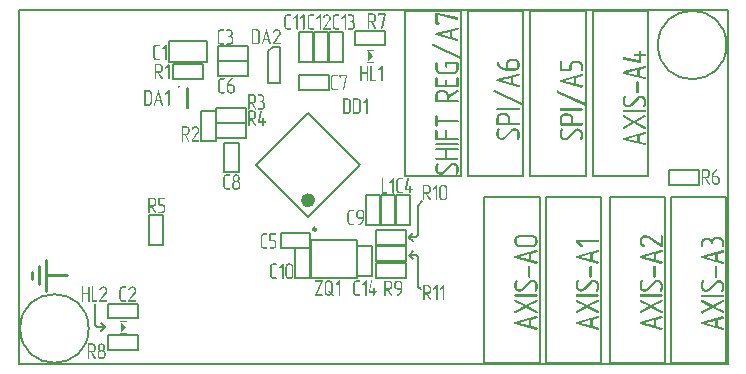
<source format=gto>
G04*
G04 #@! TF.GenerationSoftware,Altium Limited,Altium Designer,20.1.14 (287)*
G04*
G04 Layer_Color=65535*
%FSLAX43Y43*%
%MOMM*%
G71*
G04*
G04 #@! TF.SameCoordinates,85BD2DBB-ACBE-4D76-AB48-93807FC358BF*
G04*
G04*
G04 #@! TF.FilePolarity,Positive*
G04*
G01*
G75*
%ADD10C,0.200*%
%ADD11C,0.600*%
%ADD12C,0.250*%
%ADD13C,0.150*%
%ADD14C,0.100*%
G36*
X8650Y3475D02*
X8650Y3475D01*
Y2775D01*
X9000Y3125D01*
X8650Y3475D01*
D02*
G37*
G36*
X29575Y26450D02*
X29575Y26450D01*
Y25750D01*
X29925Y26100D01*
X29575Y26450D01*
D02*
G37*
G36*
X28964Y13055D02*
X28974Y13054D01*
X28986Y13053D01*
X28999Y13050D01*
X29014Y13047D01*
X29044Y13037D01*
X29061Y13032D01*
X29078Y13023D01*
X29094Y13014D01*
X29111Y13004D01*
X29126Y12991D01*
X29141Y12978D01*
X29144Y12975D01*
X29150Y12969D01*
X29159Y12960D01*
X29171Y12947D01*
X29183Y12932D01*
X29194Y12914D01*
X29205Y12896D01*
X29215Y12876D01*
X29230Y12825D01*
X29236Y12793D01*
Y12765D01*
Y12359D01*
Y12356D01*
Y12351D01*
Y12340D01*
X29234Y12326D01*
X29233Y12309D01*
X29230Y12290D01*
X29227Y12266D01*
X29223Y12241D01*
X29218Y12215D01*
X29211Y12187D01*
X29202Y12157D01*
X29193Y12126D01*
X29182Y12096D01*
X29168Y12064D01*
X29153Y12032D01*
X29135Y12001D01*
X29133Y12000D01*
X29129Y11993D01*
X29123Y11985D01*
X29114Y11972D01*
X29103Y11958D01*
X29090Y11942D01*
X29073Y11924D01*
X29055Y11904D01*
X29035Y11883D01*
X29011Y11863D01*
X28986Y11840D01*
X28958Y11820D01*
X28929Y11800D01*
X28897Y11781D01*
X28864Y11763D01*
X28828Y11747D01*
X28804Y11743D01*
X28802D01*
X28798Y11745D01*
X28792Y11746D01*
X28778Y11752D01*
X28768Y11756D01*
X28759Y11761D01*
X28757Y11763D01*
X28756Y11766D01*
X28753Y11770D01*
X28750Y11775D01*
X28743Y11792D01*
X28742Y11800D01*
X28741Y11810D01*
Y11811D01*
Y11813D01*
X28742Y11821D01*
X28743Y11832D01*
X28748Y11843D01*
Y11845D01*
X28749Y11846D01*
X28755Y11852D01*
X28760Y11856D01*
X28766Y11860D01*
X28774Y11864D01*
X28782Y11868D01*
X28784D01*
X28788Y11870D01*
X28793Y11872D01*
X28802Y11875D01*
X28811Y11879D01*
X28824Y11885D01*
X28849Y11899D01*
X28890Y11925D01*
X28899Y11931D01*
X28921Y11950D01*
X28924Y11951D01*
X28931Y11958D01*
X28940Y11967D01*
X28954Y11980D01*
X28969Y11997D01*
X28988Y12018D01*
X29006Y12042D01*
X29025Y12068D01*
X29026Y12071D01*
X29031Y12078D01*
X29036Y12089D01*
X29044Y12103D01*
X29053Y12121D01*
X29062Y12141D01*
X29071Y12164D01*
X29080Y12187D01*
Y12189D01*
X29082Y12190D01*
X29085Y12198D01*
X29089Y12211D01*
X29093Y12225D01*
X29097Y12241D01*
X29101Y12259D01*
X29104Y12274D01*
X29105Y12290D01*
X28839D01*
X28831Y12291D01*
X28821Y12293D01*
X28809Y12294D01*
X28795Y12297D01*
X28779Y12301D01*
X28746Y12311D01*
X28730Y12317D01*
X28712Y12326D01*
X28695Y12336D01*
X28677Y12347D01*
X28660Y12359D01*
X28644Y12374D01*
X28642Y12376D01*
X28639Y12378D01*
X28635Y12383D01*
X28631Y12390D01*
X28624Y12398D01*
X28617Y12408D01*
X28609Y12419D01*
X28602Y12433D01*
X28594Y12446D01*
X28585Y12462D01*
X28573Y12498D01*
X28567Y12517D01*
X28563Y12538D01*
X28560Y12560D01*
X28559Y12582D01*
Y12764D01*
Y12765D01*
Y12770D01*
Y12775D01*
X28560Y12783D01*
X28562Y12793D01*
X28563Y12806D01*
X28566Y12818D01*
X28570Y12833D01*
X28580Y12865D01*
X28587Y12882D01*
X28595Y12899D01*
X28605Y12917D01*
X28616Y12935D01*
X28628Y12951D01*
X28644Y12968D01*
X28645Y12969D01*
X28648Y12972D01*
X28652Y12976D01*
X28659Y12982D01*
X28667Y12989D01*
X28677Y12996D01*
X28688Y13004D01*
X28702Y13012D01*
X28716Y13021D01*
X28731Y13029D01*
X28767Y13043D01*
X28786Y13048D01*
X28807Y13053D01*
X28829Y13055D01*
X28852Y13057D01*
X28954D01*
X28964Y13055D01*
D02*
G37*
G36*
X28343D02*
X28350Y13054D01*
X28357Y13051D01*
X28363Y13048D01*
X28372Y13043D01*
X28379Y13036D01*
X28380Y13034D01*
X28381Y13032D01*
X28386Y13028D01*
X28390Y13023D01*
X28397Y13010D01*
X28398Y13001D01*
X28399Y12993D01*
Y12991D01*
Y12989D01*
X28398Y12985D01*
X28397Y12979D01*
X28393Y12964D01*
X28387Y12957D01*
X28381Y12948D01*
X28380Y12947D01*
X28379Y12946D01*
X28375Y12942D01*
X28369Y12939D01*
X28362Y12935D01*
X28355Y12930D01*
X28345Y12929D01*
X28334Y12928D01*
X28096D01*
X28083Y12925D01*
X28068Y12922D01*
X28050Y12917D01*
X28031Y12908D01*
X28011Y12896D01*
X27992Y12881D01*
X27990Y12878D01*
X27985Y12872D01*
X27976Y12863D01*
X27968Y12849D01*
X27960Y12832D01*
X27952Y12811D01*
X27946Y12789D01*
X27945Y12764D01*
Y12036D01*
Y12035D01*
Y12033D01*
X27946Y12025D01*
X27947Y12012D01*
X27950Y11996D01*
X27956Y11978D01*
X27964Y11958D01*
X27976Y11939D01*
X27992Y11919D01*
X27995Y11918D01*
X28000Y11913D01*
X28011Y11904D01*
X28025Y11896D01*
X28042Y11888D01*
X28061Y11879D01*
X28083Y11874D01*
X28107Y11872D01*
X28338D01*
X28343Y11871D01*
X28350Y11870D01*
X28357Y11867D01*
X28363Y11864D01*
X28372Y11858D01*
X28379Y11852D01*
X28380Y11850D01*
X28381Y11847D01*
X28386Y11843D01*
X28390Y11839D01*
X28397Y11825D01*
X28398Y11817D01*
X28399Y11809D01*
Y11807D01*
Y11804D01*
X28398Y11800D01*
X28397Y11795D01*
X28393Y11779D01*
X28387Y11772D01*
X28381Y11764D01*
X28380Y11763D01*
X28379Y11761D01*
X28375Y11757D01*
X28369Y11754D01*
X28362Y11750D01*
X28355Y11746D01*
X28345Y11745D01*
X28334Y11743D01*
X28096D01*
X28087Y11745D01*
X28078Y11746D01*
X28065Y11747D01*
X28053Y11750D01*
X28039Y11754D01*
X28007Y11764D01*
X27989Y11771D01*
X27972Y11779D01*
X27954Y11789D01*
X27938Y11800D01*
X27920Y11813D01*
X27903Y11828D01*
X27902Y11829D01*
X27899Y11832D01*
X27895Y11836D01*
X27889Y11843D01*
X27882Y11852D01*
X27875Y11861D01*
X27867Y11872D01*
X27859Y11886D01*
X27850Y11900D01*
X27842Y11915D01*
X27828Y11951D01*
X27823Y11971D01*
X27818Y11992D01*
X27816Y12014D01*
X27814Y12036D01*
Y12764D01*
Y12765D01*
Y12770D01*
Y12775D01*
X27816Y12783D01*
X27817Y12793D01*
X27818Y12806D01*
X27821Y12818D01*
X27825Y12833D01*
X27835Y12865D01*
X27842Y12882D01*
X27849Y12899D01*
X27859Y12917D01*
X27870Y12935D01*
X27882Y12951D01*
X27897Y12968D01*
X27899Y12969D01*
X27902Y12972D01*
X27906Y12976D01*
X27913Y12982D01*
X27921Y12989D01*
X27931Y12996D01*
X27942Y13004D01*
X27956Y13012D01*
X27970Y13021D01*
X27986Y13029D01*
X28021Y13043D01*
X28042Y13048D01*
X28062Y13053D01*
X28085Y13055D01*
X28107Y13057D01*
X28338D01*
X28343Y13055D01*
D02*
G37*
G36*
X12330Y14080D02*
X12335Y14079D01*
X12342Y14076D01*
X12350Y14073D01*
X12357Y14068D01*
X12366Y14061D01*
X12367Y14059D01*
X12368Y14057D01*
X12373Y14053D01*
X12377Y14048D01*
X12384Y14035D01*
X12385Y14026D01*
X12386Y14018D01*
Y14016D01*
Y14014D01*
X12385Y14010D01*
X12384Y14004D01*
X12380Y13989D01*
X12374Y13982D01*
X12368Y13974D01*
X12367Y13972D01*
X12366Y13971D01*
X12361Y13967D01*
X12356Y13964D01*
X12349Y13960D01*
X12342Y13955D01*
X12332Y13954D01*
X12321Y13953D01*
X11932D01*
Y13534D01*
X12105D01*
X12115Y13532D01*
X12124Y13531D01*
X12137Y13530D01*
X12151Y13527D01*
X12165Y13523D01*
X12198Y13513D01*
X12214Y13506D01*
X12233Y13498D01*
X12249Y13488D01*
X12267Y13476D01*
X12284Y13463D01*
X12300Y13448D01*
X12302Y13446D01*
X12305Y13444D01*
X12309Y13440D01*
X12314Y13433D01*
X12320Y13424D01*
X12328Y13415D01*
X12335Y13403D01*
X12343Y13390D01*
X12352Y13376D01*
X12359Y13361D01*
X12373Y13324D01*
X12378Y13306D01*
X12382Y13286D01*
X12385Y13265D01*
X12386Y13243D01*
Y13061D01*
Y13060D01*
Y13055D01*
Y13050D01*
X12385Y13040D01*
X12384Y13030D01*
X12382Y13018D01*
X12380Y13004D01*
X12375Y12990D01*
X12366Y12957D01*
X12359Y12940D01*
X12350Y12922D01*
X12341Y12906D01*
X12328Y12888D01*
X12316Y12871D01*
X12300Y12854D01*
X12299Y12853D01*
X12296Y12850D01*
X12292Y12846D01*
X12285Y12840D01*
X12277Y12835D01*
X12267Y12827D01*
X12256Y12820D01*
X12242Y12811D01*
X12228Y12803D01*
X12212Y12796D01*
X12177Y12782D01*
X12158Y12777D01*
X12137Y12772D01*
X12116Y12770D01*
X12094Y12768D01*
X11861D01*
X11855Y12770D01*
X11848Y12771D01*
X11833Y12777D01*
X11825Y12781D01*
X11818Y12786D01*
Y12788D01*
X11815Y12791D01*
X11812Y12795D01*
X11810Y12800D01*
X11804Y12815D01*
X11803Y12824D01*
X11801Y12834D01*
Y12836D01*
X11803Y12843D01*
X11808Y12856D01*
X11811Y12864D01*
X11816Y12872D01*
X11818Y12874D01*
X11819Y12877D01*
X11823Y12881D01*
X11829Y12885D01*
X11834Y12889D01*
X11843Y12893D01*
X11854Y12896D01*
X11865Y12897D01*
X12097D01*
X12105Y12899D01*
X12117Y12900D01*
X12133Y12903D01*
X12151Y12908D01*
X12170Y12917D01*
X12190Y12929D01*
X12208Y12944D01*
X12210Y12947D01*
X12216Y12953D01*
X12223Y12962D01*
X12233Y12976D01*
X12241Y12993D01*
X12249Y13014D01*
X12255Y13036D01*
X12256Y13061D01*
Y13243D01*
Y13244D01*
Y13245D01*
X12255Y13254D01*
X12253Y13266D01*
X12251Y13281D01*
X12244Y13299D01*
X12235Y13319D01*
X12224Y13338D01*
X12208Y13356D01*
X12205Y13359D01*
X12199Y13365D01*
X12190Y13372D01*
X12176Y13381D01*
X12159Y13390D01*
X12140Y13398D01*
X12117Y13403D01*
X12094Y13405D01*
X11862D01*
X11855Y13406D01*
X11844Y13408D01*
X11833Y13413D01*
X11822Y13420D01*
X11811Y13431D01*
X11804Y13448D01*
X11803Y13458D01*
X11801Y13469D01*
Y14018D01*
Y14019D01*
Y14021D01*
X11803Y14028D01*
X11804Y14039D01*
X11810Y14050D01*
X11816Y14061D01*
X11828Y14072D01*
X11844Y14079D01*
X11854Y14082D01*
X12325D01*
X12330Y14080D01*
D02*
G37*
G36*
X11367D02*
X11378Y14079D01*
X11391Y14078D01*
X11403Y14075D01*
X11418Y14071D01*
X11450Y14061D01*
X11468Y14054D01*
X11485Y14046D01*
X11503Y14036D01*
X11521Y14023D01*
X11538Y14011D01*
X11554Y13996D01*
X11556Y13994D01*
X11559Y13992D01*
X11563Y13987D01*
X11568Y13980D01*
X11575Y13972D01*
X11582Y13962D01*
X11590Y13951D01*
X11599Y13937D01*
X11606Y13924D01*
X11614Y13907D01*
X11628Y13872D01*
X11633Y13853D01*
X11638Y13832D01*
X11640Y13811D01*
X11642Y13789D01*
Y13607D01*
Y13606D01*
Y13602D01*
Y13596D01*
X11640Y13587D01*
X11639Y13577D01*
X11638Y13564D01*
X11635Y13551D01*
X11631Y13537D01*
X11621Y13503D01*
X11614Y13487D01*
X11604Y13469D01*
X11595Y13452D01*
X11583Y13434D01*
X11570Y13417D01*
X11554Y13401D01*
X11553Y13399D01*
X11550Y13397D01*
X11546Y13392D01*
X11539Y13388D01*
X11531Y13381D01*
X11521Y13374D01*
X11509Y13366D01*
X11496Y13359D01*
X11482Y13351D01*
X11466Y13342D01*
X11431Y13330D01*
X11411Y13324D01*
X11391Y13320D01*
X11369Y13318D01*
X11346Y13316D01*
X11355D01*
X11635Y12860D01*
X11636Y12858D01*
X11639Y12852D01*
X11640Y12843D01*
X11642Y12831D01*
Y12829D01*
Y12827D01*
X11640Y12822D01*
X11639Y12815D01*
X11636Y12809D01*
X11632Y12802D01*
X11626Y12792D01*
X11618Y12784D01*
X11617D01*
X11615Y12781D01*
X11611Y12779D01*
X11606Y12777D01*
X11592Y12771D01*
X11583Y12770D01*
X11574Y12768D01*
X11571D01*
X11564Y12770D01*
X11554Y12771D01*
X11543Y12774D01*
X11540Y12775D01*
X11535Y12781D01*
X11527Y12791D01*
X11518Y12803D01*
X11219Y13316D01*
X11094D01*
Y12832D01*
Y12831D01*
Y12827D01*
X11093Y12821D01*
X11091Y12815D01*
X11087Y12799D01*
X11081Y12792D01*
X11076Y12785D01*
X11075D01*
X11072Y12782D01*
X11068Y12779D01*
X11062Y12777D01*
X11047Y12771D01*
X11038Y12770D01*
X11029Y12768D01*
X11026D01*
X11018Y12770D01*
X11012Y12771D01*
X11005Y12774D01*
X10995Y12777D01*
X10986Y12781D01*
X10984Y12782D01*
X10983Y12784D01*
X10979Y12788D01*
X10975Y12795D01*
X10970Y12802D01*
X10968Y12810D01*
X10965Y12821D01*
X10964Y12832D01*
Y14018D01*
Y14019D01*
Y14021D01*
X10965Y14028D01*
X10966Y14039D01*
X10972Y14050D01*
X10979Y14061D01*
X10990Y14072D01*
X11007Y14079D01*
X11016Y14082D01*
X11359D01*
X11367Y14080D01*
D02*
G37*
G36*
X14940Y20130D02*
X14949D01*
X14962Y20128D01*
X14976Y20125D01*
X14991Y20121D01*
X15009Y20116D01*
X15028Y20109D01*
X15048Y20101D01*
X15069Y20090D01*
X15091Y20078D01*
X15112Y20064D01*
X15134Y20046D01*
X15156Y20026D01*
X15178Y20004D01*
X15180Y20003D01*
X15182Y20001D01*
X15188Y19997D01*
X15195Y19992D01*
X15203Y19985D01*
X15213Y19976D01*
X15223Y19965D01*
X15232Y19954D01*
X15242Y19940D01*
X15252Y19925D01*
X15261Y19908D01*
X15270Y19890D01*
X15277Y19870D01*
X15282Y19849D01*
X15285Y19825D01*
X15286Y19800D01*
Y19799D01*
Y19792D01*
X15285Y19784D01*
Y19771D01*
X15282Y19757D01*
X15279Y19741D01*
X15277Y19724D01*
X15271Y19707D01*
Y19706D01*
X15268Y19699D01*
X15264Y19689D01*
X15259Y19677D01*
X15252Y19662D01*
X15243Y19643D01*
X15232Y19624D01*
X15220Y19602D01*
X14772Y18947D01*
X15216D01*
X15220Y18946D01*
X15227Y18945D01*
X15234Y18942D01*
X15241Y18939D01*
X15249Y18933D01*
X15256Y18927D01*
X15257Y18925D01*
X15259Y18922D01*
X15263Y18918D01*
X15267Y18914D01*
X15274Y18900D01*
X15275Y18892D01*
X15277Y18884D01*
Y18882D01*
Y18879D01*
X15275Y18875D01*
Y18870D01*
X15270Y18854D01*
X15266Y18847D01*
X15260Y18839D01*
X15259Y18838D01*
X15257Y18836D01*
X15253Y18832D01*
X15248Y18829D01*
X15241Y18825D01*
X15232Y18821D01*
X15223Y18820D01*
X15211Y18818D01*
X14662D01*
X14658Y18820D01*
X14651Y18821D01*
X14644Y18824D01*
X14637Y18827D01*
X14628Y18832D01*
X14619Y18839D01*
Y18841D01*
X14617Y18843D01*
X14614Y18847D01*
X14611Y18853D01*
X14605Y18868D01*
X14604Y18877D01*
X14603Y18886D01*
Y18888D01*
Y18889D01*
X14604Y18897D01*
X14605Y18906D01*
X14610Y18915D01*
X15112Y19674D01*
X15130Y19710D01*
X15142Y19739D01*
Y19741D01*
X15144Y19745D01*
X15146Y19750D01*
X15148Y19757D01*
X15150Y19767D01*
X15152Y19777D01*
X15153Y19800D01*
Y19802D01*
Y19804D01*
Y19809D01*
X15152Y19814D01*
X15149Y19829D01*
X15145Y19849D01*
X15137Y19871D01*
X15124Y19895D01*
X15117Y19907D01*
X15107Y19919D01*
X15098Y19931D01*
X15085Y19942D01*
X15084Y19943D01*
X15080Y19946D01*
X15073Y19951D01*
X15064Y19958D01*
X15055Y19965D01*
X15042Y19972D01*
X15028Y19979D01*
X15013Y19986D01*
X15012Y19987D01*
X15006Y19989D01*
X14998Y19992D01*
X14987Y19994D01*
X14974Y19997D01*
X14960Y20000D01*
X14945Y20003D01*
X14920D01*
X14909Y20001D01*
X14895Y19999D01*
X14879Y19994D01*
X14861Y19989D01*
X14843Y19980D01*
X14823Y19969D01*
X14820Y19968D01*
X14815Y19964D01*
X14807Y19956D01*
X14795Y19943D01*
X14782Y19928D01*
X14769Y19910D01*
X14755Y19886D01*
X14743Y19858D01*
Y19857D01*
X14741Y19856D01*
X14737Y19847D01*
X14730Y19836D01*
X14719Y19827D01*
X14716Y19825D01*
X14709Y19822D01*
X14700Y19820D01*
X14687Y19817D01*
X14682D01*
X14676Y19818D01*
X14669Y19820D01*
X14653Y19824D01*
X14644Y19828D01*
X14636Y19833D01*
X14635Y19835D01*
X14633Y19836D01*
X14630Y19840D01*
X14626Y19846D01*
X14622Y19854D01*
X14619Y19863D01*
X14618Y19872D01*
X14617Y19883D01*
X14619Y19900D01*
Y19901D01*
X14621Y19906D01*
X14623Y19911D01*
X14628Y19919D01*
X14632Y19929D01*
X14637Y19940D01*
X14651Y19967D01*
X14669Y19996D01*
X14691Y20025D01*
X14716Y20053D01*
X14747Y20078D01*
X14748D01*
X14751Y20080D01*
X14755Y20083D01*
X14761Y20086D01*
X14768Y20090D01*
X14777Y20094D01*
X14798Y20105D01*
X14825Y20115D01*
X14855Y20123D01*
X14890Y20129D01*
X14926Y20132D01*
X14931D01*
X14940Y20130D01*
D02*
G37*
G36*
X14167D02*
X14178Y20129D01*
X14191Y20128D01*
X14203Y20125D01*
X14219Y20121D01*
X14250Y20111D01*
X14268Y20104D01*
X14285Y20096D01*
X14303Y20086D01*
X14321Y20073D01*
X14338Y20061D01*
X14354Y20046D01*
X14356Y20044D01*
X14359Y20042D01*
X14363Y20037D01*
X14368Y20030D01*
X14375Y20022D01*
X14382Y20012D01*
X14390Y20001D01*
X14399Y19987D01*
X14406Y19974D01*
X14414Y19957D01*
X14428Y19922D01*
X14433Y19903D01*
X14438Y19882D01*
X14440Y19861D01*
X14442Y19839D01*
Y19657D01*
Y19656D01*
Y19652D01*
Y19646D01*
X14440Y19637D01*
X14439Y19627D01*
X14438Y19614D01*
X14435Y19601D01*
X14431Y19587D01*
X14421Y19553D01*
X14414Y19537D01*
X14404Y19519D01*
X14395Y19502D01*
X14384Y19484D01*
X14370Y19467D01*
X14354Y19451D01*
X14353Y19449D01*
X14350Y19447D01*
X14346Y19442D01*
X14339Y19438D01*
X14331Y19431D01*
X14321Y19424D01*
X14309Y19416D01*
X14296Y19409D01*
X14282Y19401D01*
X14266Y19392D01*
X14231Y19380D01*
X14212Y19374D01*
X14191Y19370D01*
X14169Y19368D01*
X14146Y19366D01*
X14155D01*
X14435Y18910D01*
X14436Y18908D01*
X14439Y18902D01*
X14440Y18893D01*
X14442Y18881D01*
Y18879D01*
Y18877D01*
X14440Y18872D01*
X14439Y18865D01*
X14436Y18859D01*
X14432Y18852D01*
X14427Y18842D01*
X14418Y18834D01*
X14417D01*
X14415Y18831D01*
X14411Y18829D01*
X14406Y18827D01*
X14392Y18821D01*
X14384Y18820D01*
X14374Y18818D01*
X14371D01*
X14364Y18820D01*
X14354Y18821D01*
X14343Y18824D01*
X14341Y18825D01*
X14335Y18831D01*
X14327Y18841D01*
X14318Y18853D01*
X14019Y19366D01*
X13894D01*
Y18882D01*
Y18881D01*
Y18877D01*
X13893Y18871D01*
X13891Y18865D01*
X13887Y18849D01*
X13882Y18842D01*
X13876Y18835D01*
X13875D01*
X13872Y18832D01*
X13868Y18829D01*
X13862Y18827D01*
X13847Y18821D01*
X13839Y18820D01*
X13829Y18818D01*
X13826D01*
X13818Y18820D01*
X13812Y18821D01*
X13805Y18824D01*
X13796Y18827D01*
X13786Y18831D01*
X13784Y18832D01*
X13783Y18834D01*
X13779Y18838D01*
X13775Y18845D01*
X13771Y18852D01*
X13768Y18860D01*
X13765Y18871D01*
X13764Y18882D01*
Y20068D01*
Y20069D01*
Y20071D01*
X13765Y20078D01*
X13766Y20089D01*
X13772Y20100D01*
X13779Y20111D01*
X13790Y20122D01*
X13807Y20129D01*
X13816Y20132D01*
X14159D01*
X14167Y20130D01*
D02*
G37*
G36*
X35988Y15155D02*
X35999Y15154D01*
X36011Y15153D01*
X36024Y15150D01*
X36039Y15146D01*
X36071Y15136D01*
X36089Y15129D01*
X36106Y15121D01*
X36124Y15111D01*
X36142Y15098D01*
X36158Y15086D01*
X36175Y15071D01*
X36176Y15069D01*
X36179Y15067D01*
X36183Y15062D01*
X36189Y15055D01*
X36196Y15047D01*
X36203Y15037D01*
X36211Y15026D01*
X36219Y15012D01*
X36226Y14999D01*
X36235Y14982D01*
X36248Y14947D01*
X36254Y14928D01*
X36258Y14907D01*
X36261Y14886D01*
X36262Y14864D01*
Y14136D01*
Y14135D01*
Y14130D01*
Y14125D01*
X36261Y14115D01*
X36260Y14105D01*
X36258Y14093D01*
X36255Y14079D01*
X36251Y14065D01*
X36242Y14032D01*
X36235Y14015D01*
X36226Y13997D01*
X36217Y13981D01*
X36204Y13963D01*
X36192Y13946D01*
X36176Y13929D01*
X36175Y13928D01*
X36172Y13925D01*
X36168Y13921D01*
X36161Y13915D01*
X36153Y13910D01*
X36143Y13902D01*
X36131Y13895D01*
X36118Y13886D01*
X36104Y13878D01*
X36088Y13871D01*
X36053Y13857D01*
X36034Y13852D01*
X36013Y13847D01*
X35991Y13845D01*
X35968Y13843D01*
X35866D01*
X35857Y13845D01*
X35848Y13846D01*
X35837Y13847D01*
X35823Y13850D01*
X35809Y13854D01*
X35777Y13864D01*
X35760Y13871D01*
X35742Y13879D01*
X35726Y13889D01*
X35708Y13900D01*
X35690Y13913D01*
X35673Y13928D01*
X35672Y13929D01*
X35669Y13932D01*
X35665Y13936D01*
X35659Y13943D01*
X35652Y13951D01*
X35645Y13961D01*
X35637Y13972D01*
X35629Y13986D01*
X35620Y14000D01*
X35612Y14015D01*
X35598Y14051D01*
X35593Y14071D01*
X35588Y14092D01*
X35586Y14114D01*
X35584Y14136D01*
Y14864D01*
Y14865D01*
Y14870D01*
Y14875D01*
X35586Y14883D01*
X35587Y14893D01*
X35588Y14906D01*
X35591Y14918D01*
X35595Y14933D01*
X35605Y14965D01*
X35612Y14982D01*
X35620Y14999D01*
X35630Y15017D01*
X35641Y15035D01*
X35654Y15051D01*
X35669Y15068D01*
X35670Y15069D01*
X35673Y15072D01*
X35677Y15076D01*
X35684Y15082D01*
X35692Y15089D01*
X35702Y15096D01*
X35713Y15104D01*
X35727Y15112D01*
X35741Y15121D01*
X35756Y15129D01*
X35792Y15143D01*
X35812Y15148D01*
X35832Y15153D01*
X35855Y15155D01*
X35877Y15157D01*
X35979D01*
X35988Y15155D01*
D02*
G37*
G36*
X35372D02*
X35378Y15154D01*
X35393Y15150D01*
X35401Y15144D01*
X35408Y15139D01*
X35409Y15137D01*
X35411Y15136D01*
X35415Y15132D01*
X35419Y15128D01*
X35426Y15112D01*
X35427Y15104D01*
X35429Y15094D01*
Y13907D01*
Y13906D01*
Y13902D01*
X35427Y13896D01*
X35426Y13890D01*
X35422Y13874D01*
X35416Y13867D01*
X35411Y13860D01*
X35409D01*
X35407Y13857D01*
X35403Y13854D01*
X35397Y13852D01*
X35382Y13846D01*
X35373Y13845D01*
X35364Y13843D01*
X35361D01*
X35353Y13845D01*
X35347Y13846D01*
X35340Y13849D01*
X35330Y13852D01*
X35321Y13856D01*
X35319Y13857D01*
X35318Y13859D01*
X35314Y13863D01*
X35310Y13870D01*
X35305Y13877D01*
X35303Y13885D01*
X35300Y13896D01*
X35299Y13907D01*
Y14964D01*
X35136Y14774D01*
X35135Y14773D01*
X35133Y14771D01*
X35129Y14768D01*
X35124Y14764D01*
X35110Y14757D01*
X35102Y14756D01*
X35092Y14754D01*
X35088D01*
X35082Y14756D01*
X35075Y14757D01*
X35060Y14763D01*
X35053Y14767D01*
X35045Y14773D01*
X35043Y14774D01*
X35042Y14777D01*
X35039Y14781D01*
X35036Y14786D01*
X35029Y14800D01*
X35028Y14810D01*
X35027Y14820D01*
Y14822D01*
X35028Y14825D01*
X35029Y14829D01*
X35031Y14836D01*
X35034Y14843D01*
X35038Y14852D01*
X35043Y14863D01*
X35318Y15139D01*
X35319Y15140D01*
X35321Y15141D01*
X35325Y15144D01*
X35330Y15148D01*
X35344Y15154D01*
X35353Y15155D01*
X35362Y15157D01*
X35366D01*
X35372Y15155D01*
D02*
G37*
G36*
X34591D02*
X34602Y15154D01*
X34615Y15153D01*
X34627Y15150D01*
X34643Y15146D01*
X34674Y15136D01*
X34692Y15129D01*
X34709Y15121D01*
X34727Y15111D01*
X34745Y15098D01*
X34762Y15086D01*
X34778Y15071D01*
X34780Y15069D01*
X34783Y15067D01*
X34787Y15062D01*
X34792Y15055D01*
X34799Y15047D01*
X34806Y15037D01*
X34814Y15026D01*
X34823Y15012D01*
X34830Y14999D01*
X34838Y14982D01*
X34852Y14947D01*
X34857Y14928D01*
X34862Y14907D01*
X34864Y14886D01*
X34866Y14864D01*
Y14682D01*
Y14681D01*
Y14677D01*
Y14671D01*
X34864Y14662D01*
X34863Y14652D01*
X34862Y14639D01*
X34859Y14626D01*
X34855Y14612D01*
X34845Y14578D01*
X34838Y14562D01*
X34828Y14544D01*
X34819Y14527D01*
X34808Y14509D01*
X34794Y14492D01*
X34778Y14476D01*
X34777Y14474D01*
X34774Y14472D01*
X34770Y14467D01*
X34763Y14463D01*
X34755Y14456D01*
X34745Y14449D01*
X34733Y14441D01*
X34720Y14434D01*
X34706Y14426D01*
X34690Y14417D01*
X34655Y14405D01*
X34636Y14399D01*
X34615Y14395D01*
X34593Y14393D01*
X34570Y14391D01*
X34579D01*
X34859Y13935D01*
X34860Y13933D01*
X34863Y13927D01*
X34864Y13918D01*
X34866Y13906D01*
Y13904D01*
Y13902D01*
X34864Y13897D01*
X34863Y13890D01*
X34860Y13884D01*
X34856Y13877D01*
X34851Y13867D01*
X34842Y13859D01*
X34841D01*
X34839Y13856D01*
X34835Y13854D01*
X34830Y13852D01*
X34816Y13846D01*
X34808Y13845D01*
X34798Y13843D01*
X34795D01*
X34788Y13845D01*
X34778Y13846D01*
X34767Y13849D01*
X34765Y13850D01*
X34759Y13856D01*
X34751Y13866D01*
X34742Y13878D01*
X34443Y14391D01*
X34318D01*
Y13907D01*
Y13906D01*
Y13902D01*
X34317Y13896D01*
X34315Y13890D01*
X34311Y13874D01*
X34306Y13867D01*
X34300Y13860D01*
X34299D01*
X34296Y13857D01*
X34292Y13854D01*
X34286Y13852D01*
X34271Y13846D01*
X34263Y13845D01*
X34253Y13843D01*
X34250D01*
X34242Y13845D01*
X34236Y13846D01*
X34229Y13849D01*
X34220Y13852D01*
X34210Y13856D01*
X34208Y13857D01*
X34207Y13859D01*
X34203Y13863D01*
X34199Y13870D01*
X34195Y13877D01*
X34192Y13885D01*
X34189Y13896D01*
X34188Y13907D01*
Y15093D01*
Y15094D01*
Y15096D01*
X34189Y15103D01*
X34190Y15114D01*
X34196Y15125D01*
X34203Y15136D01*
X34214Y15147D01*
X34231Y15154D01*
X34240Y15157D01*
X34583D01*
X34591Y15155D01*
D02*
G37*
G36*
X12689Y25405D02*
X12694Y25404D01*
X12710Y25400D01*
X12718Y25394D01*
X12725Y25389D01*
X12726Y25387D01*
X12728Y25386D01*
X12732Y25382D01*
X12736Y25378D01*
X12743Y25362D01*
X12744Y25354D01*
X12746Y25344D01*
Y24157D01*
Y24156D01*
Y24152D01*
X12744Y24146D01*
X12743Y24140D01*
X12739Y24124D01*
X12733Y24117D01*
X12728Y24110D01*
X12726D01*
X12723Y24107D01*
X12719Y24104D01*
X12714Y24102D01*
X12698Y24096D01*
X12690Y24095D01*
X12680Y24093D01*
X12678D01*
X12669Y24095D01*
X12664Y24096D01*
X12657Y24099D01*
X12647Y24102D01*
X12637Y24106D01*
X12636Y24107D01*
X12635Y24109D01*
X12630Y24113D01*
X12626Y24120D01*
X12622Y24127D01*
X12619Y24135D01*
X12617Y24146D01*
X12615Y24157D01*
Y25214D01*
X12453Y25024D01*
X12452Y25023D01*
X12450Y25021D01*
X12446Y25018D01*
X12441Y25014D01*
X12427Y25007D01*
X12418Y25006D01*
X12409Y25004D01*
X12404D01*
X12399Y25006D01*
X12392Y25007D01*
X12377Y25013D01*
X12370Y25017D01*
X12361Y25023D01*
X12360Y25024D01*
X12359Y25027D01*
X12356Y25031D01*
X12353Y25036D01*
X12346Y25050D01*
X12345Y25060D01*
X12343Y25070D01*
Y25072D01*
X12345Y25075D01*
X12346Y25079D01*
X12348Y25086D01*
X12350Y25093D01*
X12355Y25102D01*
X12360Y25113D01*
X12635Y25389D01*
X12636Y25390D01*
X12637Y25391D01*
X12642Y25394D01*
X12647Y25398D01*
X12661Y25404D01*
X12669Y25405D01*
X12679Y25407D01*
X12683D01*
X12689Y25405D01*
D02*
G37*
G36*
X11908D02*
X11919Y25404D01*
X11932Y25403D01*
X11944Y25400D01*
X11959Y25396D01*
X11991Y25386D01*
X12009Y25379D01*
X12026Y25371D01*
X12044Y25361D01*
X12062Y25348D01*
X12079Y25336D01*
X12095Y25321D01*
X12097Y25319D01*
X12099Y25317D01*
X12104Y25312D01*
X12109Y25305D01*
X12116Y25297D01*
X12123Y25287D01*
X12131Y25276D01*
X12140Y25262D01*
X12146Y25249D01*
X12155Y25232D01*
X12169Y25197D01*
X12174Y25178D01*
X12178Y25157D01*
X12181Y25136D01*
X12183Y25114D01*
Y24932D01*
Y24931D01*
Y24927D01*
Y24921D01*
X12181Y24912D01*
X12180Y24902D01*
X12178Y24889D01*
X12176Y24876D01*
X12171Y24862D01*
X12162Y24828D01*
X12155Y24812D01*
X12145Y24794D01*
X12135Y24777D01*
X12124Y24759D01*
X12110Y24742D01*
X12095Y24726D01*
X12094Y24724D01*
X12091Y24722D01*
X12087Y24717D01*
X12080Y24713D01*
X12072Y24706D01*
X12062Y24699D01*
X12049Y24691D01*
X12037Y24684D01*
X12023Y24676D01*
X12006Y24667D01*
X11972Y24655D01*
X11952Y24649D01*
X11932Y24645D01*
X11909Y24643D01*
X11887Y24641D01*
X11895D01*
X12176Y24185D01*
X12177Y24183D01*
X12180Y24177D01*
X12181Y24168D01*
X12183Y24156D01*
Y24154D01*
Y24152D01*
X12181Y24147D01*
X12180Y24140D01*
X12177Y24134D01*
X12173Y24127D01*
X12167Y24117D01*
X12159Y24109D01*
X12158D01*
X12156Y24106D01*
X12152Y24104D01*
X12146Y24102D01*
X12133Y24096D01*
X12124Y24095D01*
X12115Y24093D01*
X12112D01*
X12105Y24095D01*
X12095Y24096D01*
X12084Y24099D01*
X12081Y24100D01*
X12076Y24106D01*
X12067Y24116D01*
X12059Y24128D01*
X11760Y24641D01*
X11635D01*
Y24157D01*
Y24156D01*
Y24152D01*
X11633Y24146D01*
X11632Y24140D01*
X11628Y24124D01*
X11622Y24117D01*
X11617Y24110D01*
X11615D01*
X11613Y24107D01*
X11608Y24104D01*
X11603Y24102D01*
X11588Y24096D01*
X11579Y24095D01*
X11570Y24093D01*
X11567D01*
X11558Y24095D01*
X11553Y24096D01*
X11546Y24099D01*
X11536Y24102D01*
X11527Y24106D01*
X11525Y24107D01*
X11524Y24109D01*
X11520Y24113D01*
X11515Y24120D01*
X11511Y24127D01*
X11509Y24135D01*
X11506Y24146D01*
X11504Y24157D01*
Y25343D01*
Y25344D01*
Y25346D01*
X11506Y25353D01*
X11507Y25364D01*
X11513Y25375D01*
X11520Y25386D01*
X11531Y25397D01*
X11547Y25404D01*
X11557Y25407D01*
X11900D01*
X11908Y25405D01*
D02*
G37*
G36*
X12442Y27030D02*
X12448Y27029D01*
X12463Y27025D01*
X12471Y27019D01*
X12478Y27014D01*
X12480Y27012D01*
X12481Y27011D01*
X12485Y27007D01*
X12489Y27003D01*
X12496Y26987D01*
X12498Y26979D01*
X12499Y26969D01*
Y25782D01*
Y25781D01*
Y25777D01*
X12498Y25771D01*
X12496Y25765D01*
X12492Y25749D01*
X12487Y25742D01*
X12481Y25735D01*
X12480D01*
X12477Y25732D01*
X12473Y25729D01*
X12467Y25727D01*
X12452Y25721D01*
X12444Y25720D01*
X12434Y25718D01*
X12431D01*
X12423Y25720D01*
X12417Y25721D01*
X12410Y25724D01*
X12401Y25727D01*
X12391Y25731D01*
X12390Y25732D01*
X12388Y25734D01*
X12384Y25738D01*
X12380Y25745D01*
X12376Y25752D01*
X12373Y25760D01*
X12370Y25771D01*
X12369Y25782D01*
Y26839D01*
X12207Y26649D01*
X12205Y26648D01*
X12204Y26646D01*
X12200Y26643D01*
X12194Y26639D01*
X12180Y26632D01*
X12172Y26631D01*
X12162Y26629D01*
X12158D01*
X12152Y26631D01*
X12146Y26632D01*
X12130Y26638D01*
X12123Y26642D01*
X12115Y26648D01*
X12114Y26649D01*
X12112Y26652D01*
X12109Y26656D01*
X12107Y26661D01*
X12100Y26675D01*
X12098Y26685D01*
X12097Y26695D01*
Y26697D01*
X12098Y26700D01*
X12100Y26704D01*
X12101Y26711D01*
X12104Y26718D01*
X12108Y26727D01*
X12114Y26738D01*
X12388Y27014D01*
X12390Y27015D01*
X12391Y27016D01*
X12395Y27019D01*
X12401Y27023D01*
X12415Y27029D01*
X12423Y27030D01*
X12433Y27032D01*
X12437D01*
X12442Y27030D01*
D02*
G37*
G36*
X11879D02*
X11886Y27029D01*
X11893Y27026D01*
X11900Y27023D01*
X11908Y27018D01*
X11915Y27011D01*
X11917Y27009D01*
X11918Y27007D01*
X11922Y27003D01*
X11926Y26998D01*
X11933Y26985D01*
X11935Y26976D01*
X11936Y26968D01*
Y26966D01*
Y26964D01*
X11935Y26960D01*
X11933Y26954D01*
X11929Y26939D01*
X11924Y26932D01*
X11918Y26923D01*
X11917Y26922D01*
X11915Y26921D01*
X11911Y26917D01*
X11906Y26914D01*
X11899Y26910D01*
X11892Y26905D01*
X11882Y26904D01*
X11871Y26903D01*
X11632D01*
X11620Y26900D01*
X11605Y26897D01*
X11587Y26892D01*
X11567Y26883D01*
X11548Y26871D01*
X11528Y26856D01*
X11527Y26853D01*
X11521Y26847D01*
X11513Y26838D01*
X11505Y26824D01*
X11496Y26807D01*
X11488Y26786D01*
X11483Y26764D01*
X11481Y26739D01*
Y26011D01*
Y26010D01*
Y26008D01*
X11483Y26000D01*
X11484Y25987D01*
X11487Y25971D01*
X11492Y25953D01*
X11501Y25933D01*
X11513Y25914D01*
X11528Y25894D01*
X11531Y25893D01*
X11537Y25888D01*
X11548Y25879D01*
X11562Y25871D01*
X11578Y25863D01*
X11598Y25854D01*
X11620Y25849D01*
X11643Y25847D01*
X11875D01*
X11879Y25846D01*
X11886Y25845D01*
X11893Y25842D01*
X11900Y25839D01*
X11908Y25833D01*
X11915Y25826D01*
X11917Y25825D01*
X11918Y25822D01*
X11922Y25818D01*
X11926Y25814D01*
X11933Y25800D01*
X11935Y25792D01*
X11936Y25784D01*
Y25782D01*
Y25779D01*
X11935Y25775D01*
X11933Y25770D01*
X11929Y25754D01*
X11924Y25747D01*
X11918Y25739D01*
X11917Y25738D01*
X11915Y25736D01*
X11911Y25732D01*
X11906Y25729D01*
X11899Y25725D01*
X11892Y25721D01*
X11882Y25720D01*
X11871Y25718D01*
X11632D01*
X11624Y25720D01*
X11614Y25721D01*
X11602Y25722D01*
X11589Y25725D01*
X11576Y25729D01*
X11544Y25739D01*
X11526Y25746D01*
X11509Y25754D01*
X11491Y25764D01*
X11474Y25775D01*
X11456Y25788D01*
X11440Y25803D01*
X11438Y25804D01*
X11435Y25807D01*
X11431Y25811D01*
X11426Y25818D01*
X11419Y25826D01*
X11412Y25836D01*
X11404Y25847D01*
X11395Y25861D01*
X11387Y25875D01*
X11379Y25890D01*
X11365Y25926D01*
X11359Y25946D01*
X11355Y25967D01*
X11352Y25989D01*
X11351Y26011D01*
Y26739D01*
Y26740D01*
Y26745D01*
Y26750D01*
X11352Y26758D01*
X11354Y26768D01*
X11355Y26781D01*
X11358Y26793D01*
X11362Y26808D01*
X11372Y26840D01*
X11379Y26857D01*
X11386Y26874D01*
X11395Y26892D01*
X11406Y26910D01*
X11419Y26926D01*
X11434Y26943D01*
X11435Y26944D01*
X11438Y26947D01*
X11442Y26951D01*
X11449Y26957D01*
X11458Y26964D01*
X11467Y26971D01*
X11478Y26979D01*
X11492Y26987D01*
X11506Y26996D01*
X11523Y27004D01*
X11557Y27018D01*
X11578Y27023D01*
X11599Y27028D01*
X11621Y27030D01*
X11643Y27032D01*
X11875D01*
X11879Y27030D01*
D02*
G37*
G36*
X27154Y7080D02*
X27160Y7079D01*
X27175Y7075D01*
X27183Y7069D01*
X27190Y7064D01*
X27191Y7062D01*
X27193Y7061D01*
X27197Y7057D01*
X27201Y7053D01*
X27208Y7037D01*
X27210Y7029D01*
X27211Y7019D01*
Y5832D01*
Y5831D01*
Y5827D01*
X27210Y5821D01*
X27208Y5815D01*
X27204Y5799D01*
X27198Y5792D01*
X27193Y5785D01*
X27191D01*
X27189Y5782D01*
X27185Y5779D01*
X27179Y5777D01*
X27164Y5771D01*
X27155Y5770D01*
X27146Y5768D01*
X27143D01*
X27135Y5770D01*
X27129Y5771D01*
X27122Y5774D01*
X27112Y5777D01*
X27103Y5781D01*
X27101Y5782D01*
X27100Y5784D01*
X27096Y5788D01*
X27092Y5795D01*
X27087Y5802D01*
X27085Y5810D01*
X27082Y5821D01*
X27081Y5832D01*
Y6889D01*
X26918Y6699D01*
X26917Y6698D01*
X26916Y6696D01*
X26911Y6693D01*
X26906Y6689D01*
X26892Y6682D01*
X26884Y6681D01*
X26874Y6679D01*
X26870D01*
X26864Y6681D01*
X26857Y6682D01*
X26842Y6688D01*
X26835Y6692D01*
X26827Y6698D01*
X26825Y6699D01*
X26824Y6702D01*
X26821Y6706D01*
X26818Y6711D01*
X26811Y6725D01*
X26810Y6735D01*
X26809Y6745D01*
Y6747D01*
X26810Y6750D01*
X26811Y6754D01*
X26813Y6761D01*
X26816Y6768D01*
X26820Y6777D01*
X26825Y6788D01*
X27100Y7064D01*
X27101Y7065D01*
X27103Y7066D01*
X27107Y7069D01*
X27112Y7073D01*
X27126Y7079D01*
X27135Y7080D01*
X27144Y7082D01*
X27148D01*
X27154Y7080D01*
D02*
G37*
G36*
X26279D02*
X26290Y7079D01*
X26303Y7078D01*
X26315Y7075D01*
X26330Y7071D01*
X26362Y7061D01*
X26379Y7054D01*
X26397Y7046D01*
X26413Y7036D01*
X26431Y7023D01*
X26448Y7011D01*
X26465Y6996D01*
X26466Y6994D01*
X26469Y6992D01*
X26473Y6987D01*
X26479Y6980D01*
X26486Y6972D01*
X26493Y6962D01*
X26501Y6951D01*
X26509Y6939D01*
X26516Y6924D01*
X26524Y6908D01*
X26538Y6872D01*
X26544Y6853D01*
X26548Y6833D01*
X26551Y6811D01*
X26552Y6789D01*
Y6060D01*
Y6026D01*
X26548Y6000D01*
Y5999D01*
X26547Y5992D01*
X26545Y5987D01*
X26542Y5981D01*
X26538Y5974D01*
X26534Y5964D01*
X26624Y5877D01*
X26626Y5875D01*
X26627Y5874D01*
X26630Y5870D01*
X26634Y5864D01*
X26641Y5850D01*
X26642Y5842D01*
X26644Y5834D01*
Y5832D01*
Y5829D01*
X26642Y5824D01*
X26641Y5817D01*
X26635Y5802D01*
X26631Y5795D01*
X26624Y5786D01*
X26623Y5785D01*
X26621Y5784D01*
X26617Y5781D01*
X26612Y5778D01*
X26597Y5771D01*
X26588Y5770D01*
X26579Y5768D01*
X26576D01*
X26573Y5770D01*
X26567Y5771D01*
X26562Y5772D01*
X26554Y5775D01*
X26545Y5779D01*
X26534Y5785D01*
X26468Y5863D01*
X26466Y5861D01*
X26463Y5856D01*
X26458Y5849D01*
X26448Y5839D01*
X26437Y5829D01*
X26422Y5817D01*
X26404Y5804D01*
X26382Y5793D01*
X26380D01*
X26376Y5791D01*
X26370Y5789D01*
X26362Y5785D01*
X26354Y5782D01*
X26343Y5778D01*
X26321Y5772D01*
X26293Y5768D01*
X26157D01*
X26149Y5770D01*
X26139Y5771D01*
X26128Y5772D01*
X26115Y5775D01*
X26100Y5779D01*
X26070Y5789D01*
X26053Y5796D01*
X26035Y5803D01*
X26018Y5813D01*
X26000Y5824D01*
X25982Y5836D01*
X25966Y5852D01*
X25964Y5853D01*
X25961Y5856D01*
X25957Y5860D01*
X25952Y5867D01*
X25945Y5875D01*
X25938Y5885D01*
X25929Y5896D01*
X25921Y5910D01*
X25913Y5924D01*
X25904Y5939D01*
X25891Y5975D01*
X25885Y5994D01*
X25881Y6015D01*
X25878Y6037D01*
X25877Y6060D01*
Y6789D01*
Y6790D01*
Y6795D01*
Y6800D01*
X25878Y6808D01*
X25880Y6818D01*
X25881Y6831D01*
X25884Y6843D01*
X25888Y6858D01*
X25898Y6890D01*
X25904Y6907D01*
X25911Y6924D01*
X25921Y6942D01*
X25932Y6960D01*
X25945Y6976D01*
X25960Y6993D01*
X25961Y6994D01*
X25964Y6997D01*
X25968Y7001D01*
X25975Y7007D01*
X25984Y7014D01*
X25993Y7021D01*
X26004Y7029D01*
X26018Y7037D01*
X26032Y7046D01*
X26049Y7054D01*
X26083Y7068D01*
X26104Y7073D01*
X26125Y7078D01*
X26147Y7080D01*
X26169Y7082D01*
X26271D01*
X26279Y7080D01*
D02*
G37*
G36*
X25665D02*
X25676Y7079D01*
X25688Y7075D01*
X25701Y7069D01*
X25710Y7059D01*
X25719Y7047D01*
X25720Y7040D01*
X25721Y7030D01*
X25720Y7008D01*
X25717Y6998D01*
X25713Y6990D01*
X25197Y5897D01*
X25658D01*
X25662Y5896D01*
X25669Y5895D01*
X25676Y5892D01*
X25683Y5889D01*
X25691Y5883D01*
X25698Y5877D01*
X25699Y5875D01*
X25701Y5872D01*
X25705Y5868D01*
X25709Y5864D01*
X25716Y5850D01*
X25717Y5842D01*
X25719Y5834D01*
Y5832D01*
Y5829D01*
X25717Y5825D01*
Y5820D01*
X25712Y5804D01*
X25708Y5797D01*
X25702Y5789D01*
X25701Y5788D01*
X25699Y5786D01*
X25695Y5782D01*
X25690Y5779D01*
X25683Y5775D01*
X25674Y5771D01*
X25665Y5770D01*
X25653Y5768D01*
X25103D01*
X25096Y5770D01*
X25085Y5771D01*
X25072Y5775D01*
X25060Y5782D01*
X25050Y5792D01*
X25042Y5806D01*
X25040Y5815D01*
X25039Y5825D01*
Y5842D01*
X25040Y5850D01*
X25047Y5860D01*
X25563Y6953D01*
X25102D01*
X25096Y6954D01*
X25089Y6955D01*
X25074Y6961D01*
X25065Y6965D01*
X25059Y6971D01*
Y6972D01*
X25056Y6975D01*
X25053Y6979D01*
X25050Y6985D01*
X25045Y7000D01*
X25043Y7008D01*
X25042Y7018D01*
Y7021D01*
X25043Y7028D01*
X25049Y7040D01*
X25052Y7048D01*
X25057Y7057D01*
X25059Y7058D01*
X25060Y7061D01*
X25064Y7065D01*
X25070Y7069D01*
X25075Y7073D01*
X25083Y7078D01*
X25095Y7080D01*
X25106Y7082D01*
X25656D01*
X25665Y7080D01*
D02*
G37*
G36*
X52592Y26502D02*
X52600Y26500D01*
X52623Y26494D01*
X52633Y26485D01*
X52646Y26477D01*
X52648Y26475D01*
X52650Y26473D01*
X52656Y26467D01*
X52660Y26458D01*
X52667Y26448D01*
X52673Y26438D01*
X52675Y26423D01*
X52677Y26406D01*
Y26229D01*
X52991D01*
X52994D01*
X53000D01*
X53008Y26227D01*
X53016Y26225D01*
X53041Y26219D01*
X53052Y26211D01*
X53062Y26202D01*
Y26200D01*
X53066Y26196D01*
X53071Y26190D01*
X53075Y26181D01*
X53083Y26158D01*
X53085Y26146D01*
X53087Y26131D01*
Y26127D01*
X53085Y26115D01*
X53083Y26106D01*
X53079Y26096D01*
X53075Y26081D01*
X53069Y26067D01*
X53066Y26065D01*
X53064Y26063D01*
X53058Y26056D01*
X53048Y26050D01*
X53037Y26044D01*
X53025Y26040D01*
X53008Y26036D01*
X52991Y26033D01*
X52677D01*
Y25577D01*
X52675Y25569D01*
X52673Y25559D01*
X52664Y25536D01*
X52658Y25523D01*
X52650Y25513D01*
X52648Y25511D01*
X52646Y25509D01*
X52639Y25504D01*
X52631Y25500D01*
X52610Y25490D01*
X52596Y25488D01*
X52581Y25486D01*
X52562Y25488D01*
X51198Y25761D01*
X51196D01*
X51192Y25763D01*
X51184Y25765D01*
X51175Y25767D01*
X51152Y25779D01*
X51142Y25788D01*
X51134Y25798D01*
X51115Y25852D01*
Y25859D01*
X51117Y25867D01*
X51119Y25877D01*
X51125Y25900D01*
X51134Y25913D01*
X51142Y25923D01*
X51144Y25925D01*
X51146Y25927D01*
X51152Y25934D01*
X51161Y25940D01*
X51181Y25950D01*
X51194Y25952D01*
X51209Y25954D01*
X51229Y25952D01*
X52483Y25696D01*
Y26033D01*
X52167D01*
X52165D01*
X52160D01*
X52154Y26036D01*
X52148Y26038D01*
X52127Y26046D01*
X52117Y26052D01*
X52104Y26061D01*
X52102Y26063D01*
X52098Y26067D01*
X52094Y26073D01*
X52088Y26081D01*
X52075Y26102D01*
X52073Y26117D01*
X52071Y26131D01*
Y26138D01*
X52073Y26144D01*
X52075Y26152D01*
X52081Y26173D01*
X52090Y26183D01*
X52098Y26196D01*
X52100Y26198D01*
X52102Y26202D01*
X52108Y26206D01*
X52117Y26213D01*
X52137Y26225D01*
X52152Y26227D01*
X52167Y26229D01*
X52483D01*
Y26413D01*
X52485Y26419D01*
X52487Y26429D01*
X52492Y26440D01*
X52496Y26450D01*
X52504Y26463D01*
X52514Y26473D01*
X52517Y26475D01*
X52521Y26477D01*
X52527Y26483D01*
X52533Y26490D01*
X52554Y26500D01*
X52567Y26502D01*
X52579Y26504D01*
X52581D01*
X52585D01*
X52592Y26502D01*
D02*
G37*
G36*
X53006Y25240D02*
X53016Y25238D01*
X53027Y25234D01*
X53037Y25227D01*
X53052Y25219D01*
X53064Y25209D01*
Y25207D01*
X53069Y25205D01*
X53071Y25198D01*
X53075Y25190D01*
X53083Y25169D01*
X53085Y25157D01*
X53087Y25142D01*
Y25138D01*
X53085Y25123D01*
X53081Y25105D01*
X53071Y25086D01*
X53066Y25082D01*
X53058Y25073D01*
X53044Y25061D01*
X53025Y25052D01*
X52539Y24921D01*
Y24407D01*
X53012Y24280D01*
X53014D01*
X53019Y24278D01*
X53025Y24276D01*
X53033Y24274D01*
X53052Y24263D01*
X53069Y24246D01*
Y24244D01*
X53071Y24242D01*
X53077Y24230D01*
X53085Y24209D01*
X53087Y24186D01*
Y24180D01*
X53085Y24174D01*
X53083Y24163D01*
X53077Y24142D01*
X53071Y24130D01*
X53062Y24117D01*
X53060Y24115D01*
X53058Y24113D01*
X53052Y24109D01*
X53044Y24103D01*
X53033Y24096D01*
X53021Y24092D01*
X53006Y24090D01*
X52989Y24088D01*
X52971Y24090D01*
X51198Y24571D01*
X51194Y24573D01*
X51186Y24576D01*
X51171Y24582D01*
X51156Y24590D01*
X51142Y24603D01*
X51127Y24619D01*
X51119Y24640D01*
X51115Y24665D01*
Y24669D01*
X51117Y24678D01*
X51119Y24688D01*
X51125Y24703D01*
X51136Y24719D01*
X51150Y24734D01*
X51171Y24748D01*
X51198Y24759D01*
X52971Y25238D01*
X52994Y25242D01*
X52996D01*
X53000D01*
X53006Y25240D01*
D02*
G37*
G36*
X52387Y23917D02*
X52396D01*
X52419Y23909D01*
X52429Y23903D01*
X52442Y23894D01*
X52444Y23892D01*
X52446Y23890D01*
X52452Y23884D01*
X52456Y23876D01*
X52462Y23865D01*
X52469Y23855D01*
X52471Y23840D01*
X52473Y23824D01*
Y22995D01*
X52471Y22986D01*
X52469Y22976D01*
X52460Y22953D01*
X52454Y22941D01*
X52446Y22930D01*
X52444Y22928D01*
X52439Y22926D01*
X52433Y22922D01*
X52425Y22918D01*
X52402Y22907D01*
X52390Y22905D01*
X52375Y22903D01*
X52371D01*
X52360Y22905D01*
X52342Y22913D01*
X52329Y22918D01*
X52317Y22926D01*
X52315Y22928D01*
X52310Y22930D01*
X52304Y22936D01*
X52298Y22945D01*
X52292Y22955D01*
X52285Y22968D01*
X52281Y22984D01*
X52279Y23001D01*
Y23830D01*
X52281Y23836D01*
X52283Y23844D01*
X52287Y23855D01*
X52292Y23865D01*
X52300Y23878D01*
X52310Y23888D01*
X52312Y23890D01*
X52317Y23892D01*
X52323Y23899D01*
X52329Y23905D01*
X52350Y23915D01*
X52362Y23917D01*
X52375Y23919D01*
X52377D01*
X52381D01*
X52387Y23917D01*
D02*
G37*
G36*
X51306Y22728D02*
X51317Y22726D01*
X51327Y22722D01*
X51340Y22718D01*
X51352Y22709D01*
X51365Y22699D01*
X51367Y22697D01*
X51369Y22693D01*
X51375Y22686D01*
X51379Y22678D01*
X51392Y22655D01*
X51394Y22641D01*
X51396Y22624D01*
X51381Y22576D01*
Y22574D01*
X51377Y22572D01*
X51375Y22566D01*
X51369Y22559D01*
X51359Y22539D01*
X51344Y22511D01*
X51331Y22478D01*
X51319Y22441D01*
X51311Y22399D01*
X51309Y22353D01*
Y22149D01*
X51311Y22137D01*
X51313Y22116D01*
X51317Y22091D01*
X51327Y22064D01*
X51340Y22035D01*
X51356Y22005D01*
X51381Y21978D01*
X51386Y21976D01*
X51394Y21968D01*
X51411Y21957D01*
X51431Y21945D01*
X51456Y21930D01*
X51488Y21920D01*
X51521Y21912D01*
X51558Y21910D01*
X51604Y21912D01*
X51627Y21918D01*
X51648Y21924D01*
X51650D01*
X51654Y21928D01*
X51661Y21932D01*
X51671Y21939D01*
X51683Y21945D01*
X51696Y21955D01*
X51713Y21968D01*
X51729Y21982D01*
X52358Y22601D01*
X52360Y22603D01*
X52367Y22611D01*
X52377Y22620D01*
X52392Y22634D01*
X52410Y22647D01*
X52431Y22663D01*
X52458Y22678D01*
X52487Y22691D01*
X52514Y22699D01*
X52575Y22716D01*
X52608Y22722D01*
X52648D01*
X52650D01*
X52656D01*
X52664D01*
X52677Y22720D01*
X52694Y22718D01*
X52712Y22713D01*
X52731Y22709D01*
X52754Y22703D01*
X52777Y22697D01*
X52802Y22686D01*
X52829Y22676D01*
X52856Y22661D01*
X52881Y22645D01*
X52908Y22626D01*
X52935Y22603D01*
X52960Y22578D01*
X52962Y22576D01*
X52966Y22574D01*
X52973Y22568D01*
X52979Y22559D01*
X52989Y22549D01*
X53000Y22534D01*
X53012Y22520D01*
X53023Y22503D01*
X53035Y22482D01*
X53048Y22459D01*
X53058Y22436D01*
X53066Y22409D01*
X53075Y22380D01*
X53081Y22351D01*
X53085Y22318D01*
X53087Y22282D01*
Y22064D01*
X53085Y22051D01*
X53083Y22035D01*
X53081Y22016D01*
X53079Y21995D01*
X53075Y21972D01*
X53062Y21922D01*
X53044Y21866D01*
X53033Y21839D01*
X53019Y21810D01*
X53004Y21780D01*
X52985Y21753D01*
X52952Y21722D01*
X52912Y21714D01*
X52910D01*
X52906D01*
X52900Y21716D01*
X52891Y21718D01*
X52871Y21724D01*
X52858Y21730D01*
X52846Y21739D01*
X52844Y21741D01*
X52839Y21743D01*
X52835Y21749D01*
X52827Y21757D01*
X52816Y21780D01*
X52812Y21795D01*
X52810Y21810D01*
X52827Y21860D01*
Y21862D01*
X52829Y21864D01*
X52833Y21870D01*
X52837Y21878D01*
X52848Y21899D01*
X52860Y21926D01*
X52873Y21957D01*
X52883Y21995D01*
X52891Y22037D01*
X52894Y22080D01*
Y22284D01*
X52891Y22297D01*
X52889Y22316D01*
X52885Y22339D01*
X52875Y22366D01*
X52862Y22393D01*
X52846Y22422D01*
X52821Y22451D01*
X52816Y22455D01*
X52808Y22464D01*
X52791Y22474D01*
X52771Y22489D01*
X52746Y22503D01*
X52717Y22514D01*
X52685Y22522D01*
X52650Y22526D01*
X52604Y22522D01*
X52602D01*
X52600Y22520D01*
X52594Y22518D01*
X52585Y22516D01*
X52583D01*
X52577Y22514D01*
X52569Y22511D01*
X52562Y22507D01*
X52560D01*
X52554Y22505D01*
X52546Y22501D01*
X52535Y22495D01*
X52523Y22489D01*
X52506Y22478D01*
X52489Y22466D01*
X52473Y22451D01*
X51863Y21843D01*
X51860Y21841D01*
X51854Y21835D01*
X51842Y21824D01*
X51825Y21812D01*
X51806Y21797D01*
X51781Y21780D01*
X51752Y21762D01*
X51719Y21743D01*
X51715Y21741D01*
X51704Y21739D01*
X51690Y21735D01*
X51669Y21728D01*
X51644Y21722D01*
X51617Y21718D01*
X51586Y21716D01*
X51554Y21714D01*
X51552D01*
X51546D01*
X51538D01*
X51525Y21716D01*
X51508Y21718D01*
X51492Y21722D01*
X51471Y21726D01*
X51448Y21730D01*
X51400Y21747D01*
X51375Y21760D01*
X51348Y21772D01*
X51321Y21789D01*
X51294Y21807D01*
X51267Y21828D01*
X51242Y21853D01*
X51240Y21855D01*
X51236Y21857D01*
X51229Y21864D01*
X51221Y21872D01*
X51213Y21885D01*
X51202Y21897D01*
X51190Y21914D01*
X51177Y21930D01*
X51167Y21951D01*
X51154Y21974D01*
X51144Y21997D01*
X51134Y22024D01*
X51127Y22053D01*
X51121Y22084D01*
X51117Y22118D01*
X51115Y22153D01*
Y22368D01*
X51117Y22382D01*
X51119Y22403D01*
X51121Y22428D01*
X51125Y22455D01*
X51134Y22486D01*
X51142Y22520D01*
Y22522D01*
X51144Y22524D01*
X51146Y22536D01*
X51152Y22553D01*
X51161Y22576D01*
X51171Y22601D01*
X51186Y22628D01*
X51200Y22657D01*
X51217Y22684D01*
X51219Y22686D01*
X51223Y22693D01*
X51229Y22701D01*
X51242Y22709D01*
X51244Y22711D01*
X51254Y22718D01*
X51269Y22724D01*
X51292Y22730D01*
X51294D01*
X51298D01*
X51306Y22728D01*
D02*
G37*
G36*
X53008Y21487D02*
X53016Y21485D01*
X53041Y21478D01*
X53052Y21470D01*
X53062Y21462D01*
Y21460D01*
X53066Y21455D01*
X53071Y21449D01*
X53075Y21441D01*
X53083Y21418D01*
X53085Y21405D01*
X53087Y21391D01*
Y21387D01*
X53085Y21374D01*
X53083Y21366D01*
X53079Y21355D01*
X53075Y21341D01*
X53069Y21326D01*
X53066Y21324D01*
X53064Y21322D01*
X53058Y21316D01*
X53048Y21310D01*
X53037Y21303D01*
X53025Y21299D01*
X53008Y21295D01*
X52991Y21293D01*
X51211D01*
X51209D01*
X51204D01*
X51198Y21295D01*
X51192Y21297D01*
X51171Y21306D01*
X51161Y21312D01*
X51148Y21320D01*
X51146Y21322D01*
X51142Y21326D01*
X51138Y21333D01*
X51132Y21341D01*
X51119Y21362D01*
X51117Y21376D01*
X51115Y21391D01*
Y21397D01*
X51117Y21403D01*
X51119Y21412D01*
X51125Y21433D01*
X51134Y21443D01*
X51142Y21455D01*
X51144Y21458D01*
X51146Y21462D01*
X51152Y21466D01*
X51161Y21472D01*
X51181Y21485D01*
X51196Y21487D01*
X51211Y21489D01*
X52991D01*
X52994D01*
X53000D01*
X53008Y21487D01*
D02*
G37*
G36*
X53006Y21049D02*
X53014Y21047D01*
X53025Y21043D01*
X53037Y21037D01*
X53052Y21029D01*
X53064Y21016D01*
Y21014D01*
X53069Y21012D01*
X53071Y21006D01*
X53075Y20997D01*
X53083Y20976D01*
X53085Y20964D01*
X53087Y20949D01*
Y20947D01*
X53085Y20941D01*
X53083Y20931D01*
X53079Y20918D01*
X53073Y20904D01*
X53060Y20889D01*
X53046Y20874D01*
X53025Y20862D01*
X52273Y20472D01*
X53048Y20073D01*
X53050D01*
X53054Y20068D01*
X53060Y20062D01*
X53066Y20056D01*
X53075Y20045D01*
X53081Y20031D01*
X53085Y20014D01*
X53087Y19995D01*
Y19989D01*
X53085Y19981D01*
X53083Y19970D01*
X53075Y19948D01*
X53069Y19937D01*
X53060Y19925D01*
X53058Y19923D01*
X53056Y19920D01*
X53050Y19916D01*
X53041Y19910D01*
X53021Y19900D01*
X53006Y19898D01*
X52991Y19895D01*
X52989D01*
X52987D01*
X52977Y19898D01*
X52962Y19900D01*
X52946Y19906D01*
X52100Y20366D01*
X51256Y19906D01*
X51213Y19895D01*
X51211D01*
X51209D01*
X51202Y19898D01*
X51194Y19900D01*
X51173Y19908D01*
X51161Y19914D01*
X51148Y19923D01*
X51146Y19925D01*
X51142Y19927D01*
X51138Y19933D01*
X51129Y19941D01*
X51123Y19952D01*
X51119Y19964D01*
X51115Y19979D01*
X51113Y19995D01*
Y20004D01*
X51117Y20014D01*
X51121Y20027D01*
X51129Y20041D01*
X51140Y20056D01*
X51156Y20070D01*
X51179Y20083D01*
X51925Y20472D01*
X51154Y20870D01*
X51152Y20872D01*
X51148Y20874D01*
X51142Y20881D01*
X51134Y20889D01*
X51125Y20899D01*
X51119Y20914D01*
X51115Y20931D01*
X51113Y20949D01*
Y20956D01*
X51115Y20964D01*
X51117Y20974D01*
X51125Y20997D01*
X51132Y21010D01*
X51142Y21020D01*
X51144Y21022D01*
X51146Y21024D01*
X51152Y21031D01*
X51161Y21037D01*
X51181Y21047D01*
X51194Y21049D01*
X51209Y21051D01*
X51213D01*
X51223Y21049D01*
X51240Y21045D01*
X51259Y21037D01*
X52100Y20581D01*
X52948Y21039D01*
X52950Y21041D01*
X52960Y21045D01*
X52973Y21049D01*
X52991Y21051D01*
X52994D01*
X52998D01*
X53006Y21049D01*
D02*
G37*
G36*
Y19648D02*
X53016Y19646D01*
X53027Y19641D01*
X53037Y19635D01*
X53052Y19627D01*
X53064Y19616D01*
Y19614D01*
X53069Y19612D01*
X53071Y19606D01*
X53075Y19598D01*
X53083Y19577D01*
X53085Y19564D01*
X53087Y19550D01*
Y19546D01*
X53085Y19531D01*
X53081Y19512D01*
X53071Y19493D01*
X53066Y19489D01*
X53058Y19481D01*
X53044Y19468D01*
X53025Y19460D01*
X52539Y19329D01*
Y18814D01*
X53012Y18687D01*
X53014D01*
X53019Y18685D01*
X53025Y18683D01*
X53033Y18681D01*
X53052Y18671D01*
X53069Y18654D01*
Y18652D01*
X53071Y18650D01*
X53077Y18637D01*
X53085Y18617D01*
X53087Y18594D01*
Y18587D01*
X53085Y18581D01*
X53083Y18571D01*
X53077Y18550D01*
X53071Y18537D01*
X53062Y18525D01*
X53060Y18523D01*
X53058Y18521D01*
X53052Y18517D01*
X53044Y18510D01*
X53033Y18504D01*
X53021Y18500D01*
X53006Y18498D01*
X52989Y18496D01*
X52971Y18498D01*
X51198Y18979D01*
X51194Y18981D01*
X51186Y18983D01*
X51171Y18989D01*
X51156Y18998D01*
X51142Y19010D01*
X51127Y19027D01*
X51119Y19048D01*
X51115Y19073D01*
Y19077D01*
X51117Y19085D01*
X51119Y19096D01*
X51125Y19110D01*
X51136Y19127D01*
X51150Y19141D01*
X51171Y19156D01*
X51198Y19166D01*
X52971Y19646D01*
X52994Y19650D01*
X52996D01*
X53000D01*
X53006Y19648D01*
D02*
G37*
G36*
X35370Y29741D02*
X37149Y29329D01*
X37153Y29326D01*
X37161Y29322D01*
X37170Y29318D01*
X37180Y29312D01*
X37192Y29304D01*
X37207Y29293D01*
X37224Y29239D01*
Y29233D01*
X37222Y29224D01*
Y29216D01*
X37215Y29193D01*
X37203Y29168D01*
X37201Y29166D01*
X37199Y29164D01*
X37192Y29158D01*
X37182Y29152D01*
X37172Y29145D01*
X37159Y29141D01*
X37142Y29137D01*
X37126Y29135D01*
X37107Y29137D01*
X35445Y29531D01*
Y28922D01*
X35553D01*
X35555D01*
X35560D01*
X35568Y28920D01*
X35578Y28918D01*
X35601Y28912D01*
X35614Y28904D01*
X35624Y28895D01*
Y28893D01*
X35628Y28889D01*
X35632Y28883D01*
X35637Y28875D01*
X35645Y28852D01*
X35647Y28839D01*
X35649Y28825D01*
Y28820D01*
X35647Y28808D01*
X35645Y28800D01*
X35641Y28789D01*
X35637Y28775D01*
X35630Y28760D01*
X35628Y28758D01*
X35626Y28756D01*
X35620Y28750D01*
X35610Y28743D01*
X35599Y28737D01*
X35587Y28733D01*
X35570Y28729D01*
X35553Y28727D01*
X35347D01*
X35345D01*
X35343D01*
X35333Y28729D01*
X35316Y28731D01*
X35299Y28739D01*
X35283Y28750D01*
X35266Y28766D01*
X35255Y28791D01*
X35251Y28806D01*
Y29653D01*
X35253Y29660D01*
X35255Y29670D01*
X35262Y29693D01*
X35270Y29706D01*
X35278Y29716D01*
X35280Y29718D01*
X35283Y29720D01*
X35289Y29724D01*
X35295Y29731D01*
X35316Y29741D01*
X35328Y29743D01*
X35343Y29745D01*
X35370Y29741D01*
D02*
G37*
G36*
X37142Y28479D02*
X37153Y28477D01*
X37163Y28473D01*
X37174Y28466D01*
X37188Y28458D01*
X37201Y28448D01*
Y28445D01*
X37205Y28443D01*
X37207Y28437D01*
X37211Y28429D01*
X37220Y28408D01*
X37222Y28395D01*
X37224Y28381D01*
Y28377D01*
X37222Y28362D01*
X37217Y28343D01*
X37207Y28325D01*
X37203Y28320D01*
X37195Y28312D01*
X37180Y28300D01*
X37161Y28291D01*
X36676Y28160D01*
Y27646D01*
X37149Y27519D01*
X37151D01*
X37155Y27517D01*
X37161Y27514D01*
X37170Y27512D01*
X37188Y27502D01*
X37205Y27485D01*
Y27483D01*
X37207Y27481D01*
X37213Y27469D01*
X37222Y27448D01*
X37224Y27425D01*
Y27419D01*
X37222Y27412D01*
X37220Y27402D01*
X37213Y27381D01*
X37207Y27369D01*
X37199Y27356D01*
X37197Y27354D01*
X37195Y27352D01*
X37188Y27348D01*
X37180Y27342D01*
X37170Y27335D01*
X37157Y27331D01*
X37142Y27329D01*
X37126Y27327D01*
X37107Y27329D01*
X35335Y27810D01*
X35330Y27812D01*
X35322Y27814D01*
X35308Y27821D01*
X35293Y27829D01*
X35278Y27841D01*
X35264Y27858D01*
X35255Y27879D01*
X35251Y27904D01*
Y27908D01*
X35253Y27916D01*
X35255Y27927D01*
X35262Y27941D01*
X35272Y27958D01*
X35287Y27973D01*
X35308Y27987D01*
X35335Y27998D01*
X37107Y28477D01*
X37130Y28481D01*
X37132D01*
X37136D01*
X37142Y28479D01*
D02*
G37*
G36*
X35099Y27083D02*
X35114Y27081D01*
X35128Y27075D01*
X37451Y25979D01*
X37453D01*
X37455Y25977D01*
X37467Y25971D01*
X37482Y25959D01*
X37492Y25944D01*
X37494Y25940D01*
X37499Y25929D01*
X37505Y25915D01*
X37509Y25896D01*
Y25888D01*
X37507Y25879D01*
Y25869D01*
X37499Y25846D01*
X37494Y25834D01*
X37486Y25823D01*
X37484Y25821D01*
X37482Y25819D01*
X37476Y25813D01*
X37467Y25807D01*
X37457Y25800D01*
X37444Y25796D01*
X37430Y25792D01*
X37413Y25790D01*
X37411D01*
X37409D01*
X37399Y25792D01*
X37384Y25794D01*
X37372Y25800D01*
X35047Y26900D01*
X35016Y26925D01*
X34991Y26979D01*
Y26987D01*
X34993Y26996D01*
X34995Y27008D01*
X35003Y27033D01*
X35010Y27046D01*
X35020Y27056D01*
X35022Y27058D01*
X35024Y27060D01*
X35031Y27065D01*
X35037Y27071D01*
X35058Y27081D01*
X35070Y27083D01*
X35085Y27085D01*
X35087D01*
X35089D01*
X35099Y27083D01*
D02*
G37*
G36*
X37142Y25548D02*
X37159Y25546D01*
X37176Y25538D01*
X37192Y25527D01*
X37209Y25509D01*
X37220Y25486D01*
X37222Y25469D01*
X37224Y25452D01*
Y24957D01*
X37222Y24944D01*
X37220Y24930D01*
X37217Y24913D01*
X37213Y24892D01*
X37207Y24871D01*
X37192Y24823D01*
X37182Y24798D01*
X37170Y24771D01*
X37155Y24746D01*
X37138Y24719D01*
X37120Y24692D01*
X37097Y24667D01*
X37095Y24665D01*
X37090Y24661D01*
X37084Y24655D01*
X37074Y24646D01*
X37061Y24636D01*
X37047Y24626D01*
X37030Y24613D01*
X37009Y24601D01*
X36988Y24588D01*
X36965Y24576D01*
X36911Y24555D01*
X36882Y24546D01*
X36851Y24540D01*
X36818Y24536D01*
X36784Y24534D01*
X35691D01*
X35689D01*
X35682D01*
X35674D01*
X35662Y24536D01*
X35647Y24538D01*
X35628Y24540D01*
X35610Y24544D01*
X35587Y24551D01*
X35539Y24565D01*
X35514Y24576D01*
X35489Y24586D01*
X35462Y24601D01*
X35435Y24617D01*
X35410Y24636D01*
X35385Y24659D01*
X35383Y24661D01*
X35378Y24665D01*
X35372Y24671D01*
X35364Y24682D01*
X35353Y24694D01*
X35343Y24709D01*
X35330Y24726D01*
X35318Y24746D01*
X35305Y24767D01*
X35293Y24792D01*
X35272Y24844D01*
X35264Y24876D01*
X35258Y24907D01*
X35253Y24940D01*
X35251Y24973D01*
Y25459D01*
X35253Y25465D01*
X35255Y25473D01*
X35260Y25484D01*
X35264Y25496D01*
X35272Y25507D01*
X35283Y25519D01*
X35285Y25521D01*
X35289Y25523D01*
X35295Y25530D01*
X35301Y25536D01*
X35322Y25546D01*
X35335Y25548D01*
X35347Y25550D01*
X35349D01*
X35353D01*
X35360Y25548D01*
X35368Y25546D01*
X35391Y25540D01*
X35401Y25532D01*
X35414Y25523D01*
X35416Y25521D01*
X35418Y25519D01*
X35424Y25513D01*
X35428Y25505D01*
X35435Y25494D01*
X35441Y25484D01*
X35443Y25469D01*
X35445Y25452D01*
Y24969D01*
X35447Y24957D01*
X35449Y24938D01*
X35453Y24913D01*
X35464Y24886D01*
X35476Y24857D01*
X35493Y24828D01*
X35518Y24801D01*
X35522Y24798D01*
X35530Y24790D01*
X35545Y24778D01*
X35566Y24765D01*
X35591Y24753D01*
X35620Y24740D01*
X35653Y24732D01*
X35691Y24730D01*
X36784D01*
X36786D01*
X36788D01*
X36801Y24732D01*
X36820Y24734D01*
X36845Y24738D01*
X36872Y24748D01*
X36901Y24761D01*
X36930Y24778D01*
X36959Y24803D01*
X36961Y24807D01*
X36970Y24815D01*
X36982Y24832D01*
X36995Y24853D01*
X37007Y24878D01*
X37020Y24907D01*
X37028Y24938D01*
X37030Y24973D01*
Y25355D01*
X36268D01*
Y25171D01*
X36266Y25163D01*
X36264Y25153D01*
X36255Y25130D01*
X36249Y25117D01*
X36241Y25107D01*
X36239D01*
X36234Y25103D01*
X36228Y25098D01*
X36220Y25094D01*
X36197Y25086D01*
X36184Y25084D01*
X36170Y25082D01*
X36166D01*
X36155Y25084D01*
X36136Y25092D01*
X36124Y25096D01*
X36111Y25105D01*
X36109Y25107D01*
X36105Y25109D01*
X36099Y25115D01*
X36093Y25123D01*
X36086Y25132D01*
X36080Y25144D01*
X36076Y25161D01*
X36074Y25178D01*
Y25457D01*
X36076Y25467D01*
X36078Y25484D01*
X36086Y25502D01*
X36097Y25519D01*
X36114Y25536D01*
X36139Y25546D01*
X36153Y25550D01*
X36170D01*
X37128D01*
X37132D01*
X37142Y25548D01*
D02*
G37*
G36*
X37138Y24294D02*
X37147Y24292D01*
X37170Y24286D01*
X37180Y24278D01*
X37192Y24269D01*
X37195Y24267D01*
X37197Y24265D01*
X37203Y24259D01*
X37207Y24251D01*
X37213Y24240D01*
X37220Y24230D01*
X37222Y24215D01*
X37224Y24199D01*
Y23509D01*
X37222Y23499D01*
X37220Y23482D01*
X37211Y23465D01*
X37201Y23449D01*
X37184Y23432D01*
X37159Y23422D01*
X37145Y23420D01*
X37128Y23418D01*
X35347D01*
X35345D01*
X35343D01*
X35333Y23420D01*
X35316Y23422D01*
X35299Y23430D01*
X35283Y23440D01*
X35266Y23457D01*
X35255Y23482D01*
X35251Y23497D01*
Y24205D01*
X35253Y24211D01*
X35255Y24222D01*
X35260Y24232D01*
X35264Y24242D01*
X35272Y24255D01*
X35283Y24265D01*
X35285Y24267D01*
X35289Y24269D01*
X35295Y24276D01*
X35301Y24282D01*
X35322Y24292D01*
X35335Y24294D01*
X35347Y24297D01*
X35349D01*
X35353D01*
X35360Y24294D01*
X35368Y24292D01*
X35391Y24286D01*
X35401Y24278D01*
X35414Y24269D01*
X35416Y24267D01*
X35418Y24265D01*
X35424Y24259D01*
X35428Y24251D01*
X35435Y24240D01*
X35441Y24230D01*
X35443Y24215D01*
X35445Y24199D01*
Y23613D01*
X36074D01*
Y23932D01*
X36076Y23938D01*
X36078Y23947D01*
X36082Y23957D01*
X36086Y23970D01*
X36095Y23980D01*
X36105Y23992D01*
X36107Y23995D01*
X36111Y23997D01*
X36118Y24003D01*
X36124Y24009D01*
X36145Y24020D01*
X36157Y24022D01*
X36170Y24024D01*
X36172D01*
X36176D01*
X36182Y24022D01*
X36191Y24020D01*
X36214Y24013D01*
X36224Y24005D01*
X36236Y23997D01*
X36239Y23995D01*
X36241Y23992D01*
X36247Y23986D01*
X36251Y23978D01*
X36257Y23967D01*
X36264Y23957D01*
X36266Y23942D01*
X36268Y23926D01*
Y23613D01*
X37030D01*
Y24205D01*
X37032Y24211D01*
X37034Y24222D01*
X37038Y24232D01*
X37042Y24242D01*
X37051Y24255D01*
X37061Y24265D01*
X37063Y24267D01*
X37068Y24269D01*
X37074Y24276D01*
X37080Y24282D01*
X37101Y24292D01*
X37113Y24294D01*
X37126Y24297D01*
X37128D01*
X37132D01*
X37138Y24294D01*
D02*
G37*
G36*
X37142Y23174D02*
X37153Y23172D01*
X37163Y23168D01*
X37174Y23161D01*
X37188Y23153D01*
X37201Y23141D01*
Y23138D01*
X37205Y23136D01*
X37207Y23130D01*
X37211Y23122D01*
X37220Y23101D01*
X37222Y23088D01*
X37224Y23074D01*
Y23070D01*
X37222Y23059D01*
X37220Y23045D01*
X37215Y23028D01*
X37213Y23024D01*
X37205Y23016D01*
X37190Y23003D01*
X37172Y22991D01*
X36401Y22541D01*
Y22353D01*
X37128D01*
X37130D01*
X37136D01*
X37145Y22351D01*
X37153Y22349D01*
X37178Y22343D01*
X37188Y22335D01*
X37199Y22326D01*
Y22324D01*
X37203Y22320D01*
X37207Y22314D01*
X37211Y22305D01*
X37220Y22282D01*
X37222Y22270D01*
X37224Y22255D01*
Y22251D01*
X37222Y22239D01*
X37220Y22230D01*
X37215Y22220D01*
X37211Y22205D01*
X37205Y22191D01*
X37203Y22189D01*
X37201Y22187D01*
X37195Y22180D01*
X37184Y22174D01*
X37174Y22168D01*
X37161Y22164D01*
X37145Y22160D01*
X37128Y22157D01*
X35347D01*
X35345D01*
X35343D01*
X35333Y22160D01*
X35316Y22162D01*
X35299Y22170D01*
X35283Y22180D01*
X35266Y22197D01*
X35255Y22222D01*
X35251Y22237D01*
Y22751D01*
X35253Y22764D01*
X35255Y22780D01*
X35258Y22799D01*
X35262Y22818D01*
X35268Y22841D01*
X35283Y22889D01*
X35293Y22916D01*
X35305Y22941D01*
X35320Y22968D01*
X35339Y22995D01*
X35358Y23020D01*
X35380Y23045D01*
X35383Y23047D01*
X35387Y23051D01*
X35393Y23057D01*
X35403Y23066D01*
X35416Y23076D01*
X35430Y23086D01*
X35447Y23099D01*
X35468Y23111D01*
X35489Y23122D01*
X35514Y23134D01*
X35566Y23155D01*
X35595Y23163D01*
X35626Y23170D01*
X35657Y23174D01*
X35691Y23176D01*
X35964D01*
X35966D01*
X35972D01*
X35980D01*
X35995Y23174D01*
X36009Y23172D01*
X36028Y23170D01*
X36049Y23166D01*
X36070Y23159D01*
X36120Y23145D01*
X36145Y23134D01*
X36172Y23120D01*
X36197Y23105D01*
X36224Y23088D01*
X36249Y23068D01*
X36274Y23045D01*
X36276Y23043D01*
X36280Y23038D01*
X36286Y23032D01*
X36293Y23022D01*
X36303Y23009D01*
X36314Y22995D01*
X36326Y22976D01*
X36336Y22957D01*
X36349Y22936D01*
X36361Y22911D01*
X36380Y22859D01*
X36389Y22830D01*
X36395Y22799D01*
X36399Y22766D01*
X36401Y22732D01*
Y22745D01*
X37086Y23166D01*
X37088Y23168D01*
X37099Y23172D01*
X37111Y23174D01*
X37130Y23176D01*
X37132D01*
X37136D01*
X37142Y23174D01*
D02*
G37*
G36*
X35360Y21077D02*
X35368Y21074D01*
X35391Y21068D01*
X35401Y21060D01*
X35414Y21052D01*
X35416Y21049D01*
X35418Y21047D01*
X35424Y21041D01*
X35428Y21033D01*
X35435Y21022D01*
X35441Y21012D01*
X35443Y20997D01*
X35445Y20981D01*
Y20666D01*
X37128D01*
X37130D01*
X37136D01*
X37145Y20664D01*
X37153Y20662D01*
X37178Y20656D01*
X37188Y20647D01*
X37199Y20639D01*
Y20637D01*
X37203Y20633D01*
X37207Y20627D01*
X37211Y20618D01*
X37220Y20595D01*
X37222Y20583D01*
X37224Y20568D01*
Y20564D01*
X37222Y20552D01*
X37220Y20543D01*
X37215Y20533D01*
X37211Y20518D01*
X37205Y20504D01*
X37203Y20502D01*
X37201Y20500D01*
X37195Y20493D01*
X37184Y20487D01*
X37174Y20481D01*
X37161Y20477D01*
X37145Y20472D01*
X37128Y20470D01*
X35445D01*
Y20150D01*
X35443Y20141D01*
X35441Y20131D01*
X35432Y20108D01*
X35426Y20096D01*
X35418Y20085D01*
X35416D01*
X35412Y20081D01*
X35405Y20077D01*
X35397Y20073D01*
X35374Y20064D01*
X35362Y20062D01*
X35347Y20060D01*
X35343D01*
X35333Y20062D01*
X35314Y20071D01*
X35301Y20075D01*
X35289Y20083D01*
X35287Y20085D01*
X35283Y20087D01*
X35276Y20093D01*
X35270Y20102D01*
X35264Y20110D01*
X35258Y20123D01*
X35253Y20139D01*
X35251Y20156D01*
Y20987D01*
X35253Y20993D01*
X35255Y21002D01*
X35260Y21012D01*
X35264Y21024D01*
X35272Y21035D01*
X35283Y21047D01*
X35285Y21049D01*
X35289Y21052D01*
X35295Y21058D01*
X35301Y21064D01*
X35322Y21074D01*
X35335Y21077D01*
X35347Y21079D01*
X35349D01*
X35353D01*
X35360Y21077D01*
D02*
G37*
G36*
X36182Y19818D02*
X36191Y19816D01*
X36214Y19810D01*
X36224Y19802D01*
X36236Y19794D01*
X36239Y19791D01*
X36241Y19789D01*
X36247Y19783D01*
X36251Y19775D01*
X36257Y19764D01*
X36264Y19754D01*
X36266Y19739D01*
X36268Y19723D01*
Y19137D01*
X37128D01*
X37130D01*
X37136D01*
X37145Y19135D01*
X37153Y19133D01*
X37178Y19127D01*
X37188Y19119D01*
X37199Y19110D01*
Y19108D01*
X37203Y19104D01*
X37207Y19098D01*
X37211Y19090D01*
X37220Y19067D01*
X37222Y19054D01*
X37224Y19040D01*
Y19035D01*
X37222Y19023D01*
X37220Y19015D01*
X37215Y19004D01*
X37211Y18990D01*
X37205Y18975D01*
X37203Y18973D01*
X37201Y18971D01*
X37195Y18965D01*
X37184Y18958D01*
X37174Y18952D01*
X37161Y18948D01*
X37145Y18944D01*
X37128Y18942D01*
X35347D01*
X35345D01*
X35343D01*
X35333Y18944D01*
X35316Y18946D01*
X35299Y18954D01*
X35283Y18965D01*
X35266Y18981D01*
X35255Y19006D01*
X35251Y19021D01*
Y19729D01*
X35253Y19735D01*
X35255Y19746D01*
X35260Y19756D01*
X35264Y19766D01*
X35272Y19779D01*
X35283Y19789D01*
X35285Y19791D01*
X35289Y19794D01*
X35295Y19800D01*
X35301Y19806D01*
X35322Y19816D01*
X35335Y19818D01*
X35347Y19821D01*
X35349D01*
X35353D01*
X35360Y19818D01*
X35368Y19816D01*
X35391Y19810D01*
X35401Y19802D01*
X35414Y19794D01*
X35416Y19791D01*
X35418Y19789D01*
X35424Y19783D01*
X35428Y19775D01*
X35435Y19764D01*
X35441Y19754D01*
X35443Y19739D01*
X35445Y19723D01*
Y19137D01*
X36074D01*
Y19729D01*
X36076Y19735D01*
X36078Y19746D01*
X36082Y19756D01*
X36086Y19766D01*
X36095Y19779D01*
X36105Y19789D01*
X36107Y19791D01*
X36111Y19794D01*
X36118Y19800D01*
X36124Y19806D01*
X36145Y19816D01*
X36157Y19818D01*
X36170Y19821D01*
X36172D01*
X36176D01*
X36182Y19818D01*
D02*
G37*
G36*
X37145Y18715D02*
X37153Y18713D01*
X37178Y18706D01*
X37188Y18698D01*
X37199Y18690D01*
Y18688D01*
X37203Y18683D01*
X37207Y18677D01*
X37211Y18669D01*
X37220Y18646D01*
X37222Y18633D01*
X37224Y18619D01*
Y18615D01*
X37222Y18602D01*
X37220Y18594D01*
X37215Y18583D01*
X37211Y18569D01*
X37205Y18554D01*
X37203Y18552D01*
X37201Y18550D01*
X37195Y18544D01*
X37184Y18538D01*
X37174Y18531D01*
X37161Y18527D01*
X37145Y18523D01*
X37128Y18521D01*
X35347D01*
X35345D01*
X35341D01*
X35335Y18523D01*
X35328Y18525D01*
X35308Y18533D01*
X35297Y18540D01*
X35285Y18548D01*
X35283Y18550D01*
X35278Y18554D01*
X35274Y18560D01*
X35268Y18569D01*
X35255Y18590D01*
X35253Y18604D01*
X35251Y18619D01*
Y18625D01*
X35253Y18631D01*
X35255Y18640D01*
X35262Y18660D01*
X35270Y18671D01*
X35278Y18683D01*
X35280Y18685D01*
X35283Y18690D01*
X35289Y18694D01*
X35297Y18700D01*
X35318Y18713D01*
X35333Y18715D01*
X35347Y18717D01*
X37128D01*
X37130D01*
X37136D01*
X37145Y18715D01*
D02*
G37*
G36*
Y18279D02*
X37153Y18277D01*
X37178Y18271D01*
X37188Y18263D01*
X37199Y18254D01*
Y18252D01*
X37203Y18248D01*
X37207Y18242D01*
X37211Y18233D01*
X37220Y18211D01*
X37222Y18198D01*
X37224Y18184D01*
Y18179D01*
X37222Y18167D01*
X37220Y18159D01*
X37215Y18148D01*
X37211Y18134D01*
X37205Y18119D01*
X37203Y18117D01*
X37201Y18115D01*
X37195Y18109D01*
X37184Y18102D01*
X37174Y18096D01*
X37161Y18092D01*
X37145Y18088D01*
X37128Y18086D01*
X36268D01*
Y17459D01*
X37128D01*
X37130D01*
X37136D01*
X37145Y17457D01*
X37153Y17455D01*
X37178Y17448D01*
X37188Y17440D01*
X37199Y17432D01*
Y17430D01*
X37203Y17425D01*
X37207Y17419D01*
X37211Y17411D01*
X37220Y17388D01*
X37222Y17375D01*
X37224Y17361D01*
Y17357D01*
X37222Y17344D01*
X37220Y17336D01*
X37215Y17325D01*
X37211Y17311D01*
X37205Y17296D01*
X37203Y17294D01*
X37201Y17292D01*
X37195Y17286D01*
X37184Y17280D01*
X37174Y17273D01*
X37161Y17269D01*
X37145Y17265D01*
X37128Y17263D01*
X35347D01*
X35345D01*
X35341D01*
X35335Y17265D01*
X35328Y17267D01*
X35308Y17275D01*
X35297Y17282D01*
X35285Y17290D01*
X35283Y17292D01*
X35278Y17296D01*
X35274Y17302D01*
X35268Y17311D01*
X35255Y17332D01*
X35253Y17346D01*
X35251Y17361D01*
Y17367D01*
X35253Y17373D01*
X35255Y17382D01*
X35262Y17402D01*
X35270Y17413D01*
X35278Y17425D01*
X35280Y17427D01*
X35283Y17432D01*
X35289Y17436D01*
X35297Y17442D01*
X35318Y17455D01*
X35333Y17457D01*
X35347Y17459D01*
X36074D01*
Y18086D01*
X35347D01*
X35345D01*
X35341D01*
X35335Y18088D01*
X35328Y18090D01*
X35308Y18098D01*
X35297Y18104D01*
X35285Y18113D01*
X35283Y18115D01*
X35278Y18119D01*
X35274Y18125D01*
X35268Y18134D01*
X35255Y18154D01*
X35253Y18169D01*
X35251Y18184D01*
Y18190D01*
X35253Y18196D01*
X35255Y18204D01*
X35262Y18225D01*
X35270Y18236D01*
X35278Y18248D01*
X35280Y18250D01*
X35283Y18254D01*
X35289Y18258D01*
X35297Y18265D01*
X35318Y18277D01*
X35333Y18279D01*
X35347Y18281D01*
X37128D01*
X37130D01*
X37136D01*
X37145Y18279D01*
D02*
G37*
G36*
X35443Y17019D02*
X35453Y17017D01*
X35464Y17013D01*
X35476Y17009D01*
X35489Y17000D01*
X35501Y16990D01*
X35503Y16988D01*
X35505Y16984D01*
X35512Y16978D01*
X35516Y16969D01*
X35528Y16946D01*
X35530Y16932D01*
X35532Y16915D01*
X35518Y16867D01*
Y16865D01*
X35514Y16863D01*
X35512Y16857D01*
X35505Y16851D01*
X35495Y16830D01*
X35480Y16803D01*
X35468Y16769D01*
X35455Y16732D01*
X35447Y16690D01*
X35445Y16644D01*
Y16440D01*
X35447Y16428D01*
X35449Y16407D01*
X35453Y16382D01*
X35464Y16355D01*
X35476Y16326D01*
X35493Y16296D01*
X35518Y16269D01*
X35522Y16267D01*
X35530Y16259D01*
X35547Y16249D01*
X35568Y16236D01*
X35593Y16222D01*
X35624Y16211D01*
X35657Y16203D01*
X35695Y16201D01*
X35741Y16203D01*
X35764Y16209D01*
X35784Y16215D01*
X35787D01*
X35791Y16219D01*
X35797Y16224D01*
X35807Y16230D01*
X35820Y16236D01*
X35832Y16246D01*
X35849Y16259D01*
X35866Y16274D01*
X36495Y16892D01*
X36497Y16894D01*
X36503Y16903D01*
X36513Y16911D01*
X36528Y16925D01*
X36547Y16938D01*
X36568Y16955D01*
X36595Y16969D01*
X36624Y16982D01*
X36651Y16990D01*
X36711Y17007D01*
X36745Y17013D01*
X36784D01*
X36786D01*
X36793D01*
X36801D01*
X36813Y17011D01*
X36830Y17009D01*
X36849Y17005D01*
X36868Y17000D01*
X36890Y16994D01*
X36913Y16988D01*
X36938Y16978D01*
X36965Y16967D01*
X36993Y16953D01*
X37018Y16936D01*
X37045Y16917D01*
X37072Y16894D01*
X37097Y16869D01*
X37099Y16867D01*
X37103Y16865D01*
X37109Y16859D01*
X37115Y16851D01*
X37126Y16840D01*
X37136Y16826D01*
X37149Y16811D01*
X37159Y16794D01*
X37172Y16773D01*
X37184Y16751D01*
X37195Y16728D01*
X37203Y16701D01*
X37211Y16671D01*
X37217Y16642D01*
X37222Y16609D01*
X37224Y16573D01*
Y16355D01*
X37222Y16342D01*
X37220Y16326D01*
X37217Y16307D01*
X37215Y16286D01*
X37211Y16263D01*
X37199Y16213D01*
X37180Y16157D01*
X37170Y16130D01*
X37155Y16101D01*
X37140Y16072D01*
X37122Y16044D01*
X37088Y16013D01*
X37049Y16005D01*
X37047D01*
X37042D01*
X37036Y16007D01*
X37028Y16009D01*
X37007Y16015D01*
X36995Y16022D01*
X36982Y16030D01*
X36980Y16032D01*
X36976Y16034D01*
X36972Y16040D01*
X36963Y16049D01*
X36953Y16072D01*
X36949Y16086D01*
X36947Y16101D01*
X36963Y16151D01*
Y16153D01*
X36965Y16155D01*
X36970Y16161D01*
X36974Y16169D01*
X36984Y16190D01*
X36997Y16217D01*
X37009Y16249D01*
X37020Y16286D01*
X37028Y16328D01*
X37030Y16371D01*
Y16576D01*
X37028Y16588D01*
X37026Y16607D01*
X37022Y16630D01*
X37011Y16657D01*
X36999Y16684D01*
X36982Y16713D01*
X36957Y16742D01*
X36953Y16746D01*
X36945Y16755D01*
X36928Y16765D01*
X36907Y16780D01*
X36882Y16794D01*
X36853Y16805D01*
X36822Y16813D01*
X36786Y16817D01*
X36741Y16813D01*
X36738D01*
X36736Y16811D01*
X36730Y16809D01*
X36722Y16807D01*
X36720D01*
X36713Y16805D01*
X36705Y16803D01*
X36699Y16798D01*
X36697D01*
X36691Y16796D01*
X36682Y16792D01*
X36672Y16786D01*
X36659Y16780D01*
X36643Y16769D01*
X36626Y16757D01*
X36609Y16742D01*
X35999Y16134D01*
X35997Y16132D01*
X35991Y16126D01*
X35978Y16115D01*
X35962Y16103D01*
X35943Y16088D01*
X35918Y16072D01*
X35889Y16053D01*
X35855Y16034D01*
X35851Y16032D01*
X35841Y16030D01*
X35826Y16026D01*
X35805Y16019D01*
X35780Y16013D01*
X35753Y16009D01*
X35722Y16007D01*
X35691Y16005D01*
X35689D01*
X35682D01*
X35674D01*
X35662Y16007D01*
X35645Y16009D01*
X35628Y16013D01*
X35607Y16017D01*
X35585Y16022D01*
X35537Y16038D01*
X35512Y16051D01*
X35485Y16063D01*
X35457Y16080D01*
X35430Y16099D01*
X35403Y16119D01*
X35378Y16144D01*
X35376Y16147D01*
X35372Y16149D01*
X35366Y16155D01*
X35358Y16163D01*
X35349Y16176D01*
X35339Y16188D01*
X35326Y16205D01*
X35314Y16222D01*
X35303Y16242D01*
X35291Y16265D01*
X35280Y16288D01*
X35270Y16315D01*
X35264Y16344D01*
X35258Y16376D01*
X35253Y16409D01*
X35251Y16444D01*
Y16659D01*
X35253Y16673D01*
X35255Y16694D01*
X35258Y16719D01*
X35262Y16746D01*
X35270Y16778D01*
X35278Y16811D01*
Y16813D01*
X35280Y16815D01*
X35283Y16828D01*
X35289Y16844D01*
X35297Y16867D01*
X35308Y16892D01*
X35322Y16919D01*
X35337Y16948D01*
X35353Y16975D01*
X35355Y16978D01*
X35360Y16984D01*
X35366Y16992D01*
X35378Y17000D01*
X35380Y17003D01*
X35391Y17009D01*
X35405Y17015D01*
X35428Y17021D01*
X35430D01*
X35435D01*
X35443Y17019D01*
D02*
G37*
G36*
X41990Y25842D02*
X42005Y25840D01*
X42024Y25838D01*
X42045Y25833D01*
X42068Y25827D01*
X42115Y25813D01*
X42143Y25802D01*
X42168Y25790D01*
X42195Y25775D01*
X42222Y25756D01*
X42247Y25738D01*
X42272Y25715D01*
X42274Y25713D01*
X42278Y25709D01*
X42284Y25702D01*
X42290Y25692D01*
X42301Y25679D01*
X42311Y25665D01*
X42324Y25646D01*
X42334Y25627D01*
X42347Y25606D01*
X42359Y25581D01*
X42378Y25529D01*
X42386Y25500D01*
X42392Y25469D01*
X42397Y25436D01*
X42399Y25402D01*
Y25250D01*
X42397Y25238D01*
X42395Y25223D01*
X42392Y25207D01*
X42388Y25186D01*
X42382Y25165D01*
X42367Y25117D01*
X42357Y25092D01*
X42345Y25065D01*
X42330Y25040D01*
X42313Y25013D01*
X42295Y24986D01*
X42272Y24961D01*
X42270Y24959D01*
X42265Y24955D01*
X42259Y24948D01*
X42249Y24940D01*
X42236Y24930D01*
X42222Y24919D01*
X42205Y24907D01*
X42184Y24894D01*
X42163Y24882D01*
X42140Y24869D01*
X42086Y24848D01*
X42057Y24840D01*
X42026Y24834D01*
X41993Y24830D01*
X41959Y24828D01*
X41351D01*
X41347D01*
X41339D01*
X41322Y24830D01*
X41301D01*
X41276Y24832D01*
X41247Y24836D01*
X41212Y24840D01*
X41174Y24846D01*
X41134Y24855D01*
X41093Y24865D01*
X41047Y24875D01*
X41001Y24890D01*
X40955Y24909D01*
X40910Y24927D01*
X40862Y24950D01*
X40816Y24977D01*
X40814Y24980D01*
X40803Y24986D01*
X40791Y24994D01*
X40772Y25009D01*
X40751Y25025D01*
X40726Y25046D01*
X40699Y25069D01*
X40668Y25096D01*
X40639Y25127D01*
X40605Y25163D01*
X40574Y25200D01*
X40543Y25242D01*
X40514Y25286D01*
X40485Y25334D01*
X40458Y25384D01*
X40435Y25438D01*
X40426Y25475D01*
Y25482D01*
X40428Y25490D01*
X40430Y25500D01*
X40435Y25511D01*
X40439Y25521D01*
X40447Y25531D01*
X40458Y25542D01*
X40460Y25544D01*
X40464Y25546D01*
X40470Y25550D01*
X40478Y25556D01*
X40499Y25565D01*
X40512Y25567D01*
X40526Y25569D01*
X40528D01*
X40530D01*
X40543Y25567D01*
X40558Y25565D01*
X40574Y25556D01*
X40578Y25554D01*
X40587Y25546D01*
X40601Y25529D01*
X40607Y25519D01*
X40616Y25507D01*
X40624Y25482D01*
X40639Y25448D01*
X40664Y25400D01*
X40666Y25398D01*
X40670Y25390D01*
X40676Y25379D01*
X40685Y25367D01*
X40697Y25350D01*
X40710Y25334D01*
X40739Y25296D01*
X40741Y25292D01*
X40751Y25284D01*
X40764Y25267D01*
X40785Y25248D01*
X40810Y25223D01*
X40841Y25198D01*
X40878Y25169D01*
X40920Y25140D01*
X40924Y25138D01*
X40932Y25132D01*
X40949Y25123D01*
X40970Y25113D01*
X40995Y25100D01*
X41024Y25086D01*
X41057Y25073D01*
X41093Y25059D01*
X41095D01*
X41097Y25057D01*
X41109Y25052D01*
X41126Y25048D01*
X41149Y25042D01*
X41174Y25034D01*
X41199Y25030D01*
X41224Y25025D01*
X41247Y25023D01*
Y25421D01*
X41249Y25434D01*
X41251Y25450D01*
X41253Y25467D01*
X41257Y25488D01*
X41264Y25511D01*
X41278Y25561D01*
X41289Y25586D01*
X41301Y25613D01*
X41316Y25640D01*
X41334Y25665D01*
X41353Y25690D01*
X41376Y25715D01*
X41378Y25717D01*
X41382Y25721D01*
X41389Y25727D01*
X41399Y25736D01*
X41411Y25744D01*
X41426Y25756D01*
X41443Y25767D01*
X41461Y25779D01*
X41484Y25792D01*
X41507Y25802D01*
X41561Y25823D01*
X41591Y25831D01*
X41620Y25838D01*
X41653Y25842D01*
X41686Y25844D01*
X41959D01*
X41961D01*
X41968D01*
X41976D01*
X41990Y25842D01*
D02*
G37*
G36*
X42317Y24580D02*
X42328Y24578D01*
X42338Y24573D01*
X42349Y24567D01*
X42363Y24559D01*
X42376Y24548D01*
Y24546D01*
X42380Y24544D01*
X42382Y24538D01*
X42386Y24530D01*
X42395Y24509D01*
X42397Y24496D01*
X42399Y24482D01*
Y24478D01*
X42397Y24463D01*
X42392Y24444D01*
X42382Y24426D01*
X42378Y24421D01*
X42370Y24413D01*
X42355Y24401D01*
X42336Y24392D01*
X41851Y24261D01*
Y23747D01*
X42324Y23619D01*
X42326D01*
X42330Y23617D01*
X42336Y23615D01*
X42345Y23613D01*
X42363Y23603D01*
X42380Y23586D01*
Y23584D01*
X42382Y23582D01*
X42388Y23569D01*
X42397Y23549D01*
X42399Y23526D01*
Y23520D01*
X42397Y23513D01*
X42395Y23503D01*
X42388Y23482D01*
X42382Y23470D01*
X42374Y23457D01*
X42372Y23455D01*
X42370Y23453D01*
X42363Y23449D01*
X42355Y23442D01*
X42345Y23436D01*
X42332Y23432D01*
X42317Y23430D01*
X42301Y23428D01*
X42282Y23430D01*
X40510Y23911D01*
X40505Y23913D01*
X40497Y23915D01*
X40483Y23921D01*
X40468Y23930D01*
X40453Y23942D01*
X40439Y23959D01*
X40430Y23980D01*
X40426Y24005D01*
Y24009D01*
X40428Y24017D01*
X40430Y24028D01*
X40437Y24042D01*
X40447Y24059D01*
X40462Y24074D01*
X40483Y24088D01*
X40510Y24099D01*
X42282Y24578D01*
X42305Y24582D01*
X42307D01*
X42311D01*
X42317Y24580D01*
D02*
G37*
G36*
X40274Y23184D02*
X40289Y23182D01*
X40303Y23176D01*
X42626Y22080D01*
X42628D01*
X42630Y22078D01*
X42642Y22072D01*
X42657Y22059D01*
X42667Y22045D01*
X42669Y22041D01*
X42674Y22030D01*
X42680Y22016D01*
X42684Y21997D01*
Y21989D01*
X42682Y21980D01*
Y21970D01*
X42674Y21947D01*
X42669Y21934D01*
X42661Y21924D01*
X42659Y21922D01*
X42657Y21920D01*
X42651Y21914D01*
X42642Y21907D01*
X42632Y21901D01*
X42619Y21897D01*
X42605Y21893D01*
X42588Y21891D01*
X42586D01*
X42584D01*
X42574Y21893D01*
X42559Y21895D01*
X42547Y21901D01*
X40222Y23001D01*
X40191Y23026D01*
X40166Y23080D01*
Y23088D01*
X40168Y23097D01*
X40170Y23109D01*
X40178Y23134D01*
X40185Y23147D01*
X40195Y23157D01*
X40197Y23159D01*
X40199Y23161D01*
X40206Y23165D01*
X40212Y23172D01*
X40233Y23182D01*
X40245Y23184D01*
X40260Y23186D01*
X40262D01*
X40264D01*
X40274Y23184D01*
D02*
G37*
G36*
X42320Y21666D02*
X42328Y21664D01*
X42353Y21657D01*
X42363Y21649D01*
X42374Y21641D01*
Y21639D01*
X42378Y21635D01*
X42382Y21628D01*
X42386Y21620D01*
X42395Y21597D01*
X42397Y21585D01*
X42399Y21570D01*
Y21566D01*
X42397Y21553D01*
X42395Y21545D01*
X42390Y21535D01*
X42386Y21520D01*
X42380Y21505D01*
X42378Y21503D01*
X42376Y21501D01*
X42370Y21495D01*
X42359Y21489D01*
X42349Y21483D01*
X42336Y21478D01*
X42320Y21474D01*
X42303Y21472D01*
X40522D01*
X40520D01*
X40516D01*
X40510Y21474D01*
X40503Y21476D01*
X40483Y21485D01*
X40472Y21491D01*
X40460Y21499D01*
X40458Y21501D01*
X40453Y21505D01*
X40449Y21512D01*
X40443Y21520D01*
X40430Y21541D01*
X40428Y21555D01*
X40426Y21570D01*
Y21576D01*
X40428Y21583D01*
X40430Y21591D01*
X40437Y21612D01*
X40445Y21622D01*
X40453Y21635D01*
X40455Y21637D01*
X40458Y21641D01*
X40464Y21645D01*
X40472Y21651D01*
X40493Y21664D01*
X40508Y21666D01*
X40522Y21668D01*
X42303D01*
X42305D01*
X42311D01*
X42320Y21666D01*
D02*
G37*
G36*
X41170Y21231D02*
X41184Y21228D01*
X41203Y21226D01*
X41224Y21222D01*
X41245Y21216D01*
X41295Y21201D01*
X41320Y21191D01*
X41347Y21178D01*
X41372Y21164D01*
X41399Y21145D01*
X41424Y21126D01*
X41449Y21103D01*
X41451Y21101D01*
X41455Y21097D01*
X41461Y21091D01*
X41468Y21081D01*
X41478Y21068D01*
X41489Y21053D01*
X41501Y21035D01*
X41511Y21016D01*
X41524Y20995D01*
X41536Y20970D01*
X41555Y20918D01*
X41563Y20889D01*
X41570Y20858D01*
X41574Y20824D01*
X41576Y20791D01*
Y20410D01*
X42303D01*
X42305D01*
X42311D01*
X42320Y20408D01*
X42328Y20406D01*
X42353Y20399D01*
X42363Y20391D01*
X42374Y20383D01*
Y20381D01*
X42378Y20377D01*
X42382Y20370D01*
X42386Y20362D01*
X42395Y20339D01*
X42397Y20327D01*
X42399Y20312D01*
Y20308D01*
X42397Y20295D01*
X42395Y20287D01*
X42390Y20277D01*
X42386Y20262D01*
X42380Y20247D01*
X42378Y20245D01*
X42376Y20243D01*
X42370Y20237D01*
X42359Y20231D01*
X42349Y20225D01*
X42336Y20220D01*
X42320Y20216D01*
X42303Y20214D01*
X40522D01*
X40520D01*
X40518D01*
X40508Y20216D01*
X40491Y20218D01*
X40474Y20227D01*
X40458Y20237D01*
X40441Y20254D01*
X40430Y20279D01*
X40426Y20293D01*
Y20808D01*
X40428Y20822D01*
X40430Y20837D01*
X40433Y20856D01*
X40437Y20876D01*
X40443Y20897D01*
X40458Y20947D01*
X40468Y20972D01*
X40480Y20999D01*
X40495Y21026D01*
X40512Y21051D01*
X40530Y21078D01*
X40553Y21103D01*
X40555Y21106D01*
X40564Y21114D01*
X40576Y21126D01*
X40595Y21141D01*
X40616Y21158D01*
X40639Y21172D01*
X40666Y21189D01*
X40695Y21201D01*
X40774Y21224D01*
X40820Y21233D01*
X40864D01*
X41139D01*
X41141D01*
X41147D01*
X41155D01*
X41170Y21231D01*
D02*
G37*
G36*
X40618Y19970D02*
X40628Y19968D01*
X40639Y19964D01*
X40651Y19960D01*
X40664Y19952D01*
X40676Y19941D01*
X40678Y19939D01*
X40680Y19935D01*
X40687Y19929D01*
X40691Y19920D01*
X40703Y19898D01*
X40705Y19883D01*
X40707Y19866D01*
X40693Y19818D01*
Y19816D01*
X40689Y19814D01*
X40687Y19808D01*
X40680Y19802D01*
X40670Y19781D01*
X40655Y19754D01*
X40643Y19720D01*
X40630Y19683D01*
X40622Y19641D01*
X40620Y19596D01*
Y19391D01*
X40622Y19379D01*
X40624Y19358D01*
X40628Y19333D01*
X40639Y19306D01*
X40651Y19277D01*
X40668Y19248D01*
X40693Y19221D01*
X40697Y19219D01*
X40705Y19210D01*
X40722Y19200D01*
X40743Y19187D01*
X40768Y19173D01*
X40799Y19162D01*
X40832Y19154D01*
X40870Y19152D01*
X40916Y19154D01*
X40939Y19160D01*
X40959Y19166D01*
X40962D01*
X40966Y19171D01*
X40972Y19175D01*
X40982Y19181D01*
X40995Y19187D01*
X41007Y19198D01*
X41024Y19210D01*
X41041Y19225D01*
X41670Y19843D01*
X41672Y19845D01*
X41678Y19854D01*
X41688Y19862D01*
X41703Y19877D01*
X41722Y19889D01*
X41743Y19906D01*
X41770Y19920D01*
X41799Y19933D01*
X41826Y19941D01*
X41886Y19958D01*
X41920Y19964D01*
X41959D01*
X41961D01*
X41968D01*
X41976D01*
X41988Y19962D01*
X42005Y19960D01*
X42024Y19956D01*
X42043Y19952D01*
X42065Y19945D01*
X42088Y19939D01*
X42113Y19929D01*
X42140Y19918D01*
X42168Y19904D01*
X42193Y19887D01*
X42220Y19868D01*
X42247Y19845D01*
X42272Y19820D01*
X42274Y19818D01*
X42278Y19816D01*
X42284Y19810D01*
X42290Y19802D01*
X42301Y19791D01*
X42311Y19777D01*
X42324Y19762D01*
X42334Y19745D01*
X42347Y19725D01*
X42359Y19702D01*
X42370Y19679D01*
X42378Y19652D01*
X42386Y19623D01*
X42392Y19593D01*
X42397Y19560D01*
X42399Y19525D01*
Y19306D01*
X42397Y19294D01*
X42395Y19277D01*
X42392Y19258D01*
X42390Y19237D01*
X42386Y19214D01*
X42374Y19164D01*
X42355Y19108D01*
X42345Y19081D01*
X42330Y19052D01*
X42315Y19023D01*
X42297Y18996D01*
X42263Y18964D01*
X42224Y18956D01*
X42222D01*
X42217D01*
X42211Y18958D01*
X42203Y18960D01*
X42182Y18967D01*
X42170Y18973D01*
X42157Y18981D01*
X42155Y18983D01*
X42151Y18985D01*
X42147Y18992D01*
X42138Y19000D01*
X42128Y19023D01*
X42124Y19037D01*
X42122Y19052D01*
X42138Y19102D01*
Y19104D01*
X42140Y19106D01*
X42145Y19112D01*
X42149Y19121D01*
X42159Y19141D01*
X42172Y19169D01*
X42184Y19200D01*
X42195Y19237D01*
X42203Y19279D01*
X42205Y19323D01*
Y19527D01*
X42203Y19539D01*
X42201Y19558D01*
X42197Y19581D01*
X42186Y19608D01*
X42174Y19635D01*
X42157Y19664D01*
X42132Y19693D01*
X42128Y19698D01*
X42120Y19706D01*
X42103Y19716D01*
X42082Y19731D01*
X42057Y19745D01*
X42028Y19756D01*
X41997Y19764D01*
X41961Y19768D01*
X41916Y19764D01*
X41913D01*
X41911Y19762D01*
X41905Y19760D01*
X41897Y19758D01*
X41895D01*
X41888Y19756D01*
X41880Y19754D01*
X41874Y19750D01*
X41872D01*
X41866Y19748D01*
X41857Y19743D01*
X41847Y19737D01*
X41834Y19731D01*
X41818Y19720D01*
X41801Y19708D01*
X41784Y19693D01*
X41174Y19085D01*
X41172Y19083D01*
X41166Y19077D01*
X41153Y19066D01*
X41137Y19054D01*
X41118Y19039D01*
X41093Y19023D01*
X41064Y19004D01*
X41030Y18985D01*
X41026Y18983D01*
X41016Y18981D01*
X41001Y18977D01*
X40980Y18971D01*
X40955Y18964D01*
X40928Y18960D01*
X40897Y18958D01*
X40866Y18956D01*
X40864D01*
X40857D01*
X40849D01*
X40837Y18958D01*
X40820Y18960D01*
X40803Y18964D01*
X40782Y18969D01*
X40760Y18973D01*
X40712Y18989D01*
X40687Y19002D01*
X40660Y19014D01*
X40632Y19031D01*
X40605Y19050D01*
X40578Y19071D01*
X40553Y19096D01*
X40551Y19098D01*
X40547Y19100D01*
X40541Y19106D01*
X40533Y19114D01*
X40524Y19127D01*
X40514Y19139D01*
X40501Y19156D01*
X40489Y19173D01*
X40478Y19194D01*
X40466Y19216D01*
X40455Y19239D01*
X40445Y19266D01*
X40439Y19296D01*
X40433Y19327D01*
X40428Y19360D01*
X40426Y19396D01*
Y19610D01*
X40428Y19625D01*
X40430Y19646D01*
X40433Y19670D01*
X40437Y19698D01*
X40445Y19729D01*
X40453Y19762D01*
Y19764D01*
X40455Y19766D01*
X40458Y19779D01*
X40464Y19795D01*
X40472Y19818D01*
X40483Y19843D01*
X40497Y19870D01*
X40512Y19900D01*
X40528Y19927D01*
X40530Y19929D01*
X40535Y19935D01*
X40541Y19943D01*
X40553Y19952D01*
X40555Y19954D01*
X40566Y19960D01*
X40580Y19966D01*
X40603Y19972D01*
X40605D01*
X40610D01*
X40618Y19970D01*
D02*
G37*
G36*
X47340Y25673D02*
X47355Y25671D01*
X47374Y25669D01*
X47395Y25665D01*
X47415Y25659D01*
X47465Y25644D01*
X47490Y25634D01*
X47518Y25621D01*
X47543Y25606D01*
X47570Y25588D01*
X47595Y25569D01*
X47620Y25546D01*
X47622Y25544D01*
X47626Y25540D01*
X47632Y25534D01*
X47640Y25523D01*
X47649Y25511D01*
X47661Y25496D01*
X47672Y25479D01*
X47684Y25459D01*
X47697Y25438D01*
X47707Y25413D01*
X47728Y25361D01*
X47736Y25332D01*
X47742Y25300D01*
X47747Y25269D01*
X47749Y25236D01*
Y24886D01*
X47747Y24877D01*
X47745Y24867D01*
X47736Y24844D01*
X47730Y24832D01*
X47722Y24821D01*
X47720D01*
X47715Y24817D01*
X47709Y24813D01*
X47701Y24809D01*
X47678Y24800D01*
X47665Y24798D01*
X47651Y24796D01*
X47647D01*
X47636Y24798D01*
X47617Y24807D01*
X47605Y24811D01*
X47592Y24819D01*
X47590Y24821D01*
X47586Y24823D01*
X47580Y24830D01*
X47574Y24838D01*
X47568Y24846D01*
X47561Y24859D01*
X47557Y24875D01*
X47555Y24892D01*
Y25240D01*
X47553Y25252D01*
X47551Y25271D01*
X47547Y25294D01*
X47538Y25321D01*
X47526Y25350D01*
X47507Y25379D01*
X47484Y25406D01*
X47480Y25411D01*
X47472Y25419D01*
X47457Y25429D01*
X47436Y25444D01*
X47411Y25456D01*
X47380Y25469D01*
X47347Y25477D01*
X47309Y25479D01*
X47036D01*
X47034D01*
X47032D01*
X47020Y25477D01*
X47001Y25475D01*
X46978Y25471D01*
X46951Y25461D01*
X46922Y25448D01*
X46893Y25431D01*
X46866Y25406D01*
X46861Y25402D01*
X46853Y25394D01*
X46843Y25379D01*
X46828Y25359D01*
X46816Y25334D01*
X46803Y25304D01*
X46795Y25271D01*
X46793Y25236D01*
Y24888D01*
X46791Y24877D01*
X46789Y24861D01*
X46780Y24844D01*
X46770Y24827D01*
X46753Y24811D01*
X46728Y24800D01*
X46714Y24798D01*
X46697Y24796D01*
X45872D01*
X45870D01*
X45868D01*
X45858Y24798D01*
X45841Y24800D01*
X45824Y24809D01*
X45808Y24819D01*
X45791Y24836D01*
X45780Y24861D01*
X45776Y24875D01*
Y25584D01*
X45778Y25590D01*
X45780Y25598D01*
X45785Y25609D01*
X45789Y25621D01*
X45797Y25631D01*
X45808Y25644D01*
X45810Y25646D01*
X45814Y25648D01*
X45820Y25654D01*
X45826Y25661D01*
X45847Y25671D01*
X45860Y25673D01*
X45872Y25675D01*
X45874D01*
X45878D01*
X45885Y25673D01*
X45893Y25671D01*
X45916Y25665D01*
X45926Y25656D01*
X45939Y25648D01*
X45941Y25646D01*
X45943Y25644D01*
X45949Y25638D01*
X45953Y25629D01*
X45960Y25619D01*
X45966Y25609D01*
X45968Y25594D01*
X45970Y25577D01*
Y24992D01*
X46599D01*
Y25252D01*
X46601Y25267D01*
X46603Y25282D01*
X46605Y25300D01*
X46609Y25321D01*
X46616Y25342D01*
X46630Y25392D01*
X46641Y25417D01*
X46653Y25444D01*
X46668Y25469D01*
X46686Y25496D01*
X46705Y25521D01*
X46728Y25546D01*
X46730Y25548D01*
X46734Y25552D01*
X46741Y25559D01*
X46751Y25567D01*
X46764Y25575D01*
X46778Y25588D01*
X46795Y25598D01*
X46816Y25611D01*
X46836Y25623D01*
X46859Y25634D01*
X46914Y25654D01*
X46941Y25663D01*
X46972Y25669D01*
X47003Y25673D01*
X47036Y25675D01*
X47309D01*
X47311D01*
X47318D01*
X47326D01*
X47340Y25673D01*
D02*
G37*
G36*
X47667Y24548D02*
X47678Y24546D01*
X47688Y24542D01*
X47699Y24536D01*
X47713Y24528D01*
X47726Y24517D01*
Y24515D01*
X47730Y24513D01*
X47732Y24507D01*
X47736Y24498D01*
X47745Y24478D01*
X47747Y24465D01*
X47749Y24450D01*
Y24446D01*
X47747Y24432D01*
X47742Y24413D01*
X47732Y24394D01*
X47728Y24390D01*
X47720Y24382D01*
X47705Y24369D01*
X47686Y24361D01*
X47201Y24230D01*
Y23715D01*
X47674Y23588D01*
X47676D01*
X47680Y23586D01*
X47686Y23584D01*
X47695Y23582D01*
X47713Y23572D01*
X47730Y23555D01*
Y23553D01*
X47732Y23551D01*
X47738Y23538D01*
X47747Y23517D01*
X47749Y23494D01*
Y23488D01*
X47747Y23482D01*
X47745Y23472D01*
X47738Y23451D01*
X47732Y23438D01*
X47724Y23426D01*
X47722Y23424D01*
X47720Y23422D01*
X47713Y23417D01*
X47705Y23411D01*
X47695Y23405D01*
X47682Y23401D01*
X47667Y23399D01*
X47651Y23397D01*
X47632Y23399D01*
X45860Y23880D01*
X45855Y23882D01*
X45847Y23884D01*
X45833Y23890D01*
X45818Y23899D01*
X45803Y23911D01*
X45789Y23928D01*
X45780Y23949D01*
X45776Y23974D01*
Y23978D01*
X45778Y23986D01*
X45780Y23996D01*
X45787Y24011D01*
X45797Y24028D01*
X45812Y24042D01*
X45833Y24057D01*
X45860Y24067D01*
X47632Y24546D01*
X47655Y24550D01*
X47657D01*
X47661D01*
X47667Y24548D01*
D02*
G37*
G36*
X45624Y23153D02*
X45639Y23151D01*
X45653Y23145D01*
X47976Y22049D01*
X47978D01*
X47980Y22047D01*
X47992Y22041D01*
X48007Y22028D01*
X48017Y22014D01*
X48019Y22009D01*
X48024Y21999D01*
X48030Y21984D01*
X48034Y21966D01*
Y21957D01*
X48032Y21949D01*
Y21939D01*
X48024Y21916D01*
X48019Y21903D01*
X48011Y21893D01*
X48009Y21891D01*
X48007Y21889D01*
X48001Y21882D01*
X47992Y21876D01*
X47982Y21870D01*
X47969Y21866D01*
X47955Y21862D01*
X47938Y21859D01*
X47936D01*
X47934D01*
X47924Y21862D01*
X47909Y21864D01*
X47897Y21870D01*
X45572Y22970D01*
X45541Y22995D01*
X45516Y23049D01*
Y23057D01*
X45518Y23065D01*
X45520Y23078D01*
X45528Y23103D01*
X45535Y23115D01*
X45545Y23126D01*
X45547Y23128D01*
X45549Y23130D01*
X45556Y23134D01*
X45562Y23140D01*
X45583Y23151D01*
X45595Y23153D01*
X45610Y23155D01*
X45612D01*
X45614D01*
X45624Y23153D01*
D02*
G37*
G36*
X47670Y21635D02*
X47678Y21632D01*
X47703Y21626D01*
X47713Y21618D01*
X47724Y21610D01*
Y21607D01*
X47728Y21603D01*
X47732Y21597D01*
X47736Y21589D01*
X47745Y21566D01*
X47747Y21553D01*
X47749Y21539D01*
Y21535D01*
X47747Y21522D01*
X47745Y21514D01*
X47740Y21503D01*
X47736Y21489D01*
X47730Y21474D01*
X47728Y21472D01*
X47726Y21470D01*
X47720Y21464D01*
X47709Y21458D01*
X47699Y21451D01*
X47686Y21447D01*
X47670Y21443D01*
X47653Y21441D01*
X45872D01*
X45870D01*
X45866D01*
X45860Y21443D01*
X45853Y21445D01*
X45833Y21453D01*
X45822Y21460D01*
X45810Y21468D01*
X45808Y21470D01*
X45803Y21474D01*
X45799Y21480D01*
X45793Y21489D01*
X45780Y21510D01*
X45778Y21524D01*
X45776Y21539D01*
Y21545D01*
X45778Y21551D01*
X45780Y21560D01*
X45787Y21580D01*
X45795Y21591D01*
X45803Y21603D01*
X45805Y21605D01*
X45808Y21610D01*
X45814Y21614D01*
X45822Y21620D01*
X45843Y21632D01*
X45858Y21635D01*
X45872Y21637D01*
X47653D01*
X47655D01*
X47661D01*
X47670Y21635D01*
D02*
G37*
G36*
X46520Y21199D02*
X46534Y21197D01*
X46553Y21195D01*
X46574Y21191D01*
X46595Y21185D01*
X46645Y21170D01*
X46670Y21160D01*
X46697Y21147D01*
X46722Y21133D01*
X46749Y21114D01*
X46774Y21095D01*
X46799Y21072D01*
X46801Y21070D01*
X46805Y21066D01*
X46811Y21060D01*
X46818Y21049D01*
X46828Y21037D01*
X46839Y21022D01*
X46851Y21003D01*
X46861Y20985D01*
X46874Y20964D01*
X46886Y20939D01*
X46905Y20887D01*
X46914Y20858D01*
X46920Y20826D01*
X46924Y20793D01*
X46926Y20760D01*
Y20379D01*
X47653D01*
X47655D01*
X47661D01*
X47670Y20377D01*
X47678Y20374D01*
X47703Y20368D01*
X47713Y20360D01*
X47724Y20352D01*
Y20349D01*
X47728Y20345D01*
X47732Y20339D01*
X47736Y20331D01*
X47745Y20308D01*
X47747Y20295D01*
X47749Y20281D01*
Y20277D01*
X47747Y20264D01*
X47745Y20256D01*
X47740Y20245D01*
X47736Y20231D01*
X47730Y20216D01*
X47728Y20214D01*
X47726Y20212D01*
X47720Y20206D01*
X47709Y20199D01*
X47699Y20193D01*
X47686Y20189D01*
X47670Y20185D01*
X47653Y20183D01*
X45872D01*
X45870D01*
X45868D01*
X45858Y20185D01*
X45841Y20187D01*
X45824Y20195D01*
X45808Y20206D01*
X45791Y20222D01*
X45780Y20247D01*
X45776Y20262D01*
Y20776D01*
X45778Y20791D01*
X45780Y20806D01*
X45783Y20824D01*
X45787Y20845D01*
X45793Y20866D01*
X45808Y20916D01*
X45818Y20941D01*
X45830Y20968D01*
X45845Y20995D01*
X45862Y21020D01*
X45880Y21047D01*
X45903Y21072D01*
X45905Y21074D01*
X45914Y21083D01*
X45926Y21095D01*
X45945Y21110D01*
X45966Y21126D01*
X45989Y21141D01*
X46016Y21158D01*
X46045Y21170D01*
X46124Y21193D01*
X46170Y21201D01*
X46214D01*
X46489D01*
X46491D01*
X46497D01*
X46505D01*
X46520Y21199D01*
D02*
G37*
G36*
X45968Y19939D02*
X45978Y19937D01*
X45989Y19933D01*
X46001Y19929D01*
X46014Y19920D01*
X46026Y19910D01*
X46028Y19908D01*
X46030Y19904D01*
X46037Y19897D01*
X46041Y19889D01*
X46053Y19866D01*
X46055Y19852D01*
X46057Y19835D01*
X46043Y19787D01*
Y19785D01*
X46039Y19783D01*
X46037Y19777D01*
X46030Y19770D01*
X46020Y19750D01*
X46005Y19723D01*
X45993Y19689D01*
X45980Y19652D01*
X45972Y19610D01*
X45970Y19564D01*
Y19360D01*
X45972Y19348D01*
X45974Y19327D01*
X45978Y19302D01*
X45989Y19275D01*
X46001Y19246D01*
X46018Y19216D01*
X46043Y19189D01*
X46047Y19187D01*
X46055Y19179D01*
X46072Y19169D01*
X46093Y19156D01*
X46118Y19141D01*
X46149Y19131D01*
X46182Y19123D01*
X46220Y19121D01*
X46266Y19123D01*
X46289Y19129D01*
X46309Y19135D01*
X46312D01*
X46316Y19139D01*
X46322Y19144D01*
X46332Y19150D01*
X46345Y19156D01*
X46357Y19166D01*
X46374Y19179D01*
X46391Y19194D01*
X47020Y19812D01*
X47022Y19814D01*
X47028Y19823D01*
X47038Y19831D01*
X47053Y19845D01*
X47072Y19858D01*
X47093Y19875D01*
X47120Y19889D01*
X47149Y19902D01*
X47176Y19910D01*
X47236Y19927D01*
X47270Y19933D01*
X47309D01*
X47311D01*
X47318D01*
X47326D01*
X47338Y19931D01*
X47355Y19929D01*
X47374Y19925D01*
X47393Y19920D01*
X47415Y19914D01*
X47438Y19908D01*
X47463Y19897D01*
X47490Y19887D01*
X47518Y19872D01*
X47543Y19856D01*
X47570Y19837D01*
X47597Y19814D01*
X47622Y19789D01*
X47624Y19787D01*
X47628Y19785D01*
X47634Y19779D01*
X47640Y19770D01*
X47651Y19760D01*
X47661Y19745D01*
X47674Y19731D01*
X47684Y19714D01*
X47697Y19693D01*
X47709Y19670D01*
X47720Y19648D01*
X47728Y19620D01*
X47736Y19591D01*
X47742Y19562D01*
X47747Y19529D01*
X47749Y19493D01*
Y19275D01*
X47747Y19262D01*
X47745Y19246D01*
X47742Y19227D01*
X47740Y19206D01*
X47736Y19183D01*
X47724Y19133D01*
X47705Y19077D01*
X47695Y19050D01*
X47680Y19021D01*
X47665Y18991D01*
X47647Y18964D01*
X47613Y18933D01*
X47574Y18925D01*
X47572D01*
X47568D01*
X47561Y18927D01*
X47553Y18929D01*
X47532Y18935D01*
X47520Y18941D01*
X47507Y18950D01*
X47505Y18952D01*
X47501Y18954D01*
X47497Y18960D01*
X47488Y18969D01*
X47478Y18991D01*
X47474Y19006D01*
X47472Y19021D01*
X47488Y19071D01*
Y19073D01*
X47490Y19075D01*
X47495Y19081D01*
X47499Y19089D01*
X47509Y19110D01*
X47522Y19137D01*
X47534Y19169D01*
X47545Y19206D01*
X47553Y19248D01*
X47555Y19291D01*
Y19496D01*
X47553Y19508D01*
X47551Y19527D01*
X47547Y19550D01*
X47536Y19577D01*
X47524Y19604D01*
X47507Y19633D01*
X47482Y19662D01*
X47478Y19666D01*
X47470Y19675D01*
X47453Y19685D01*
X47432Y19700D01*
X47407Y19714D01*
X47378Y19725D01*
X47347Y19733D01*
X47311Y19737D01*
X47265Y19733D01*
X47263D01*
X47261Y19731D01*
X47255Y19729D01*
X47247Y19727D01*
X47245D01*
X47238Y19725D01*
X47230Y19723D01*
X47224Y19718D01*
X47222D01*
X47216Y19716D01*
X47207Y19712D01*
X47197Y19706D01*
X47184Y19700D01*
X47168Y19689D01*
X47151Y19677D01*
X47134Y19662D01*
X46524Y19054D01*
X46522Y19052D01*
X46516Y19046D01*
X46503Y19035D01*
X46487Y19023D01*
X46468Y19008D01*
X46443Y18991D01*
X46414Y18973D01*
X46380Y18954D01*
X46376Y18952D01*
X46366Y18950D01*
X46351Y18946D01*
X46330Y18939D01*
X46305Y18933D01*
X46278Y18929D01*
X46247Y18927D01*
X46216Y18925D01*
X46214D01*
X46207D01*
X46199D01*
X46187Y18927D01*
X46170Y18929D01*
X46153Y18933D01*
X46132Y18937D01*
X46110Y18941D01*
X46062Y18958D01*
X46037Y18971D01*
X46010Y18983D01*
X45982Y19000D01*
X45955Y19019D01*
X45928Y19039D01*
X45903Y19064D01*
X45901Y19066D01*
X45897Y19069D01*
X45891Y19075D01*
X45883Y19083D01*
X45874Y19096D01*
X45864Y19108D01*
X45851Y19125D01*
X45839Y19141D01*
X45828Y19162D01*
X45816Y19185D01*
X45805Y19208D01*
X45795Y19235D01*
X45789Y19264D01*
X45783Y19296D01*
X45778Y19329D01*
X45776Y19364D01*
Y19579D01*
X45778Y19593D01*
X45780Y19614D01*
X45783Y19639D01*
X45787Y19666D01*
X45795Y19698D01*
X45803Y19731D01*
Y19733D01*
X45805Y19735D01*
X45808Y19748D01*
X45814Y19764D01*
X45822Y19787D01*
X45833Y19812D01*
X45847Y19839D01*
X45862Y19868D01*
X45878Y19895D01*
X45880Y19897D01*
X45885Y19904D01*
X45891Y19912D01*
X45903Y19920D01*
X45905Y19922D01*
X45916Y19929D01*
X45930Y19935D01*
X45953Y19941D01*
X45955D01*
X45960D01*
X45968Y19939D01*
D02*
G37*
G36*
X59304Y10733D02*
X59319Y10731D01*
X59337Y10729D01*
X59358Y10725D01*
X59381Y10719D01*
X59429Y10704D01*
X59456Y10694D01*
X59481Y10681D01*
X59508Y10667D01*
X59535Y10648D01*
X59560Y10629D01*
X59585Y10606D01*
X59587Y10604D01*
X59591Y10600D01*
X59598Y10594D01*
X59604Y10583D01*
X59614Y10571D01*
X59625Y10556D01*
X59637Y10540D01*
X59648Y10519D01*
X59660Y10498D01*
X59673Y10473D01*
X59691Y10421D01*
X59700Y10392D01*
X59706Y10361D01*
X59710Y10329D01*
X59712Y10296D01*
Y9946D01*
X59710Y9938D01*
X59708Y9927D01*
X59700Y9904D01*
X59694Y9892D01*
X59685Y9882D01*
X59683D01*
X59679Y9877D01*
X59673Y9873D01*
X59664Y9869D01*
X59641Y9861D01*
X59629Y9859D01*
X59614Y9857D01*
X59610D01*
X59600Y9859D01*
X59581Y9867D01*
X59569Y9871D01*
X59556Y9879D01*
X59554Y9882D01*
X59550Y9884D01*
X59544Y9890D01*
X59537Y9898D01*
X59531Y9906D01*
X59525Y9919D01*
X59521Y9936D01*
X59519Y9952D01*
Y10298D01*
X59516Y10311D01*
X59514Y10329D01*
X59510Y10354D01*
X59502Y10381D01*
X59489Y10411D01*
X59471Y10440D01*
X59448Y10467D01*
X59444Y10471D01*
X59435Y10479D01*
X59421Y10490D01*
X59400Y10504D01*
X59375Y10517D01*
X59344Y10529D01*
X59310Y10538D01*
X59273Y10540D01*
X59000D01*
X58998D01*
X58996D01*
X58983D01*
X58965Y10535D01*
X58940Y10531D01*
X58912Y10523D01*
X58883Y10510D01*
X58854Y10492D01*
X58827Y10469D01*
X58823Y10465D01*
X58815Y10456D01*
X58804Y10442D01*
X58790Y10421D01*
X58777Y10396D01*
X58765Y10367D01*
X58756Y10333D01*
X58754Y10296D01*
Y10221D01*
X58752Y10213D01*
X58750Y10202D01*
X58742Y10179D01*
X58735Y10167D01*
X58727Y10156D01*
X58725D01*
X58721Y10152D01*
X58715Y10148D01*
X58706Y10144D01*
X58683Y10136D01*
X58671Y10134D01*
X58656Y10131D01*
X58652D01*
X58642Y10134D01*
X58623Y10142D01*
X58610Y10146D01*
X58598Y10154D01*
X58596Y10156D01*
X58592Y10159D01*
X58585Y10165D01*
X58579Y10173D01*
X58573Y10181D01*
X58567Y10194D01*
X58563Y10211D01*
X58560Y10227D01*
Y10231D01*
X58558Y10244D01*
X58556Y10263D01*
X58552Y10288D01*
X58544Y10315D01*
X58531Y10344D01*
X58513Y10373D01*
X58490Y10400D01*
X58485Y10402D01*
X58477Y10411D01*
X58463Y10423D01*
X58442Y10436D01*
X58417Y10448D01*
X58386Y10461D01*
X58352Y10469D01*
X58315Y10471D01*
X58179D01*
X58177D01*
X58175D01*
X58163D01*
X58144Y10467D01*
X58119Y10463D01*
X58092Y10454D01*
X58063Y10442D01*
X58034Y10423D01*
X58006Y10400D01*
X58002Y10398D01*
X57994Y10388D01*
X57984Y10373D01*
X57969Y10352D01*
X57956Y10327D01*
X57944Y10298D01*
X57936Y10265D01*
X57934Y10227D01*
Y9946D01*
X57931Y9938D01*
X57929Y9927D01*
X57921Y9904D01*
X57915Y9892D01*
X57906Y9882D01*
X57904D01*
X57900Y9877D01*
X57894Y9873D01*
X57886Y9869D01*
X57863Y9861D01*
X57850Y9859D01*
X57836Y9857D01*
X57831D01*
X57821Y9859D01*
X57802Y9867D01*
X57790Y9871D01*
X57777Y9879D01*
X57775Y9882D01*
X57771Y9884D01*
X57765Y9890D01*
X57759Y9898D01*
X57752Y9906D01*
X57746Y9919D01*
X57742Y9936D01*
X57740Y9952D01*
Y10246D01*
X57742Y10258D01*
X57744Y10275D01*
X57746Y10292D01*
X57750Y10313D01*
X57756Y10336D01*
X57771Y10386D01*
X57781Y10411D01*
X57794Y10438D01*
X57809Y10465D01*
X57827Y10490D01*
X57846Y10515D01*
X57869Y10540D01*
X57871Y10542D01*
X57875Y10546D01*
X57881Y10552D01*
X57892Y10560D01*
X57904Y10569D01*
X57919Y10579D01*
X57936Y10592D01*
X57954Y10604D01*
X57977Y10615D01*
X58000Y10627D01*
X58054Y10648D01*
X58083Y10654D01*
X58113Y10660D01*
X58146Y10665D01*
X58179Y10667D01*
X58315D01*
X58361D01*
X58392D01*
X58421Y10656D01*
X58423D01*
X58427D01*
X58435Y10654D01*
X58448Y10650D01*
X58475Y10642D01*
X58490Y10633D01*
X58506Y10625D01*
X58510Y10623D01*
X58519Y10619D01*
X58533Y10610D01*
X58550Y10598D01*
X58571Y10581D01*
X58590Y10565D01*
X58610Y10542D01*
X58629Y10517D01*
X58631Y10521D01*
X58635Y10531D01*
X58644Y10546D01*
X58658Y10567D01*
X58677Y10590D01*
X58702Y10615D01*
X58731Y10642D01*
X58769Y10667D01*
X58771D01*
X58773Y10669D01*
X58779Y10673D01*
X58787Y10677D01*
X58810Y10688D01*
X58837Y10702D01*
X58873Y10715D01*
X58912Y10725D01*
X58954Y10733D01*
X59000Y10735D01*
X59273D01*
X59275D01*
X59281D01*
X59289D01*
X59304Y10733D01*
D02*
G37*
G36*
X59631Y9609D02*
X59641Y9607D01*
X59652Y9602D01*
X59662Y9596D01*
X59677Y9588D01*
X59689Y9577D01*
Y9575D01*
X59694Y9573D01*
X59696Y9567D01*
X59700Y9559D01*
X59708Y9538D01*
X59710Y9525D01*
X59712Y9511D01*
Y9507D01*
X59710Y9492D01*
X59706Y9473D01*
X59696Y9455D01*
X59691Y9450D01*
X59683Y9442D01*
X59668Y9430D01*
X59650Y9421D01*
X59164Y9290D01*
Y8776D01*
X59637Y8648D01*
X59639D01*
X59644Y8646D01*
X59650Y8644D01*
X59658Y8642D01*
X59677Y8632D01*
X59694Y8615D01*
Y8613D01*
X59696Y8611D01*
X59702Y8598D01*
X59710Y8578D01*
X59712Y8555D01*
Y8549D01*
X59710Y8542D01*
X59708Y8532D01*
X59702Y8511D01*
X59696Y8499D01*
X59687Y8486D01*
X59685Y8484D01*
X59683Y8482D01*
X59677Y8478D01*
X59668Y8471D01*
X59658Y8465D01*
X59646Y8461D01*
X59631Y8459D01*
X59614Y8457D01*
X59596Y8459D01*
X57823Y8940D01*
X57819Y8942D01*
X57811Y8944D01*
X57796Y8950D01*
X57781Y8959D01*
X57767Y8971D01*
X57752Y8988D01*
X57744Y9009D01*
X57740Y9034D01*
Y9038D01*
X57742Y9046D01*
X57744Y9057D01*
X57750Y9071D01*
X57761Y9088D01*
X57775Y9103D01*
X57796Y9117D01*
X57823Y9128D01*
X59596Y9607D01*
X59619Y9611D01*
X59621D01*
X59625D01*
X59631Y9609D01*
D02*
G37*
G36*
X59012Y8286D02*
X59021D01*
X59044Y8278D01*
X59054Y8271D01*
X59067Y8263D01*
X59069Y8261D01*
X59071Y8259D01*
X59077Y8253D01*
X59081Y8244D01*
X59087Y8234D01*
X59094Y8224D01*
X59096Y8209D01*
X59098Y8192D01*
Y7363D01*
X59096Y7355D01*
X59094Y7345D01*
X59085Y7322D01*
X59079Y7309D01*
X59071Y7299D01*
X59069Y7297D01*
X59064Y7295D01*
X59058Y7291D01*
X59050Y7286D01*
X59027Y7276D01*
X59014Y7274D01*
X59000Y7272D01*
X58996D01*
X58985Y7274D01*
X58967Y7282D01*
X58954Y7286D01*
X58942Y7295D01*
X58940Y7297D01*
X58935Y7299D01*
X58929Y7305D01*
X58923Y7313D01*
X58917Y7324D01*
X58910Y7336D01*
X58906Y7353D01*
X58904Y7370D01*
Y8199D01*
X58906Y8205D01*
X58908Y8213D01*
X58912Y8224D01*
X58917Y8234D01*
X58925Y8247D01*
X58935Y8257D01*
X58937Y8259D01*
X58942Y8261D01*
X58948Y8267D01*
X58954Y8274D01*
X58975Y8284D01*
X58987Y8286D01*
X59000Y8288D01*
X59002D01*
X59006D01*
X59012Y8286D01*
D02*
G37*
G36*
X57931Y7097D02*
X57942Y7095D01*
X57952Y7091D01*
X57965Y7086D01*
X57977Y7078D01*
X57990Y7068D01*
X57992Y7066D01*
X57994Y7061D01*
X58000Y7055D01*
X58004Y7047D01*
X58017Y7024D01*
X58019Y7009D01*
X58021Y6993D01*
X58006Y6945D01*
Y6943D01*
X58002Y6941D01*
X58000Y6934D01*
X57994Y6928D01*
X57984Y6907D01*
X57969Y6880D01*
X57956Y6847D01*
X57944Y6809D01*
X57936Y6768D01*
X57934Y6722D01*
Y6518D01*
X57936Y6505D01*
X57938Y6484D01*
X57942Y6459D01*
X57952Y6432D01*
X57965Y6403D01*
X57981Y6374D01*
X58006Y6347D01*
X58011Y6345D01*
X58019Y6337D01*
X58036Y6326D01*
X58056Y6314D01*
X58081Y6299D01*
X58113Y6289D01*
X58146Y6280D01*
X58183Y6278D01*
X58229Y6280D01*
X58252Y6287D01*
X58273Y6293D01*
X58275D01*
X58279Y6297D01*
X58286Y6301D01*
X58296Y6307D01*
X58308Y6314D01*
X58321Y6324D01*
X58338Y6337D01*
X58354Y6351D01*
X58983Y6970D01*
X58985Y6972D01*
X58992Y6980D01*
X59002Y6988D01*
X59017Y7003D01*
X59035Y7016D01*
X59056Y7032D01*
X59083Y7047D01*
X59112Y7059D01*
X59139Y7068D01*
X59200Y7084D01*
X59233Y7091D01*
X59273D01*
X59275D01*
X59281D01*
X59289D01*
X59302Y7088D01*
X59319Y7086D01*
X59337Y7082D01*
X59356Y7078D01*
X59379Y7072D01*
X59402Y7066D01*
X59427Y7055D01*
X59454Y7045D01*
X59481Y7030D01*
X59506Y7013D01*
X59533Y6995D01*
X59560Y6972D01*
X59585Y6947D01*
X59587Y6945D01*
X59591Y6943D01*
X59598Y6936D01*
X59604Y6928D01*
X59614Y6918D01*
X59625Y6903D01*
X59637Y6889D01*
X59648Y6872D01*
X59660Y6851D01*
X59673Y6828D01*
X59683Y6805D01*
X59691Y6778D01*
X59700Y6749D01*
X59706Y6720D01*
X59710Y6686D01*
X59712Y6651D01*
Y6432D01*
X59710Y6420D01*
X59708Y6403D01*
X59706Y6384D01*
X59704Y6364D01*
X59700Y6341D01*
X59687Y6291D01*
X59668Y6235D01*
X59658Y6207D01*
X59644Y6178D01*
X59629Y6149D01*
X59610Y6122D01*
X59577Y6091D01*
X59537Y6082D01*
X59535D01*
X59531D01*
X59525Y6085D01*
X59516Y6087D01*
X59496Y6093D01*
X59483Y6099D01*
X59471Y6107D01*
X59469Y6110D01*
X59464Y6112D01*
X59460Y6118D01*
X59452Y6126D01*
X59441Y6149D01*
X59437Y6164D01*
X59435Y6178D01*
X59452Y6228D01*
Y6230D01*
X59454Y6232D01*
X59458Y6239D01*
X59462Y6247D01*
X59473Y6268D01*
X59485Y6295D01*
X59498Y6326D01*
X59508Y6364D01*
X59516Y6405D01*
X59519Y6449D01*
Y6653D01*
X59516Y6666D01*
X59514Y6684D01*
X59510Y6707D01*
X59500Y6734D01*
X59487Y6761D01*
X59471Y6791D01*
X59446Y6820D01*
X59441Y6824D01*
X59433Y6832D01*
X59416Y6843D01*
X59396Y6857D01*
X59371Y6872D01*
X59341Y6882D01*
X59310Y6891D01*
X59275Y6895D01*
X59229Y6891D01*
X59227D01*
X59225Y6889D01*
X59219Y6886D01*
X59210Y6884D01*
X59208D01*
X59202Y6882D01*
X59194Y6880D01*
X59187Y6876D01*
X59185D01*
X59179Y6874D01*
X59171Y6870D01*
X59160Y6864D01*
X59148Y6857D01*
X59131Y6847D01*
X59114Y6834D01*
X59098Y6820D01*
X58488Y6212D01*
X58485Y6210D01*
X58479Y6203D01*
X58467Y6193D01*
X58450Y6180D01*
X58431Y6166D01*
X58406Y6149D01*
X58377Y6130D01*
X58344Y6112D01*
X58340Y6110D01*
X58329Y6107D01*
X58315Y6103D01*
X58294Y6097D01*
X58269Y6091D01*
X58242Y6087D01*
X58211Y6085D01*
X58179Y6082D01*
X58177D01*
X58171D01*
X58163D01*
X58150Y6085D01*
X58133Y6087D01*
X58117Y6091D01*
X58096Y6095D01*
X58073Y6099D01*
X58025Y6116D01*
X58000Y6128D01*
X57973Y6141D01*
X57946Y6157D01*
X57919Y6176D01*
X57892Y6197D01*
X57867Y6222D01*
X57865Y6224D01*
X57861Y6226D01*
X57854Y6232D01*
X57846Y6241D01*
X57838Y6253D01*
X57827Y6266D01*
X57815Y6282D01*
X57802Y6299D01*
X57792Y6320D01*
X57779Y6343D01*
X57769Y6366D01*
X57759Y6393D01*
X57752Y6422D01*
X57746Y6453D01*
X57742Y6487D01*
X57740Y6522D01*
Y6736D01*
X57742Y6751D01*
X57744Y6772D01*
X57746Y6797D01*
X57750Y6824D01*
X57759Y6855D01*
X57767Y6889D01*
Y6891D01*
X57769Y6893D01*
X57771Y6905D01*
X57777Y6922D01*
X57786Y6945D01*
X57796Y6970D01*
X57811Y6997D01*
X57825Y7026D01*
X57842Y7053D01*
X57844Y7055D01*
X57848Y7061D01*
X57854Y7070D01*
X57867Y7078D01*
X57869Y7080D01*
X57879Y7086D01*
X57894Y7093D01*
X57917Y7099D01*
X57919D01*
X57923D01*
X57931Y7097D01*
D02*
G37*
G36*
X59633Y5855D02*
X59641Y5853D01*
X59666Y5847D01*
X59677Y5839D01*
X59687Y5830D01*
Y5828D01*
X59691Y5824D01*
X59696Y5818D01*
X59700Y5810D01*
X59708Y5787D01*
X59710Y5774D01*
X59712Y5760D01*
Y5755D01*
X59710Y5743D01*
X59708Y5735D01*
X59704Y5724D01*
X59700Y5710D01*
X59694Y5695D01*
X59691Y5693D01*
X59689Y5691D01*
X59683Y5685D01*
X59673Y5678D01*
X59662Y5672D01*
X59650Y5668D01*
X59633Y5664D01*
X59616Y5662D01*
X57836D01*
X57834D01*
X57829D01*
X57823Y5664D01*
X57817Y5666D01*
X57796Y5674D01*
X57786Y5680D01*
X57773Y5689D01*
X57771Y5691D01*
X57767Y5695D01*
X57763Y5701D01*
X57756Y5710D01*
X57744Y5730D01*
X57742Y5745D01*
X57740Y5760D01*
Y5766D01*
X57742Y5772D01*
X57744Y5780D01*
X57750Y5801D01*
X57759Y5812D01*
X57767Y5824D01*
X57769Y5826D01*
X57771Y5830D01*
X57777Y5835D01*
X57786Y5841D01*
X57806Y5853D01*
X57821Y5855D01*
X57836Y5858D01*
X59616D01*
X59619D01*
X59625D01*
X59633Y5855D01*
D02*
G37*
G36*
X59631Y5418D02*
X59639Y5416D01*
X59650Y5412D01*
X59662Y5406D01*
X59677Y5397D01*
X59689Y5385D01*
Y5383D01*
X59694Y5381D01*
X59696Y5374D01*
X59700Y5366D01*
X59708Y5345D01*
X59710Y5333D01*
X59712Y5318D01*
Y5316D01*
X59710Y5310D01*
X59708Y5299D01*
X59704Y5287D01*
X59698Y5272D01*
X59685Y5258D01*
X59671Y5243D01*
X59650Y5231D01*
X58898Y4841D01*
X59673Y4441D01*
X59675D01*
X59679Y4437D01*
X59685Y4431D01*
X59691Y4425D01*
X59700Y4414D01*
X59706Y4400D01*
X59710Y4383D01*
X59712Y4364D01*
Y4358D01*
X59710Y4350D01*
X59708Y4339D01*
X59700Y4316D01*
X59694Y4306D01*
X59685Y4293D01*
X59683Y4291D01*
X59681Y4289D01*
X59675Y4285D01*
X59666Y4279D01*
X59646Y4268D01*
X59631Y4266D01*
X59616Y4264D01*
X59614D01*
X59612D01*
X59602Y4266D01*
X59587Y4268D01*
X59571Y4275D01*
X58725Y4735D01*
X57881Y4275D01*
X57838Y4264D01*
X57836D01*
X57834D01*
X57827Y4266D01*
X57819Y4268D01*
X57798Y4277D01*
X57786Y4283D01*
X57773Y4291D01*
X57771Y4293D01*
X57767Y4295D01*
X57763Y4302D01*
X57754Y4310D01*
X57748Y4320D01*
X57744Y4333D01*
X57740Y4347D01*
X57738Y4364D01*
Y4372D01*
X57742Y4383D01*
X57746Y4395D01*
X57754Y4410D01*
X57765Y4425D01*
X57781Y4439D01*
X57804Y4452D01*
X58550Y4841D01*
X57779Y5239D01*
X57777Y5241D01*
X57773Y5243D01*
X57767Y5249D01*
X57759Y5258D01*
X57750Y5268D01*
X57744Y5283D01*
X57740Y5299D01*
X57738Y5318D01*
Y5324D01*
X57740Y5333D01*
X57742Y5343D01*
X57750Y5366D01*
X57756Y5378D01*
X57767Y5389D01*
X57769Y5391D01*
X57771Y5393D01*
X57777Y5399D01*
X57786Y5406D01*
X57806Y5416D01*
X57819Y5418D01*
X57834Y5420D01*
X57838D01*
X57848Y5418D01*
X57865Y5414D01*
X57884Y5406D01*
X58725Y4949D01*
X59573Y5408D01*
X59575Y5410D01*
X59585Y5414D01*
X59598Y5418D01*
X59616Y5420D01*
X59619D01*
X59623D01*
X59631Y5418D01*
D02*
G37*
G36*
Y4016D02*
X59641Y4014D01*
X59652Y4010D01*
X59662Y4004D01*
X59677Y3996D01*
X59689Y3985D01*
Y3983D01*
X59694Y3981D01*
X59696Y3975D01*
X59700Y3966D01*
X59708Y3946D01*
X59710Y3933D01*
X59712Y3918D01*
Y3914D01*
X59710Y3900D01*
X59706Y3881D01*
X59696Y3862D01*
X59691Y3858D01*
X59683Y3850D01*
X59668Y3837D01*
X59650Y3829D01*
X59164Y3698D01*
Y3183D01*
X59637Y3056D01*
X59639D01*
X59644Y3054D01*
X59650Y3052D01*
X59658Y3050D01*
X59677Y3039D01*
X59694Y3023D01*
Y3021D01*
X59696Y3019D01*
X59702Y3006D01*
X59710Y2985D01*
X59712Y2962D01*
Y2956D01*
X59710Y2950D01*
X59708Y2940D01*
X59702Y2919D01*
X59696Y2906D01*
X59687Y2894D01*
X59685Y2892D01*
X59683Y2890D01*
X59677Y2885D01*
X59668Y2879D01*
X59658Y2873D01*
X59646Y2869D01*
X59631Y2867D01*
X59614Y2865D01*
X59596Y2867D01*
X57823Y3348D01*
X57819Y3350D01*
X57811Y3352D01*
X57796Y3358D01*
X57781Y3366D01*
X57767Y3379D01*
X57752Y3396D01*
X57744Y3416D01*
X57740Y3441D01*
Y3446D01*
X57742Y3454D01*
X57744Y3464D01*
X57750Y3479D01*
X57761Y3496D01*
X57775Y3510D01*
X57796Y3525D01*
X57823Y3535D01*
X59596Y4014D01*
X59619Y4018D01*
X59621D01*
X59625D01*
X59631Y4016D01*
D02*
G37*
G36*
X53063Y10908D02*
X53081D01*
X53102Y10904D01*
X53127Y10900D01*
X53152Y10896D01*
X53177Y10888D01*
X53179D01*
X53190Y10883D01*
X53204Y10877D01*
X53223Y10869D01*
X53246Y10858D01*
X53273Y10846D01*
X53302Y10829D01*
X53335Y10810D01*
X54319Y10138D01*
Y10804D01*
X54321Y10810D01*
X54323Y10821D01*
X54327Y10831D01*
X54331Y10842D01*
X54339Y10854D01*
X54350Y10865D01*
X54352Y10867D01*
X54356Y10869D01*
X54362Y10875D01*
X54369Y10881D01*
X54389Y10892D01*
X54402Y10894D01*
X54414Y10896D01*
X54416D01*
X54421D01*
X54427Y10894D01*
X54435D01*
X54458Y10885D01*
X54468Y10879D01*
X54481Y10871D01*
X54483Y10869D01*
X54485Y10867D01*
X54491Y10860D01*
X54496Y10852D01*
X54502Y10842D01*
X54508Y10829D01*
X54510Y10815D01*
X54512Y10798D01*
Y9973D01*
X54510Y9967D01*
X54508Y9957D01*
X54504Y9946D01*
X54500Y9936D01*
X54491Y9921D01*
X54481Y9909D01*
X54479D01*
X54475Y9904D01*
X54468Y9900D01*
X54460Y9896D01*
X54437Y9888D01*
X54425Y9886D01*
X54410Y9884D01*
X54408D01*
X54406D01*
X54394Y9886D01*
X54381Y9888D01*
X54366Y9894D01*
X53227Y10648D01*
X53173Y10675D01*
X53129Y10694D01*
X53127D01*
X53121Y10696D01*
X53113Y10700D01*
X53102Y10702D01*
X53088Y10706D01*
X53073Y10708D01*
X53038Y10710D01*
X53036D01*
X53031D01*
X53025D01*
X53017Y10708D01*
X52994Y10704D01*
X52965Y10698D01*
X52931Y10685D01*
X52896Y10667D01*
X52877Y10656D01*
X52859Y10642D01*
X52842Y10627D01*
X52825Y10608D01*
X52823Y10606D01*
X52819Y10600D01*
X52811Y10590D01*
X52800Y10577D01*
X52790Y10563D01*
X52779Y10544D01*
X52769Y10523D01*
X52759Y10500D01*
X52756Y10498D01*
X52754Y10490D01*
X52750Y10477D01*
X52746Y10461D01*
X52742Y10442D01*
X52738Y10421D01*
X52734Y10398D01*
Y10361D01*
X52736Y10344D01*
X52740Y10323D01*
X52746Y10298D01*
X52754Y10271D01*
X52767Y10244D01*
X52784Y10215D01*
X52786Y10211D01*
X52792Y10202D01*
X52804Y10190D01*
X52823Y10173D01*
X52846Y10152D01*
X52873Y10134D01*
X52908Y10113D01*
X52950Y10094D01*
X52952D01*
X52954Y10092D01*
X52967Y10086D01*
X52983Y10075D01*
X52998Y10059D01*
X53000Y10054D01*
X53004Y10044D01*
X53008Y10029D01*
X53013Y10011D01*
Y10002D01*
X53011Y9994D01*
X53008Y9984D01*
X53002Y9959D01*
X52996Y9946D01*
X52988Y9934D01*
X52986Y9932D01*
X52983Y9929D01*
X52977Y9925D01*
X52969Y9919D01*
X52956Y9913D01*
X52944Y9909D01*
X52929Y9907D01*
X52913Y9904D01*
X52888Y9909D01*
X52886D01*
X52879Y9911D01*
X52871Y9915D01*
X52859Y9921D01*
X52844Y9927D01*
X52827Y9936D01*
X52788Y9957D01*
X52744Y9984D01*
X52700Y10017D01*
X52659Y10054D01*
X52621Y10100D01*
Y10102D01*
X52617Y10106D01*
X52613Y10113D01*
X52609Y10121D01*
X52602Y10131D01*
X52596Y10146D01*
X52579Y10177D01*
X52565Y10217D01*
X52552Y10263D01*
X52544Y10315D01*
X52540Y10369D01*
Y10377D01*
X52542Y10390D01*
Y10404D01*
X52546Y10423D01*
X52550Y10444D01*
X52556Y10467D01*
X52563Y10494D01*
X52573Y10523D01*
X52586Y10552D01*
X52602Y10583D01*
X52621Y10617D01*
X52642Y10648D01*
X52669Y10681D01*
X52698Y10715D01*
X52731Y10748D01*
X52734Y10750D01*
X52736Y10754D01*
X52742Y10763D01*
X52750Y10773D01*
X52761Y10785D01*
X52773Y10800D01*
X52790Y10815D01*
X52806Y10829D01*
X52827Y10844D01*
X52850Y10858D01*
X52875Y10873D01*
X52902Y10885D01*
X52933Y10896D01*
X52965Y10904D01*
X53000Y10908D01*
X53038Y10910D01*
X53040D01*
X53050D01*
X53063Y10908D01*
D02*
G37*
G36*
X54431Y9634D02*
X54441Y9632D01*
X54452Y9627D01*
X54462Y9621D01*
X54477Y9613D01*
X54489Y9602D01*
Y9600D01*
X54493Y9598D01*
X54496Y9592D01*
X54500Y9584D01*
X54508Y9563D01*
X54510Y9550D01*
X54512Y9536D01*
Y9532D01*
X54510Y9517D01*
X54506Y9498D01*
X54496Y9480D01*
X54491Y9475D01*
X54483Y9467D01*
X54468Y9455D01*
X54450Y9446D01*
X53964Y9315D01*
Y8801D01*
X54437Y8674D01*
X54439D01*
X54444Y8671D01*
X54450Y8669D01*
X54458Y8667D01*
X54477Y8657D01*
X54493Y8640D01*
Y8638D01*
X54496Y8636D01*
X54502Y8624D01*
X54510Y8603D01*
X54512Y8580D01*
Y8574D01*
X54510Y8567D01*
X54508Y8557D01*
X54502Y8536D01*
X54496Y8524D01*
X54487Y8511D01*
X54485Y8509D01*
X54483Y8507D01*
X54477Y8503D01*
X54468Y8496D01*
X54458Y8490D01*
X54446Y8486D01*
X54431Y8484D01*
X54414Y8482D01*
X54396Y8484D01*
X52623Y8965D01*
X52619Y8967D01*
X52611Y8969D01*
X52596Y8976D01*
X52581Y8984D01*
X52567Y8996D01*
X52552Y9013D01*
X52544Y9034D01*
X52540Y9059D01*
Y9063D01*
X52542Y9071D01*
X52544Y9082D01*
X52550Y9096D01*
X52561Y9113D01*
X52575Y9128D01*
X52596Y9142D01*
X52623Y9153D01*
X54396Y9632D01*
X54419Y9636D01*
X54421D01*
X54425D01*
X54431Y9634D01*
D02*
G37*
G36*
X53812Y8311D02*
X53821D01*
X53844Y8303D01*
X53854Y8297D01*
X53867Y8288D01*
X53869Y8286D01*
X53871Y8284D01*
X53877Y8278D01*
X53881Y8269D01*
X53887Y8259D01*
X53894Y8249D01*
X53896Y8234D01*
X53898Y8217D01*
Y7388D01*
X53896Y7380D01*
X53894Y7370D01*
X53885Y7347D01*
X53879Y7334D01*
X53871Y7324D01*
X53869Y7322D01*
X53864Y7320D01*
X53858Y7316D01*
X53850Y7311D01*
X53827Y7301D01*
X53815Y7299D01*
X53800Y7297D01*
X53796D01*
X53785Y7299D01*
X53767Y7307D01*
X53754Y7311D01*
X53742Y7320D01*
X53740Y7322D01*
X53735Y7324D01*
X53729Y7330D01*
X53723Y7338D01*
X53717Y7349D01*
X53710Y7361D01*
X53706Y7378D01*
X53704Y7395D01*
Y8224D01*
X53706Y8230D01*
X53708Y8238D01*
X53712Y8249D01*
X53717Y8259D01*
X53725Y8272D01*
X53735Y8282D01*
X53737Y8284D01*
X53742Y8286D01*
X53748Y8292D01*
X53754Y8299D01*
X53775Y8309D01*
X53787Y8311D01*
X53800Y8313D01*
X53802D01*
X53806D01*
X53812Y8311D01*
D02*
G37*
G36*
X52731Y7122D02*
X52742Y7120D01*
X52752Y7116D01*
X52765Y7111D01*
X52777Y7103D01*
X52790Y7093D01*
X52792Y7091D01*
X52794Y7086D01*
X52800Y7080D01*
X52804Y7072D01*
X52817Y7049D01*
X52819Y7034D01*
X52821Y7018D01*
X52806Y6970D01*
Y6968D01*
X52802Y6966D01*
X52800Y6959D01*
X52794Y6953D01*
X52784Y6932D01*
X52769Y6905D01*
X52756Y6872D01*
X52744Y6834D01*
X52736Y6793D01*
X52734Y6747D01*
Y6543D01*
X52736Y6530D01*
X52738Y6509D01*
X52742Y6484D01*
X52752Y6457D01*
X52765Y6428D01*
X52781Y6399D01*
X52806Y6372D01*
X52811Y6370D01*
X52819Y6362D01*
X52836Y6351D01*
X52856Y6339D01*
X52881Y6324D01*
X52913Y6314D01*
X52946Y6305D01*
X52983Y6303D01*
X53029Y6305D01*
X53052Y6312D01*
X53073Y6318D01*
X53075D01*
X53079Y6322D01*
X53086Y6326D01*
X53096Y6332D01*
X53108Y6339D01*
X53121Y6349D01*
X53138Y6362D01*
X53154Y6376D01*
X53783Y6995D01*
X53785Y6997D01*
X53792Y7005D01*
X53802Y7014D01*
X53817Y7028D01*
X53835Y7041D01*
X53856Y7057D01*
X53883Y7072D01*
X53912Y7084D01*
X53939Y7093D01*
X54000Y7109D01*
X54033Y7116D01*
X54073D01*
X54075D01*
X54081D01*
X54089D01*
X54102Y7113D01*
X54119Y7111D01*
X54137Y7107D01*
X54156Y7103D01*
X54179Y7097D01*
X54202Y7091D01*
X54227Y7080D01*
X54254Y7070D01*
X54281Y7055D01*
X54306Y7038D01*
X54333Y7020D01*
X54360Y6997D01*
X54385Y6972D01*
X54387Y6970D01*
X54391Y6968D01*
X54398Y6961D01*
X54404Y6953D01*
X54414Y6943D01*
X54425Y6928D01*
X54437Y6914D01*
X54448Y6897D01*
X54460Y6876D01*
X54473Y6853D01*
X54483Y6830D01*
X54491Y6803D01*
X54500Y6774D01*
X54506Y6745D01*
X54510Y6712D01*
X54512Y6676D01*
Y6457D01*
X54510Y6445D01*
X54508Y6428D01*
X54506Y6410D01*
X54504Y6389D01*
X54500Y6366D01*
X54487Y6316D01*
X54468Y6260D01*
X54458Y6232D01*
X54444Y6203D01*
X54429Y6174D01*
X54410Y6147D01*
X54377Y6116D01*
X54337Y6107D01*
X54335D01*
X54331D01*
X54325Y6110D01*
X54316Y6112D01*
X54296Y6118D01*
X54283Y6124D01*
X54271Y6132D01*
X54269Y6135D01*
X54264Y6137D01*
X54260Y6143D01*
X54252Y6151D01*
X54241Y6174D01*
X54237Y6189D01*
X54235Y6203D01*
X54252Y6253D01*
Y6255D01*
X54254Y6257D01*
X54258Y6264D01*
X54262Y6272D01*
X54273Y6293D01*
X54285Y6320D01*
X54298Y6351D01*
X54308Y6389D01*
X54316Y6430D01*
X54319Y6474D01*
Y6678D01*
X54316Y6691D01*
X54314Y6709D01*
X54310Y6732D01*
X54300Y6759D01*
X54287Y6786D01*
X54271Y6816D01*
X54246Y6845D01*
X54241Y6849D01*
X54233Y6857D01*
X54216Y6868D01*
X54196Y6882D01*
X54171Y6897D01*
X54141Y6907D01*
X54110Y6916D01*
X54075Y6920D01*
X54029Y6916D01*
X54027D01*
X54025Y6914D01*
X54019Y6911D01*
X54010Y6909D01*
X54008D01*
X54002Y6907D01*
X53994Y6905D01*
X53987Y6901D01*
X53985D01*
X53979Y6899D01*
X53971Y6895D01*
X53960Y6889D01*
X53948Y6882D01*
X53931Y6872D01*
X53914Y6859D01*
X53898Y6845D01*
X53288Y6237D01*
X53285Y6235D01*
X53279Y6228D01*
X53267Y6218D01*
X53250Y6205D01*
X53231Y6191D01*
X53206Y6174D01*
X53177Y6155D01*
X53144Y6137D01*
X53140Y6135D01*
X53129Y6132D01*
X53115Y6128D01*
X53094Y6122D01*
X53069Y6116D01*
X53042Y6112D01*
X53011Y6110D01*
X52979Y6107D01*
X52977D01*
X52971D01*
X52963D01*
X52950Y6110D01*
X52933Y6112D01*
X52917Y6116D01*
X52896Y6120D01*
X52873Y6124D01*
X52825Y6141D01*
X52800Y6153D01*
X52773Y6166D01*
X52746Y6182D01*
X52719Y6201D01*
X52692Y6222D01*
X52667Y6247D01*
X52665Y6249D01*
X52661Y6251D01*
X52654Y6257D01*
X52646Y6266D01*
X52638Y6278D01*
X52627Y6291D01*
X52615Y6307D01*
X52602Y6324D01*
X52592Y6345D01*
X52579Y6368D01*
X52569Y6391D01*
X52559Y6418D01*
X52552Y6447D01*
X52546Y6478D01*
X52542Y6512D01*
X52540Y6547D01*
Y6761D01*
X52542Y6776D01*
X52544Y6797D01*
X52546Y6822D01*
X52550Y6849D01*
X52559Y6880D01*
X52567Y6914D01*
Y6916D01*
X52569Y6918D01*
X52571Y6930D01*
X52577Y6947D01*
X52586Y6970D01*
X52596Y6995D01*
X52611Y7022D01*
X52625Y7051D01*
X52642Y7078D01*
X52644Y7080D01*
X52648Y7086D01*
X52654Y7095D01*
X52667Y7103D01*
X52669Y7105D01*
X52679Y7111D01*
X52694Y7118D01*
X52717Y7124D01*
X52719D01*
X52723D01*
X52731Y7122D01*
D02*
G37*
G36*
X54433Y5880D02*
X54441Y5878D01*
X54466Y5872D01*
X54477Y5864D01*
X54487Y5855D01*
Y5853D01*
X54491Y5849D01*
X54496Y5843D01*
X54500Y5835D01*
X54508Y5812D01*
X54510Y5799D01*
X54512Y5785D01*
Y5780D01*
X54510Y5768D01*
X54508Y5760D01*
X54504Y5749D01*
X54500Y5735D01*
X54493Y5720D01*
X54491Y5718D01*
X54489Y5716D01*
X54483Y5710D01*
X54473Y5703D01*
X54462Y5697D01*
X54450Y5693D01*
X54433Y5689D01*
X54416Y5687D01*
X52636D01*
X52634D01*
X52629D01*
X52623Y5689D01*
X52617Y5691D01*
X52596Y5699D01*
X52586Y5706D01*
X52573Y5714D01*
X52571Y5716D01*
X52567Y5720D01*
X52563Y5726D01*
X52556Y5735D01*
X52544Y5755D01*
X52542Y5770D01*
X52540Y5785D01*
Y5791D01*
X52542Y5797D01*
X52544Y5805D01*
X52550Y5826D01*
X52559Y5837D01*
X52567Y5849D01*
X52569Y5851D01*
X52571Y5855D01*
X52577Y5860D01*
X52586Y5866D01*
X52606Y5878D01*
X52621Y5880D01*
X52636Y5883D01*
X54416D01*
X54419D01*
X54425D01*
X54433Y5880D01*
D02*
G37*
G36*
X54431Y5443D02*
X54439Y5441D01*
X54450Y5437D01*
X54462Y5431D01*
X54477Y5422D01*
X54489Y5410D01*
Y5408D01*
X54493Y5406D01*
X54496Y5399D01*
X54500Y5391D01*
X54508Y5370D01*
X54510Y5358D01*
X54512Y5343D01*
Y5341D01*
X54510Y5335D01*
X54508Y5324D01*
X54504Y5312D01*
X54498Y5297D01*
X54485Y5283D01*
X54471Y5268D01*
X54450Y5256D01*
X53698Y4866D01*
X54473Y4466D01*
X54475D01*
X54479Y4462D01*
X54485Y4456D01*
X54491Y4450D01*
X54500Y4439D01*
X54506Y4425D01*
X54510Y4408D01*
X54512Y4389D01*
Y4383D01*
X54510Y4375D01*
X54508Y4364D01*
X54500Y4341D01*
X54493Y4331D01*
X54485Y4318D01*
X54483Y4316D01*
X54481Y4314D01*
X54475Y4310D01*
X54466Y4304D01*
X54446Y4293D01*
X54431Y4291D01*
X54416Y4289D01*
X54414D01*
X54412D01*
X54402Y4291D01*
X54387Y4293D01*
X54371Y4300D01*
X53525Y4760D01*
X52681Y4300D01*
X52638Y4289D01*
X52636D01*
X52634D01*
X52627Y4291D01*
X52619Y4293D01*
X52598Y4302D01*
X52586Y4308D01*
X52573Y4316D01*
X52571Y4318D01*
X52567Y4320D01*
X52563Y4327D01*
X52554Y4335D01*
X52548Y4345D01*
X52544Y4358D01*
X52540Y4373D01*
X52538Y4389D01*
Y4398D01*
X52542Y4408D01*
X52546Y4420D01*
X52554Y4435D01*
X52565Y4450D01*
X52581Y4464D01*
X52604Y4477D01*
X53350Y4866D01*
X52579Y5264D01*
X52577Y5266D01*
X52573Y5268D01*
X52567Y5274D01*
X52559Y5283D01*
X52550Y5293D01*
X52544Y5308D01*
X52540Y5324D01*
X52538Y5343D01*
Y5349D01*
X52540Y5358D01*
X52542Y5368D01*
X52550Y5391D01*
X52556Y5404D01*
X52567Y5414D01*
X52569Y5416D01*
X52571Y5418D01*
X52577Y5424D01*
X52586Y5431D01*
X52606Y5441D01*
X52619Y5443D01*
X52634Y5445D01*
X52638D01*
X52648Y5443D01*
X52665Y5439D01*
X52684Y5431D01*
X53525Y4974D01*
X54373Y5433D01*
X54375Y5435D01*
X54385Y5439D01*
X54398Y5443D01*
X54416Y5445D01*
X54419D01*
X54423D01*
X54431Y5443D01*
D02*
G37*
G36*
Y4041D02*
X54441Y4039D01*
X54452Y4035D01*
X54462Y4029D01*
X54477Y4021D01*
X54489Y4010D01*
Y4008D01*
X54493Y4006D01*
X54496Y4000D01*
X54500Y3991D01*
X54508Y3971D01*
X54510Y3958D01*
X54512Y3943D01*
Y3939D01*
X54510Y3925D01*
X54506Y3906D01*
X54496Y3887D01*
X54491Y3883D01*
X54483Y3875D01*
X54468Y3862D01*
X54450Y3854D01*
X53964Y3723D01*
Y3208D01*
X54437Y3081D01*
X54439D01*
X54444Y3079D01*
X54450Y3077D01*
X54458Y3075D01*
X54477Y3065D01*
X54493Y3048D01*
Y3046D01*
X54496Y3044D01*
X54502Y3031D01*
X54510Y3010D01*
X54512Y2987D01*
Y2981D01*
X54510Y2975D01*
X54508Y2965D01*
X54502Y2944D01*
X54496Y2931D01*
X54487Y2919D01*
X54485Y2917D01*
X54483Y2915D01*
X54477Y2910D01*
X54468Y2904D01*
X54458Y2898D01*
X54446Y2894D01*
X54431Y2892D01*
X54414Y2890D01*
X54396Y2892D01*
X52623Y3373D01*
X52619Y3375D01*
X52611Y3377D01*
X52596Y3383D01*
X52581Y3392D01*
X52567Y3404D01*
X52552Y3421D01*
X52544Y3442D01*
X52540Y3467D01*
Y3471D01*
X52542Y3479D01*
X52544Y3489D01*
X52550Y3504D01*
X52561Y3521D01*
X52575Y3535D01*
X52596Y3550D01*
X52623Y3560D01*
X54396Y4039D01*
X54419Y4043D01*
X54421D01*
X54425D01*
X54431Y4041D01*
D02*
G37*
G36*
X49033Y10497D02*
X49041Y10495D01*
X49066Y10489D01*
X49077Y10480D01*
X49087Y10472D01*
Y10470D01*
X49091Y10466D01*
X49096Y10459D01*
X49100Y10451D01*
X49108Y10428D01*
X49110Y10416D01*
X49112Y10401D01*
Y10397D01*
X49110Y10384D01*
X49108Y10376D01*
X49104Y10366D01*
X49100Y10351D01*
X49093Y10337D01*
X49091Y10334D01*
X49089Y10332D01*
X49083Y10326D01*
X49073Y10320D01*
X49062Y10314D01*
X49050Y10309D01*
X49033Y10305D01*
X49016Y10303D01*
X47429D01*
X47715Y10060D01*
X47717Y10057D01*
X47719Y10055D01*
X47723Y10049D01*
X47729Y10041D01*
X47740Y10020D01*
X47742Y10007D01*
X47744Y9993D01*
Y9987D01*
X47742Y9978D01*
X47740Y9968D01*
X47731Y9945D01*
X47725Y9935D01*
X47717Y9922D01*
X47715Y9920D01*
X47711Y9918D01*
X47704Y9914D01*
X47696Y9910D01*
X47675Y9899D01*
X47661Y9897D01*
X47646Y9895D01*
X47642D01*
X47638Y9897D01*
X47631Y9899D01*
X47621Y9901D01*
X47611Y9905D01*
X47598Y9912D01*
X47581Y9920D01*
X47167Y10332D01*
X47165Y10334D01*
X47163Y10337D01*
X47159Y10343D01*
X47152Y10351D01*
X47144Y10372D01*
X47142Y10384D01*
X47140Y10399D01*
Y10405D01*
X47142Y10414D01*
X47144Y10422D01*
X47150Y10445D01*
X47159Y10457D01*
X47167Y10468D01*
X47169Y10470D01*
X47171Y10472D01*
X47177Y10478D01*
X47184Y10484D01*
X47206Y10495D01*
X47219Y10497D01*
X47234Y10499D01*
X49016D01*
X49019D01*
X49025D01*
X49033Y10497D01*
D02*
G37*
G36*
X49031Y9645D02*
X49041Y9643D01*
X49052Y9639D01*
X49062Y9633D01*
X49077Y9624D01*
X49089Y9614D01*
Y9612D01*
X49093Y9610D01*
X49096Y9603D01*
X49100Y9595D01*
X49108Y9574D01*
X49110Y9562D01*
X49112Y9547D01*
Y9543D01*
X49110Y9528D01*
X49106Y9510D01*
X49096Y9491D01*
X49091Y9487D01*
X49083Y9478D01*
X49069Y9466D01*
X49050Y9458D01*
X48564Y9326D01*
Y8812D01*
X49037Y8685D01*
X49039D01*
X49044Y8683D01*
X49050Y8681D01*
X49058Y8679D01*
X49077Y8668D01*
X49093Y8652D01*
Y8649D01*
X49096Y8647D01*
X49102Y8635D01*
X49110Y8614D01*
X49112Y8591D01*
Y8585D01*
X49110Y8579D01*
X49108Y8568D01*
X49102Y8547D01*
X49096Y8535D01*
X49087Y8522D01*
X49085Y8520D01*
X49083Y8518D01*
X49077Y8514D01*
X49069Y8508D01*
X49058Y8502D01*
X49046Y8497D01*
X49031Y8495D01*
X49014Y8493D01*
X48996Y8495D01*
X47223Y8976D01*
X47219Y8979D01*
X47211Y8981D01*
X47196Y8987D01*
X47181Y8995D01*
X47167Y9008D01*
X47152Y9024D01*
X47144Y9045D01*
X47140Y9070D01*
Y9074D01*
X47142Y9083D01*
X47144Y9093D01*
X47150Y9108D01*
X47161Y9124D01*
X47175Y9139D01*
X47196Y9154D01*
X47223Y9164D01*
X48996Y9643D01*
X49019Y9647D01*
X49021D01*
X49025D01*
X49031Y9645D01*
D02*
G37*
G36*
X48412Y8323D02*
X48421D01*
X48444Y8314D01*
X48454Y8308D01*
X48467Y8300D01*
X48469Y8297D01*
X48471Y8295D01*
X48477Y8289D01*
X48481Y8281D01*
X48487Y8270D01*
X48494Y8260D01*
X48496Y8245D01*
X48498Y8229D01*
Y7400D01*
X48496Y7391D01*
X48494Y7381D01*
X48485Y7358D01*
X48479Y7346D01*
X48471Y7335D01*
X48469Y7333D01*
X48464Y7331D01*
X48458Y7327D01*
X48450Y7323D01*
X48427Y7312D01*
X48415Y7310D01*
X48400Y7308D01*
X48396D01*
X48385Y7310D01*
X48367Y7319D01*
X48354Y7323D01*
X48342Y7331D01*
X48340Y7333D01*
X48335Y7335D01*
X48329Y7341D01*
X48323Y7350D01*
X48317Y7360D01*
X48310Y7373D01*
X48306Y7389D01*
X48304Y7406D01*
Y8235D01*
X48306Y8241D01*
X48308Y8250D01*
X48312Y8260D01*
X48317Y8270D01*
X48325Y8283D01*
X48335Y8293D01*
X48337Y8295D01*
X48342Y8297D01*
X48348Y8304D01*
X48354Y8310D01*
X48375Y8320D01*
X48387Y8323D01*
X48400Y8325D01*
X48402D01*
X48406D01*
X48412Y8323D01*
D02*
G37*
G36*
X47331Y7133D02*
X47342Y7131D01*
X47352Y7127D01*
X47365Y7123D01*
X47377Y7114D01*
X47390Y7104D01*
X47392Y7102D01*
X47394Y7098D01*
X47400Y7092D01*
X47404Y7083D01*
X47417Y7060D01*
X47419Y7046D01*
X47421Y7029D01*
X47406Y6981D01*
Y6979D01*
X47402Y6977D01*
X47400Y6971D01*
X47394Y6965D01*
X47384Y6944D01*
X47369Y6917D01*
X47356Y6883D01*
X47344Y6846D01*
X47336Y6804D01*
X47334Y6758D01*
Y6554D01*
X47336Y6542D01*
X47338Y6521D01*
X47342Y6496D01*
X47352Y6469D01*
X47365Y6440D01*
X47381Y6410D01*
X47406Y6383D01*
X47411Y6381D01*
X47419Y6373D01*
X47436Y6363D01*
X47456Y6350D01*
X47481Y6336D01*
X47513Y6325D01*
X47546Y6317D01*
X47583Y6315D01*
X47629Y6317D01*
X47652Y6323D01*
X47673Y6329D01*
X47675D01*
X47679Y6333D01*
X47686Y6338D01*
X47696Y6344D01*
X47708Y6350D01*
X47721Y6360D01*
X47738Y6373D01*
X47754Y6388D01*
X48383Y7006D01*
X48385Y7008D01*
X48392Y7017D01*
X48402Y7025D01*
X48417Y7039D01*
X48435Y7052D01*
X48456Y7069D01*
X48483Y7083D01*
X48512Y7096D01*
X48539Y7104D01*
X48600Y7121D01*
X48633Y7127D01*
X48673D01*
X48675D01*
X48681D01*
X48689D01*
X48702Y7125D01*
X48719Y7123D01*
X48737Y7119D01*
X48756Y7114D01*
X48779Y7108D01*
X48802Y7102D01*
X48827Y7092D01*
X48854Y7081D01*
X48881Y7067D01*
X48906Y7050D01*
X48933Y7031D01*
X48960Y7008D01*
X48985Y6983D01*
X48987Y6981D01*
X48991Y6979D01*
X48998Y6973D01*
X49004Y6965D01*
X49014Y6954D01*
X49025Y6940D01*
X49037Y6925D01*
X49048Y6908D01*
X49060Y6887D01*
X49073Y6865D01*
X49083Y6842D01*
X49091Y6815D01*
X49100Y6785D01*
X49106Y6756D01*
X49110Y6723D01*
X49112Y6688D01*
Y6469D01*
X49110Y6456D01*
X49108Y6440D01*
X49106Y6421D01*
X49104Y6400D01*
X49100Y6377D01*
X49087Y6327D01*
X49069Y6271D01*
X49058Y6244D01*
X49044Y6215D01*
X49029Y6186D01*
X49010Y6158D01*
X48977Y6127D01*
X48937Y6119D01*
X48935D01*
X48931D01*
X48925Y6121D01*
X48916Y6123D01*
X48896Y6129D01*
X48883Y6136D01*
X48871Y6144D01*
X48869Y6146D01*
X48864Y6148D01*
X48860Y6154D01*
X48852Y6163D01*
X48841Y6186D01*
X48837Y6200D01*
X48835Y6215D01*
X48852Y6265D01*
Y6267D01*
X48854Y6269D01*
X48858Y6275D01*
X48862Y6283D01*
X48873Y6304D01*
X48885Y6331D01*
X48898Y6363D01*
X48908Y6400D01*
X48916Y6442D01*
X48919Y6485D01*
Y6690D01*
X48916Y6702D01*
X48914Y6721D01*
X48910Y6744D01*
X48900Y6771D01*
X48887Y6798D01*
X48871Y6827D01*
X48846Y6856D01*
X48841Y6860D01*
X48833Y6869D01*
X48816Y6879D01*
X48796Y6894D01*
X48771Y6908D01*
X48742Y6919D01*
X48710Y6927D01*
X48675Y6931D01*
X48629Y6927D01*
X48627D01*
X48625Y6925D01*
X48619Y6923D01*
X48610Y6921D01*
X48608D01*
X48602Y6919D01*
X48594Y6917D01*
X48587Y6912D01*
X48585D01*
X48579Y6910D01*
X48571Y6906D01*
X48560Y6900D01*
X48548Y6894D01*
X48531Y6883D01*
X48514Y6871D01*
X48498Y6856D01*
X47888Y6248D01*
X47885Y6246D01*
X47879Y6240D01*
X47867Y6229D01*
X47850Y6217D01*
X47831Y6202D01*
X47806Y6186D01*
X47777Y6167D01*
X47744Y6148D01*
X47740Y6146D01*
X47729Y6144D01*
X47715Y6140D01*
X47694Y6133D01*
X47669Y6127D01*
X47642Y6123D01*
X47611Y6121D01*
X47579Y6119D01*
X47577D01*
X47571D01*
X47563D01*
X47550Y6121D01*
X47533Y6123D01*
X47517Y6127D01*
X47496Y6131D01*
X47473Y6136D01*
X47425Y6152D01*
X47400Y6165D01*
X47373Y6177D01*
X47346Y6194D01*
X47319Y6213D01*
X47292Y6233D01*
X47267Y6258D01*
X47265Y6261D01*
X47261Y6263D01*
X47254Y6269D01*
X47246Y6277D01*
X47238Y6290D01*
X47227Y6302D01*
X47215Y6319D01*
X47202Y6336D01*
X47192Y6356D01*
X47179Y6379D01*
X47169Y6402D01*
X47159Y6429D01*
X47152Y6458D01*
X47146Y6490D01*
X47142Y6523D01*
X47140Y6558D01*
Y6773D01*
X47142Y6787D01*
X47144Y6808D01*
X47146Y6833D01*
X47150Y6860D01*
X47159Y6892D01*
X47167Y6925D01*
Y6927D01*
X47169Y6929D01*
X47171Y6942D01*
X47177Y6958D01*
X47186Y6981D01*
X47196Y7006D01*
X47211Y7033D01*
X47225Y7062D01*
X47242Y7089D01*
X47244Y7092D01*
X47248Y7098D01*
X47254Y7106D01*
X47267Y7114D01*
X47269Y7117D01*
X47279Y7123D01*
X47294Y7129D01*
X47317Y7135D01*
X47319D01*
X47323D01*
X47331Y7133D01*
D02*
G37*
G36*
X49033Y5892D02*
X49041Y5890D01*
X49066Y5884D01*
X49077Y5875D01*
X49087Y5867D01*
Y5865D01*
X49091Y5861D01*
X49096Y5854D01*
X49100Y5846D01*
X49108Y5823D01*
X49110Y5811D01*
X49112Y5796D01*
Y5792D01*
X49110Y5779D01*
X49108Y5771D01*
X49104Y5761D01*
X49100Y5746D01*
X49093Y5731D01*
X49091Y5729D01*
X49089Y5727D01*
X49083Y5721D01*
X49073Y5715D01*
X49062Y5709D01*
X49050Y5704D01*
X49033Y5700D01*
X49016Y5698D01*
X47236D01*
X47234D01*
X47229D01*
X47223Y5700D01*
X47217Y5702D01*
X47196Y5711D01*
X47186Y5717D01*
X47173Y5725D01*
X47171Y5727D01*
X47167Y5731D01*
X47163Y5738D01*
X47156Y5746D01*
X47144Y5767D01*
X47142Y5781D01*
X47140Y5796D01*
Y5802D01*
X47142Y5809D01*
X47144Y5817D01*
X47150Y5838D01*
X47159Y5848D01*
X47167Y5861D01*
X47169Y5863D01*
X47171Y5867D01*
X47177Y5871D01*
X47186Y5877D01*
X47206Y5890D01*
X47221Y5892D01*
X47236Y5894D01*
X49016D01*
X49019D01*
X49025D01*
X49033Y5892D01*
D02*
G37*
G36*
X49031Y5454D02*
X49039Y5452D01*
X49050Y5448D01*
X49062Y5442D01*
X49077Y5434D01*
X49089Y5421D01*
Y5419D01*
X49093Y5417D01*
X49096Y5411D01*
X49100Y5402D01*
X49108Y5382D01*
X49110Y5369D01*
X49112Y5355D01*
Y5352D01*
X49110Y5346D01*
X49108Y5336D01*
X49104Y5323D01*
X49098Y5309D01*
X49085Y5294D01*
X49071Y5280D01*
X49050Y5267D01*
X48298Y4878D01*
X49073Y4478D01*
X49075D01*
X49079Y4473D01*
X49085Y4467D01*
X49091Y4461D01*
X49100Y4451D01*
X49106Y4436D01*
X49110Y4419D01*
X49112Y4401D01*
Y4394D01*
X49110Y4386D01*
X49108Y4376D01*
X49100Y4353D01*
X49093Y4342D01*
X49085Y4330D01*
X49083Y4328D01*
X49081Y4326D01*
X49075Y4321D01*
X49066Y4315D01*
X49046Y4305D01*
X49031Y4303D01*
X49016Y4301D01*
X49014D01*
X49012D01*
X49002Y4303D01*
X48987Y4305D01*
X48971Y4311D01*
X48125Y4771D01*
X47281Y4311D01*
X47238Y4301D01*
X47236D01*
X47234D01*
X47227Y4303D01*
X47219Y4305D01*
X47198Y4313D01*
X47186Y4319D01*
X47173Y4328D01*
X47171Y4330D01*
X47167Y4332D01*
X47163Y4338D01*
X47154Y4346D01*
X47148Y4357D01*
X47144Y4369D01*
X47140Y4384D01*
X47138Y4401D01*
Y4409D01*
X47142Y4419D01*
X47146Y4432D01*
X47154Y4446D01*
X47165Y4461D01*
X47181Y4476D01*
X47204Y4488D01*
X47950Y4878D01*
X47179Y5275D01*
X47177Y5277D01*
X47173Y5280D01*
X47167Y5286D01*
X47159Y5294D01*
X47150Y5305D01*
X47144Y5319D01*
X47140Y5336D01*
X47138Y5355D01*
Y5361D01*
X47140Y5369D01*
X47142Y5379D01*
X47150Y5402D01*
X47156Y5415D01*
X47167Y5425D01*
X47169Y5427D01*
X47171Y5429D01*
X47177Y5436D01*
X47186Y5442D01*
X47206Y5452D01*
X47219Y5454D01*
X47234Y5457D01*
X47238D01*
X47248Y5454D01*
X47265Y5450D01*
X47284Y5442D01*
X48125Y4986D01*
X48973Y5444D01*
X48975Y5446D01*
X48985Y5450D01*
X48998Y5454D01*
X49016Y5457D01*
X49019D01*
X49023D01*
X49031Y5454D01*
D02*
G37*
G36*
Y4053D02*
X49041Y4051D01*
X49052Y4047D01*
X49062Y4040D01*
X49077Y4032D01*
X49089Y4022D01*
Y4019D01*
X49093Y4017D01*
X49096Y4011D01*
X49100Y4003D01*
X49108Y3982D01*
X49110Y3969D01*
X49112Y3955D01*
Y3951D01*
X49110Y3936D01*
X49106Y3917D01*
X49096Y3899D01*
X49091Y3894D01*
X49083Y3886D01*
X49069Y3874D01*
X49050Y3865D01*
X48564Y3734D01*
Y3220D01*
X49037Y3093D01*
X49039D01*
X49044Y3091D01*
X49050Y3088D01*
X49058Y3086D01*
X49077Y3076D01*
X49093Y3059D01*
Y3057D01*
X49096Y3055D01*
X49102Y3043D01*
X49110Y3022D01*
X49112Y2999D01*
Y2993D01*
X49110Y2986D01*
X49108Y2976D01*
X49102Y2955D01*
X49096Y2943D01*
X49087Y2930D01*
X49085Y2928D01*
X49083Y2926D01*
X49077Y2922D01*
X49069Y2916D01*
X49058Y2909D01*
X49046Y2905D01*
X49031Y2903D01*
X49014Y2901D01*
X48996Y2903D01*
X47223Y3384D01*
X47219Y3386D01*
X47211Y3388D01*
X47196Y3395D01*
X47181Y3403D01*
X47167Y3415D01*
X47152Y3432D01*
X47144Y3453D01*
X47140Y3478D01*
Y3482D01*
X47142Y3490D01*
X47144Y3501D01*
X47150Y3515D01*
X47161Y3532D01*
X47175Y3547D01*
X47196Y3561D01*
X47223Y3572D01*
X48996Y4051D01*
X49019Y4055D01*
X49021D01*
X49025D01*
X49031Y4053D01*
D02*
G37*
G36*
X43504Y10903D02*
X43519Y10901D01*
X43537Y10899D01*
X43558Y10895D01*
X43579Y10889D01*
X43629Y10874D01*
X43654Y10864D01*
X43681Y10851D01*
X43706Y10836D01*
X43733Y10818D01*
X43758Y10799D01*
X43783Y10776D01*
X43785Y10774D01*
X43789Y10770D01*
X43796Y10764D01*
X43804Y10753D01*
X43812Y10741D01*
X43825Y10726D01*
X43835Y10707D01*
X43848Y10689D01*
X43860Y10668D01*
X43871Y10643D01*
X43891Y10591D01*
X43900Y10562D01*
X43906Y10530D01*
X43910Y10497D01*
X43912Y10464D01*
Y10310D01*
X43910Y10297D01*
X43908Y10282D01*
X43906Y10266D01*
X43902Y10245D01*
X43896Y10224D01*
X43881Y10176D01*
X43871Y10151D01*
X43858Y10124D01*
X43844Y10099D01*
X43827Y10072D01*
X43808Y10045D01*
X43785Y10020D01*
X43783Y10018D01*
X43779Y10014D01*
X43773Y10008D01*
X43762Y9999D01*
X43750Y9989D01*
X43735Y9978D01*
X43719Y9966D01*
X43698Y9953D01*
X43677Y9941D01*
X43654Y9928D01*
X43600Y9908D01*
X43571Y9899D01*
X43539Y9893D01*
X43506Y9889D01*
X43473Y9887D01*
X42379D01*
X42377D01*
X42371D01*
X42363D01*
X42350Y9889D01*
X42336Y9891D01*
X42317Y9893D01*
X42298Y9897D01*
X42275Y9903D01*
X42227Y9918D01*
X42202Y9928D01*
X42177Y9941D01*
X42150Y9955D01*
X42123Y9972D01*
X42098Y9991D01*
X42073Y10014D01*
X42071Y10016D01*
X42067Y10020D01*
X42061Y10026D01*
X42052Y10037D01*
X42042Y10049D01*
X42031Y10064D01*
X42019Y10080D01*
X42006Y10101D01*
X41994Y10122D01*
X41981Y10145D01*
X41961Y10199D01*
X41952Y10228D01*
X41946Y10260D01*
X41942Y10293D01*
X41940Y10326D01*
Y10480D01*
X41942Y10493D01*
X41944Y10509D01*
X41946Y10528D01*
X41950Y10547D01*
X41956Y10570D01*
X41971Y10618D01*
X41981Y10645D01*
X41994Y10670D01*
X42009Y10697D01*
X42027Y10724D01*
X42046Y10749D01*
X42069Y10774D01*
X42071Y10776D01*
X42075Y10780D01*
X42081Y10786D01*
X42092Y10795D01*
X42104Y10805D01*
X42119Y10816D01*
X42136Y10828D01*
X42156Y10841D01*
X42177Y10851D01*
X42202Y10864D01*
X42254Y10884D01*
X42283Y10893D01*
X42315Y10899D01*
X42346Y10903D01*
X42379Y10905D01*
X43473D01*
X43475D01*
X43481D01*
X43489D01*
X43504Y10903D01*
D02*
G37*
G36*
X43831Y9639D02*
X43841Y9637D01*
X43852Y9633D01*
X43862Y9626D01*
X43877Y9618D01*
X43889Y9608D01*
Y9606D01*
X43894Y9603D01*
X43896Y9597D01*
X43900Y9589D01*
X43908Y9568D01*
X43910Y9556D01*
X43912Y9541D01*
Y9537D01*
X43910Y9522D01*
X43906Y9503D01*
X43896Y9485D01*
X43891Y9481D01*
X43883Y9472D01*
X43869Y9460D01*
X43850Y9451D01*
X43364Y9320D01*
Y8806D01*
X43837Y8679D01*
X43839D01*
X43844Y8677D01*
X43850Y8675D01*
X43858Y8672D01*
X43877Y8662D01*
X43894Y8645D01*
Y8643D01*
X43896Y8641D01*
X43902Y8629D01*
X43910Y8608D01*
X43912Y8585D01*
Y8579D01*
X43910Y8572D01*
X43908Y8562D01*
X43902Y8541D01*
X43896Y8529D01*
X43887Y8516D01*
X43885Y8514D01*
X43883Y8512D01*
X43877Y8508D01*
X43869Y8502D01*
X43858Y8495D01*
X43846Y8491D01*
X43831Y8489D01*
X43814Y8487D01*
X43796Y8489D01*
X42023Y8970D01*
X42019Y8972D01*
X42011Y8974D01*
X41996Y8981D01*
X41981Y8989D01*
X41967Y9002D01*
X41952Y9018D01*
X41944Y9039D01*
X41940Y9064D01*
Y9068D01*
X41942Y9077D01*
X41944Y9087D01*
X41950Y9102D01*
X41961Y9118D01*
X41975Y9133D01*
X41996Y9147D01*
X42023Y9158D01*
X43796Y9637D01*
X43819Y9641D01*
X43821D01*
X43825D01*
X43831Y9639D01*
D02*
G37*
G36*
X43212Y8316D02*
X43221D01*
X43244Y8308D01*
X43254Y8302D01*
X43267Y8293D01*
X43269Y8291D01*
X43271Y8289D01*
X43277Y8283D01*
X43281Y8275D01*
X43287Y8264D01*
X43294Y8254D01*
X43296Y8239D01*
X43298Y8223D01*
Y7394D01*
X43296Y7385D01*
X43294Y7375D01*
X43285Y7352D01*
X43279Y7339D01*
X43271Y7329D01*
X43269Y7327D01*
X43264Y7325D01*
X43258Y7321D01*
X43250Y7317D01*
X43227Y7306D01*
X43215Y7304D01*
X43200Y7302D01*
X43196D01*
X43185Y7304D01*
X43167Y7312D01*
X43154Y7317D01*
X43142Y7325D01*
X43140Y7327D01*
X43135Y7329D01*
X43129Y7335D01*
X43123Y7344D01*
X43117Y7354D01*
X43110Y7367D01*
X43106Y7383D01*
X43104Y7400D01*
Y8229D01*
X43106Y8235D01*
X43108Y8243D01*
X43112Y8254D01*
X43117Y8264D01*
X43125Y8277D01*
X43135Y8287D01*
X43137Y8289D01*
X43142Y8291D01*
X43148Y8298D01*
X43154Y8304D01*
X43175Y8314D01*
X43187Y8316D01*
X43200Y8318D01*
X43202D01*
X43206D01*
X43212Y8316D01*
D02*
G37*
G36*
X42131Y7127D02*
X42142Y7125D01*
X42152Y7121D01*
X42165Y7117D01*
X42177Y7108D01*
X42190Y7098D01*
X42192Y7096D01*
X42194Y7092D01*
X42200Y7085D01*
X42204Y7077D01*
X42217Y7054D01*
X42219Y7040D01*
X42221Y7023D01*
X42206Y6975D01*
Y6973D01*
X42202Y6971D01*
X42200Y6965D01*
X42194Y6958D01*
X42184Y6937D01*
X42169Y6910D01*
X42156Y6877D01*
X42144Y6840D01*
X42136Y6798D01*
X42134Y6752D01*
Y6548D01*
X42136Y6536D01*
X42138Y6515D01*
X42142Y6490D01*
X42152Y6463D01*
X42165Y6433D01*
X42181Y6404D01*
X42206Y6377D01*
X42211Y6375D01*
X42219Y6367D01*
X42236Y6356D01*
X42256Y6344D01*
X42281Y6329D01*
X42313Y6319D01*
X42346Y6311D01*
X42383Y6308D01*
X42429Y6311D01*
X42452Y6317D01*
X42473Y6323D01*
X42475D01*
X42479Y6327D01*
X42486Y6331D01*
X42496Y6338D01*
X42508Y6344D01*
X42521Y6354D01*
X42538Y6367D01*
X42554Y6381D01*
X43183Y7000D01*
X43185Y7002D01*
X43192Y7010D01*
X43202Y7019D01*
X43217Y7033D01*
X43235Y7046D01*
X43256Y7062D01*
X43283Y7077D01*
X43312Y7090D01*
X43339Y7098D01*
X43400Y7115D01*
X43433Y7121D01*
X43473D01*
X43475D01*
X43481D01*
X43489D01*
X43502Y7119D01*
X43519Y7117D01*
X43537Y7112D01*
X43556Y7108D01*
X43579Y7102D01*
X43602Y7096D01*
X43627Y7085D01*
X43654Y7075D01*
X43681Y7060D01*
X43706Y7044D01*
X43733Y7025D01*
X43760Y7002D01*
X43785Y6977D01*
X43787Y6975D01*
X43791Y6973D01*
X43798Y6967D01*
X43804Y6958D01*
X43814Y6948D01*
X43825Y6933D01*
X43837Y6919D01*
X43848Y6902D01*
X43860Y6881D01*
X43873Y6858D01*
X43883Y6835D01*
X43891Y6808D01*
X43900Y6779D01*
X43906Y6750D01*
X43910Y6717D01*
X43912Y6681D01*
Y6463D01*
X43910Y6450D01*
X43908Y6433D01*
X43906Y6415D01*
X43904Y6394D01*
X43900Y6371D01*
X43887Y6321D01*
X43869Y6265D01*
X43858Y6238D01*
X43844Y6209D01*
X43829Y6179D01*
X43810Y6152D01*
X43777Y6121D01*
X43737Y6113D01*
X43735D01*
X43731D01*
X43725Y6115D01*
X43716Y6117D01*
X43696Y6123D01*
X43683Y6129D01*
X43671Y6138D01*
X43669Y6140D01*
X43664Y6142D01*
X43660Y6148D01*
X43652Y6156D01*
X43641Y6179D01*
X43637Y6194D01*
X43635Y6209D01*
X43652Y6258D01*
Y6261D01*
X43654Y6263D01*
X43658Y6269D01*
X43662Y6277D01*
X43673Y6298D01*
X43685Y6325D01*
X43698Y6356D01*
X43708Y6394D01*
X43716Y6436D01*
X43719Y6479D01*
Y6683D01*
X43716Y6696D01*
X43714Y6715D01*
X43710Y6738D01*
X43700Y6765D01*
X43687Y6792D01*
X43671Y6821D01*
X43646Y6850D01*
X43641Y6854D01*
X43633Y6863D01*
X43616Y6873D01*
X43596Y6887D01*
X43571Y6902D01*
X43542Y6912D01*
X43510Y6921D01*
X43475Y6925D01*
X43429Y6921D01*
X43427D01*
X43425Y6919D01*
X43419Y6917D01*
X43410Y6915D01*
X43408D01*
X43402Y6912D01*
X43394Y6910D01*
X43387Y6906D01*
X43385D01*
X43379Y6904D01*
X43371Y6900D01*
X43360Y6894D01*
X43348Y6887D01*
X43331Y6877D01*
X43314Y6865D01*
X43298Y6850D01*
X42688Y6242D01*
X42685Y6240D01*
X42679Y6234D01*
X42667Y6223D01*
X42650Y6211D01*
X42631Y6196D01*
X42606Y6179D01*
X42577Y6161D01*
X42544Y6142D01*
X42540Y6140D01*
X42529Y6138D01*
X42515Y6134D01*
X42494Y6127D01*
X42469Y6121D01*
X42442Y6117D01*
X42411Y6115D01*
X42379Y6113D01*
X42377D01*
X42371D01*
X42363D01*
X42350Y6115D01*
X42333Y6117D01*
X42317Y6121D01*
X42296Y6125D01*
X42273Y6129D01*
X42225Y6146D01*
X42200Y6159D01*
X42173Y6171D01*
X42146Y6188D01*
X42119Y6206D01*
X42092Y6227D01*
X42067Y6252D01*
X42065Y6254D01*
X42061Y6256D01*
X42054Y6263D01*
X42046Y6271D01*
X42038Y6283D01*
X42027Y6296D01*
X42015Y6313D01*
X42002Y6329D01*
X41992Y6350D01*
X41979Y6373D01*
X41969Y6396D01*
X41959Y6423D01*
X41952Y6452D01*
X41946Y6483D01*
X41942Y6517D01*
X41940Y6552D01*
Y6767D01*
X41942Y6781D01*
X41944Y6802D01*
X41946Y6827D01*
X41950Y6854D01*
X41959Y6885D01*
X41967Y6919D01*
Y6921D01*
X41969Y6923D01*
X41971Y6935D01*
X41977Y6952D01*
X41986Y6975D01*
X41996Y7000D01*
X42011Y7027D01*
X42025Y7056D01*
X42042Y7083D01*
X42044Y7085D01*
X42048Y7092D01*
X42054Y7100D01*
X42067Y7108D01*
X42069Y7110D01*
X42079Y7117D01*
X42094Y7123D01*
X42117Y7129D01*
X42119D01*
X42123D01*
X42131Y7127D01*
D02*
G37*
G36*
X43833Y5886D02*
X43841Y5884D01*
X43866Y5877D01*
X43877Y5869D01*
X43887Y5861D01*
Y5859D01*
X43891Y5854D01*
X43896Y5848D01*
X43900Y5840D01*
X43908Y5817D01*
X43910Y5804D01*
X43912Y5790D01*
Y5786D01*
X43910Y5773D01*
X43908Y5765D01*
X43904Y5754D01*
X43900Y5740D01*
X43894Y5725D01*
X43891Y5723D01*
X43889Y5721D01*
X43883Y5715D01*
X43873Y5709D01*
X43862Y5702D01*
X43850Y5698D01*
X43833Y5694D01*
X43816Y5692D01*
X42036D01*
X42034D01*
X42029D01*
X42023Y5694D01*
X42017Y5696D01*
X41996Y5704D01*
X41986Y5711D01*
X41973Y5719D01*
X41971Y5721D01*
X41967Y5725D01*
X41963Y5732D01*
X41956Y5740D01*
X41944Y5761D01*
X41942Y5775D01*
X41940Y5790D01*
Y5796D01*
X41942Y5802D01*
X41944Y5811D01*
X41950Y5832D01*
X41959Y5842D01*
X41967Y5854D01*
X41969Y5857D01*
X41971Y5861D01*
X41977Y5865D01*
X41986Y5871D01*
X42006Y5884D01*
X42021Y5886D01*
X42036Y5888D01*
X43816D01*
X43819D01*
X43825D01*
X43833Y5886D01*
D02*
G37*
G36*
X43831Y5448D02*
X43839Y5446D01*
X43850Y5442D01*
X43862Y5436D01*
X43877Y5427D01*
X43889Y5415D01*
Y5413D01*
X43894Y5411D01*
X43896Y5405D01*
X43900Y5396D01*
X43908Y5375D01*
X43910Y5363D01*
X43912Y5348D01*
Y5346D01*
X43910Y5340D01*
X43908Y5330D01*
X43904Y5317D01*
X43898Y5302D01*
X43885Y5288D01*
X43871Y5273D01*
X43850Y5261D01*
X43098Y4871D01*
X43873Y4471D01*
X43875D01*
X43879Y4467D01*
X43885Y4461D01*
X43891Y4455D01*
X43900Y4444D01*
X43906Y4430D01*
X43910Y4413D01*
X43912Y4394D01*
Y4388D01*
X43910Y4380D01*
X43908Y4369D01*
X43900Y4346D01*
X43894Y4336D01*
X43885Y4324D01*
X43883Y4321D01*
X43881Y4319D01*
X43875Y4315D01*
X43866Y4309D01*
X43846Y4299D01*
X43831Y4297D01*
X43816Y4294D01*
X43814D01*
X43812D01*
X43802Y4297D01*
X43787Y4299D01*
X43771Y4305D01*
X42925Y4765D01*
X42081Y4305D01*
X42038Y4294D01*
X42036D01*
X42034D01*
X42027Y4297D01*
X42019Y4299D01*
X41998Y4307D01*
X41986Y4313D01*
X41973Y4321D01*
X41971Y4324D01*
X41967Y4326D01*
X41963Y4332D01*
X41954Y4340D01*
X41948Y4351D01*
X41944Y4363D01*
X41940Y4378D01*
X41938Y4394D01*
Y4403D01*
X41942Y4413D01*
X41946Y4426D01*
X41954Y4440D01*
X41965Y4455D01*
X41981Y4469D01*
X42004Y4482D01*
X42750Y4871D01*
X41979Y5269D01*
X41977Y5271D01*
X41973Y5273D01*
X41967Y5280D01*
X41959Y5288D01*
X41950Y5298D01*
X41944Y5313D01*
X41940Y5330D01*
X41938Y5348D01*
Y5355D01*
X41940Y5363D01*
X41942Y5373D01*
X41950Y5396D01*
X41956Y5409D01*
X41967Y5419D01*
X41969Y5421D01*
X41971Y5423D01*
X41977Y5430D01*
X41986Y5436D01*
X42006Y5446D01*
X42019Y5448D01*
X42034Y5450D01*
X42038D01*
X42048Y5448D01*
X42065Y5444D01*
X42084Y5436D01*
X42925Y4980D01*
X43773Y5438D01*
X43775Y5440D01*
X43785Y5444D01*
X43798Y5448D01*
X43816Y5450D01*
X43819D01*
X43823D01*
X43831Y5448D01*
D02*
G37*
G36*
Y4047D02*
X43841Y4044D01*
X43852Y4040D01*
X43862Y4034D01*
X43877Y4026D01*
X43889Y4015D01*
Y4013D01*
X43894Y4011D01*
X43896Y4005D01*
X43900Y3997D01*
X43908Y3976D01*
X43910Y3963D01*
X43912Y3949D01*
Y3944D01*
X43910Y3930D01*
X43906Y3911D01*
X43896Y3892D01*
X43891Y3888D01*
X43883Y3880D01*
X43869Y3867D01*
X43850Y3859D01*
X43364Y3728D01*
Y3213D01*
X43837Y3086D01*
X43839D01*
X43844Y3084D01*
X43850Y3082D01*
X43858Y3080D01*
X43877Y3070D01*
X43894Y3053D01*
Y3051D01*
X43896Y3049D01*
X43902Y3036D01*
X43910Y3016D01*
X43912Y2993D01*
Y2986D01*
X43910Y2980D01*
X43908Y2970D01*
X43902Y2949D01*
X43896Y2936D01*
X43887Y2924D01*
X43885Y2922D01*
X43883Y2920D01*
X43877Y2916D01*
X43869Y2909D01*
X43858Y2903D01*
X43846Y2899D01*
X43831Y2897D01*
X43814Y2895D01*
X43796Y2897D01*
X42023Y3378D01*
X42019Y3380D01*
X42011Y3382D01*
X41996Y3388D01*
X41981Y3397D01*
X41967Y3409D01*
X41952Y3426D01*
X41944Y3447D01*
X41940Y3472D01*
Y3476D01*
X41942Y3484D01*
X41944Y3495D01*
X41950Y3509D01*
X41961Y3526D01*
X41975Y3540D01*
X41996Y3555D01*
X42023Y3565D01*
X43796Y4044D01*
X43819Y4049D01*
X43821D01*
X43825D01*
X43831Y4047D01*
D02*
G37*
G36*
X35968Y6680D02*
X35974Y6679D01*
X35989Y6675D01*
X35997Y6669D01*
X36004Y6664D01*
X36006Y6662D01*
X36007Y6661D01*
X36011Y6657D01*
X36015Y6653D01*
X36022Y6637D01*
X36024Y6629D01*
X36025Y6619D01*
Y5432D01*
Y5431D01*
Y5427D01*
X36024Y5421D01*
X36022Y5415D01*
X36018Y5399D01*
X36013Y5392D01*
X36007Y5385D01*
X36006D01*
X36003Y5382D01*
X35999Y5379D01*
X35993Y5377D01*
X35978Y5371D01*
X35970Y5370D01*
X35960Y5368D01*
X35957D01*
X35949Y5370D01*
X35943Y5371D01*
X35936Y5374D01*
X35927Y5377D01*
X35917Y5381D01*
X35916Y5382D01*
X35914Y5384D01*
X35910Y5388D01*
X35906Y5395D01*
X35902Y5402D01*
X35899Y5410D01*
X35896Y5421D01*
X35895Y5432D01*
Y6489D01*
X35732Y6299D01*
X35731Y6298D01*
X35730Y6296D01*
X35725Y6293D01*
X35720Y6289D01*
X35706Y6282D01*
X35698Y6281D01*
X35688Y6279D01*
X35684D01*
X35678Y6281D01*
X35671Y6282D01*
X35656Y6288D01*
X35649Y6292D01*
X35641Y6298D01*
X35640Y6299D01*
X35638Y6302D01*
X35635Y6306D01*
X35633Y6311D01*
X35626Y6325D01*
X35624Y6335D01*
X35623Y6345D01*
Y6347D01*
X35624Y6350D01*
X35626Y6354D01*
X35627Y6361D01*
X35630Y6368D01*
X35634Y6377D01*
X35640Y6388D01*
X35914Y6664D01*
X35916Y6665D01*
X35917Y6666D01*
X35921Y6669D01*
X35927Y6673D01*
X35940Y6679D01*
X35949Y6680D01*
X35958Y6682D01*
X35963D01*
X35968Y6680D01*
D02*
G37*
G36*
X35409D02*
X35415Y6679D01*
X35430Y6675D01*
X35438Y6669D01*
X35445Y6664D01*
X35447Y6662D01*
X35448Y6661D01*
X35452Y6657D01*
X35456Y6653D01*
X35463Y6637D01*
X35465Y6629D01*
X35466Y6619D01*
Y5432D01*
Y5431D01*
Y5427D01*
X35465Y5421D01*
X35463Y5415D01*
X35459Y5399D01*
X35454Y5392D01*
X35448Y5385D01*
X35447D01*
X35444Y5382D01*
X35440Y5379D01*
X35434Y5377D01*
X35419Y5371D01*
X35411Y5370D01*
X35401Y5368D01*
X35398D01*
X35390Y5370D01*
X35384Y5371D01*
X35377Y5374D01*
X35368Y5377D01*
X35358Y5381D01*
X35357Y5382D01*
X35355Y5384D01*
X35351Y5388D01*
X35347Y5395D01*
X35343Y5402D01*
X35340Y5410D01*
X35337Y5421D01*
X35336Y5432D01*
Y6489D01*
X35174Y6299D01*
X35172Y6298D01*
X35171Y6296D01*
X35167Y6293D01*
X35161Y6289D01*
X35147Y6282D01*
X35139Y6281D01*
X35129Y6279D01*
X35125D01*
X35119Y6281D01*
X35113Y6282D01*
X35097Y6288D01*
X35090Y6292D01*
X35082Y6298D01*
X35081Y6299D01*
X35079Y6302D01*
X35076Y6306D01*
X35074Y6311D01*
X35067Y6325D01*
X35065Y6335D01*
X35064Y6345D01*
Y6347D01*
X35065Y6350D01*
X35067Y6354D01*
X35068Y6361D01*
X35071Y6368D01*
X35075Y6377D01*
X35081Y6388D01*
X35355Y6664D01*
X35357Y6665D01*
X35358Y6666D01*
X35362Y6669D01*
X35368Y6673D01*
X35382Y6679D01*
X35390Y6680D01*
X35400Y6682D01*
X35404D01*
X35409Y6680D01*
D02*
G37*
G36*
X34629D02*
X34640Y6679D01*
X34652Y6678D01*
X34665Y6675D01*
X34680Y6671D01*
X34712Y6661D01*
X34730Y6654D01*
X34746Y6646D01*
X34764Y6636D01*
X34782Y6623D01*
X34799Y6611D01*
X34816Y6596D01*
X34817Y6594D01*
X34820Y6592D01*
X34824Y6587D01*
X34830Y6580D01*
X34837Y6572D01*
X34843Y6562D01*
X34852Y6551D01*
X34860Y6537D01*
X34867Y6524D01*
X34875Y6507D01*
X34889Y6472D01*
X34895Y6453D01*
X34899Y6432D01*
X34902Y6411D01*
X34903Y6389D01*
Y6207D01*
Y6206D01*
Y6202D01*
Y6196D01*
X34902Y6187D01*
X34900Y6177D01*
X34899Y6164D01*
X34896Y6151D01*
X34892Y6137D01*
X34882Y6103D01*
X34875Y6087D01*
X34866Y6069D01*
X34856Y6052D01*
X34845Y6034D01*
X34831Y6017D01*
X34816Y6001D01*
X34814Y5999D01*
X34812Y5997D01*
X34807Y5992D01*
X34800Y5988D01*
X34792Y5981D01*
X34782Y5974D01*
X34770Y5966D01*
X34757Y5959D01*
X34744Y5951D01*
X34727Y5942D01*
X34692Y5930D01*
X34673Y5924D01*
X34652Y5920D01*
X34630Y5918D01*
X34608Y5916D01*
X34616D01*
X34896Y5460D01*
X34898Y5458D01*
X34900Y5452D01*
X34902Y5443D01*
X34903Y5431D01*
Y5429D01*
Y5427D01*
X34902Y5422D01*
X34900Y5415D01*
X34898Y5409D01*
X34893Y5402D01*
X34888Y5392D01*
X34880Y5384D01*
X34878D01*
X34877Y5381D01*
X34873Y5379D01*
X34867Y5377D01*
X34853Y5371D01*
X34845Y5370D01*
X34835Y5368D01*
X34832D01*
X34825Y5370D01*
X34816Y5371D01*
X34805Y5374D01*
X34802Y5375D01*
X34796Y5381D01*
X34788Y5391D01*
X34780Y5403D01*
X34480Y5916D01*
X34355D01*
Y5432D01*
Y5431D01*
Y5427D01*
X34354Y5421D01*
X34353Y5415D01*
X34348Y5399D01*
X34343Y5392D01*
X34337Y5385D01*
X34336D01*
X34333Y5382D01*
X34329Y5379D01*
X34323Y5377D01*
X34308Y5371D01*
X34300Y5370D01*
X34290Y5368D01*
X34287D01*
X34279Y5370D01*
X34273Y5371D01*
X34267Y5374D01*
X34257Y5377D01*
X34247Y5381D01*
X34246Y5382D01*
X34244Y5384D01*
X34240Y5388D01*
X34236Y5395D01*
X34232Y5402D01*
X34229Y5410D01*
X34226Y5421D01*
X34225Y5432D01*
Y6618D01*
Y6619D01*
Y6621D01*
X34226Y6628D01*
X34228Y6639D01*
X34233Y6650D01*
X34240Y6661D01*
X34251Y6672D01*
X34268Y6679D01*
X34278Y6682D01*
X34620D01*
X34629Y6680D01*
D02*
G37*
G36*
X32185Y7055D02*
X32195Y7054D01*
X32208Y7053D01*
X32220Y7050D01*
X32235Y7047D01*
X32266Y7037D01*
X32282Y7032D01*
X32299Y7023D01*
X32316Y7014D01*
X32332Y7004D01*
X32348Y6991D01*
X32363Y6978D01*
X32366Y6975D01*
X32371Y6969D01*
X32381Y6960D01*
X32392Y6947D01*
X32405Y6932D01*
X32416Y6914D01*
X32427Y6896D01*
X32436Y6876D01*
X32452Y6825D01*
X32457Y6793D01*
Y6765D01*
Y6359D01*
Y6356D01*
Y6351D01*
Y6340D01*
X32456Y6326D01*
X32454Y6309D01*
X32452Y6290D01*
X32449Y6266D01*
X32445Y6241D01*
X32439Y6215D01*
X32432Y6187D01*
X32424Y6157D01*
X32414Y6126D01*
X32403Y6096D01*
X32389Y6064D01*
X32374Y6032D01*
X32356Y6001D01*
X32355Y6000D01*
X32350Y5993D01*
X32345Y5985D01*
X32335Y5972D01*
X32324Y5958D01*
X32312Y5942D01*
X32295Y5924D01*
X32277Y5904D01*
X32256Y5883D01*
X32233Y5863D01*
X32208Y5840D01*
X32180Y5820D01*
X32151Y5800D01*
X32119Y5781D01*
X32086Y5763D01*
X32049Y5747D01*
X32026Y5743D01*
X32023D01*
X32019Y5745D01*
X32013Y5746D01*
X32000Y5752D01*
X31990Y5756D01*
X31980Y5761D01*
X31979Y5763D01*
X31977Y5766D01*
X31975Y5770D01*
X31972Y5775D01*
X31965Y5792D01*
X31963Y5800D01*
X31962Y5810D01*
Y5811D01*
Y5813D01*
X31963Y5821D01*
X31965Y5832D01*
X31969Y5843D01*
Y5845D01*
X31970Y5846D01*
X31976Y5852D01*
X31982Y5856D01*
X31987Y5860D01*
X31995Y5864D01*
X32004Y5868D01*
X32005D01*
X32009Y5870D01*
X32015Y5872D01*
X32023Y5875D01*
X32033Y5879D01*
X32045Y5885D01*
X32070Y5899D01*
X32112Y5925D01*
X32120Y5931D01*
X32142Y5950D01*
X32145Y5951D01*
X32152Y5958D01*
X32162Y5967D01*
X32176Y5980D01*
X32191Y5997D01*
X32209Y6018D01*
X32227Y6042D01*
X32246Y6068D01*
X32248Y6071D01*
X32252Y6078D01*
X32258Y6089D01*
X32266Y6103D01*
X32274Y6121D01*
X32284Y6141D01*
X32292Y6164D01*
X32302Y6187D01*
Y6189D01*
X32303Y6190D01*
X32306Y6198D01*
X32310Y6211D01*
X32314Y6225D01*
X32319Y6241D01*
X32323Y6259D01*
X32325Y6274D01*
X32327Y6290D01*
X32061D01*
X32052Y6291D01*
X32043Y6293D01*
X32030Y6294D01*
X32016Y6297D01*
X32001Y6301D01*
X31968Y6311D01*
X31951Y6317D01*
X31933Y6326D01*
X31916Y6336D01*
X31898Y6347D01*
X31882Y6359D01*
X31865Y6374D01*
X31864Y6376D01*
X31861Y6378D01*
X31857Y6383D01*
X31853Y6390D01*
X31846Y6398D01*
X31839Y6408D01*
X31830Y6419D01*
X31823Y6433D01*
X31815Y6446D01*
X31807Y6462D01*
X31794Y6498D01*
X31789Y6517D01*
X31785Y6538D01*
X31782Y6560D01*
X31780Y6582D01*
Y6764D01*
Y6765D01*
Y6770D01*
Y6775D01*
X31782Y6783D01*
X31783Y6793D01*
X31785Y6806D01*
X31787Y6818D01*
X31792Y6833D01*
X31801Y6865D01*
X31808Y6882D01*
X31816Y6899D01*
X31826Y6917D01*
X31837Y6935D01*
X31850Y6951D01*
X31865Y6968D01*
X31866Y6969D01*
X31869Y6972D01*
X31873Y6976D01*
X31880Y6982D01*
X31889Y6989D01*
X31898Y6996D01*
X31909Y7004D01*
X31923Y7012D01*
X31937Y7021D01*
X31952Y7029D01*
X31988Y7043D01*
X32008Y7048D01*
X32029Y7053D01*
X32051Y7055D01*
X32073Y7057D01*
X32176D01*
X32185Y7055D01*
D02*
G37*
G36*
X31346D02*
X31357Y7054D01*
X31370Y7053D01*
X31382Y7050D01*
X31398Y7046D01*
X31430Y7036D01*
X31448Y7029D01*
X31464Y7021D01*
X31482Y7011D01*
X31500Y6998D01*
X31517Y6986D01*
X31534Y6971D01*
X31535Y6969D01*
X31538Y6967D01*
X31542Y6962D01*
X31547Y6955D01*
X31554Y6947D01*
X31561Y6937D01*
X31570Y6926D01*
X31578Y6912D01*
X31585Y6899D01*
X31593Y6882D01*
X31607Y6847D01*
X31613Y6828D01*
X31617Y6807D01*
X31620Y6786D01*
X31621Y6764D01*
Y6582D01*
Y6581D01*
Y6577D01*
Y6571D01*
X31620Y6562D01*
X31618Y6552D01*
X31617Y6539D01*
X31614Y6526D01*
X31610Y6512D01*
X31600Y6478D01*
X31593Y6462D01*
X31584Y6444D01*
X31574Y6427D01*
X31563Y6409D01*
X31549Y6392D01*
X31534Y6376D01*
X31532Y6374D01*
X31529Y6372D01*
X31525Y6367D01*
X31518Y6363D01*
X31510Y6356D01*
X31500Y6349D01*
X31488Y6341D01*
X31475Y6334D01*
X31461Y6326D01*
X31445Y6317D01*
X31410Y6305D01*
X31391Y6299D01*
X31370Y6295D01*
X31348Y6293D01*
X31326Y6291D01*
X31334D01*
X31614Y5835D01*
X31615Y5833D01*
X31618Y5827D01*
X31620Y5818D01*
X31621Y5806D01*
Y5804D01*
Y5802D01*
X31620Y5797D01*
X31618Y5790D01*
X31615Y5784D01*
X31611Y5777D01*
X31606Y5767D01*
X31597Y5759D01*
X31596D01*
X31595Y5756D01*
X31590Y5754D01*
X31585Y5752D01*
X31571Y5746D01*
X31563Y5745D01*
X31553Y5743D01*
X31550D01*
X31543Y5745D01*
X31534Y5746D01*
X31522Y5749D01*
X31520Y5750D01*
X31514Y5756D01*
X31506Y5766D01*
X31498Y5778D01*
X31198Y6291D01*
X31073D01*
Y5807D01*
Y5806D01*
Y5802D01*
X31072Y5796D01*
X31070Y5790D01*
X31066Y5774D01*
X31061Y5767D01*
X31055Y5760D01*
X31054D01*
X31051Y5757D01*
X31047Y5754D01*
X31041Y5752D01*
X31026Y5746D01*
X31018Y5745D01*
X31008Y5743D01*
X31005D01*
X30997Y5745D01*
X30991Y5746D01*
X30984Y5749D01*
X30975Y5752D01*
X30965Y5756D01*
X30964Y5757D01*
X30962Y5759D01*
X30958Y5763D01*
X30954Y5770D01*
X30950Y5777D01*
X30947Y5785D01*
X30944Y5796D01*
X30943Y5807D01*
Y6993D01*
Y6994D01*
Y6996D01*
X30944Y7003D01*
X30946Y7014D01*
X30951Y7025D01*
X30958Y7036D01*
X30969Y7047D01*
X30986Y7054D01*
X30995Y7057D01*
X31338D01*
X31346Y7055D01*
D02*
G37*
G36*
X7013Y1730D02*
X7023Y1729D01*
X7035Y1728D01*
X7049Y1725D01*
X7063Y1721D01*
X7096Y1711D01*
X7113Y1704D01*
X7131Y1696D01*
X7149Y1686D01*
X7166Y1675D01*
X7184Y1662D01*
X7200Y1647D01*
X7202Y1646D01*
X7207Y1640D01*
X7216Y1632D01*
X7225Y1619D01*
X7237Y1605D01*
X7246Y1590D01*
X7257Y1572D01*
X7266Y1553D01*
X7281Y1501D01*
X7286Y1470D01*
Y1440D01*
Y1348D01*
Y1346D01*
Y1345D01*
Y1341D01*
Y1335D01*
X7285Y1323D01*
X7284Y1306D01*
X7280Y1285D01*
X7275Y1264D01*
X7268Y1242D01*
X7259Y1221D01*
X7257Y1219D01*
X7253Y1212D01*
X7248Y1202D01*
X7239Y1191D01*
X7228Y1177D01*
X7216Y1163D01*
X7202Y1149D01*
X7185Y1138D01*
X7188Y1137D01*
X7195Y1134D01*
X7205Y1128D01*
X7218Y1119D01*
X7234Y1108D01*
X7252Y1091D01*
X7268Y1070D01*
X7286Y1045D01*
Y1044D01*
X7288Y1042D01*
X7291Y1038D01*
X7293Y1033D01*
X7300Y1019D01*
X7310Y999D01*
X7318Y976D01*
X7325Y951D01*
X7331Y922D01*
X7332Y893D01*
Y711D01*
Y710D01*
Y705D01*
Y700D01*
X7331Y690D01*
X7329Y680D01*
X7328Y668D01*
X7325Y654D01*
X7321Y639D01*
X7311Y607D01*
X7304Y589D01*
X7296Y572D01*
X7286Y554D01*
X7274Y536D01*
X7261Y520D01*
X7246Y503D01*
X7245Y502D01*
X7242Y499D01*
X7238Y495D01*
X7231Y490D01*
X7223Y484D01*
X7213Y477D01*
X7200Y468D01*
X7188Y461D01*
X7174Y453D01*
X7157Y445D01*
X7123Y432D01*
X7103Y427D01*
X7083Y422D01*
X7060Y420D01*
X7038Y418D01*
X6937D01*
X6929Y420D01*
X6919Y421D01*
X6908Y422D01*
X6894Y425D01*
X6880Y429D01*
X6848Y439D01*
X6832Y446D01*
X6814Y454D01*
X6797Y464D01*
X6779Y475D01*
X6761Y488D01*
X6744Y503D01*
X6743Y504D01*
X6740Y507D01*
X6736Y511D01*
X6730Y518D01*
X6723Y526D01*
X6716Y536D01*
X6708Y547D01*
X6700Y561D01*
X6692Y575D01*
X6683Y590D01*
X6669Y626D01*
X6664Y646D01*
X6660Y667D01*
X6657Y689D01*
X6655Y711D01*
Y893D01*
Y894D01*
Y895D01*
Y900D01*
Y905D01*
X6658Y920D01*
X6661Y938D01*
X6665Y961D01*
X6672Y984D01*
X6682Y1011D01*
X6696Y1035D01*
Y1037D01*
X6697Y1038D01*
X6703Y1047D01*
X6712Y1059D01*
X6725Y1074D01*
X6740Y1090D01*
X6758Y1108D01*
X6779Y1123D01*
X6802Y1137D01*
X6801Y1138D01*
X6796Y1142D01*
X6787Y1148D01*
X6777Y1156D01*
X6766Y1169D01*
X6754Y1182D01*
X6741Y1199D01*
X6730Y1220D01*
X6729Y1223D01*
X6726Y1230D01*
X6721Y1242D01*
X6716Y1257D01*
X6711Y1277D01*
X6705Y1299D01*
X6703Y1323D01*
X6701Y1349D01*
Y1442D01*
Y1443D01*
Y1447D01*
Y1453D01*
X6703Y1461D01*
X6704Y1471D01*
X6705Y1482D01*
X6708Y1495D01*
X6712Y1510D01*
X6722Y1542D01*
X6729Y1558D01*
X6737Y1576D01*
X6747Y1594D01*
X6759Y1612D01*
X6772Y1630D01*
X6787Y1648D01*
X6789Y1650D01*
X6794Y1655D01*
X6802Y1662D01*
X6814Y1672D01*
X6827Y1682D01*
X6844Y1691D01*
X6861Y1703D01*
X6880Y1711D01*
X6931Y1726D01*
X6963Y1732D01*
X7004D01*
X7013Y1730D01*
D02*
G37*
G36*
X6221D02*
X6232Y1729D01*
X6245Y1728D01*
X6257Y1725D01*
X6273Y1721D01*
X6305Y1711D01*
X6323Y1704D01*
X6339Y1696D01*
X6357Y1686D01*
X6375Y1673D01*
X6392Y1661D01*
X6409Y1646D01*
X6410Y1644D01*
X6413Y1642D01*
X6417Y1637D01*
X6422Y1630D01*
X6429Y1622D01*
X6436Y1612D01*
X6445Y1601D01*
X6453Y1587D01*
X6460Y1574D01*
X6468Y1557D01*
X6482Y1522D01*
X6488Y1503D01*
X6492Y1482D01*
X6495Y1461D01*
X6496Y1439D01*
Y1257D01*
Y1256D01*
Y1252D01*
Y1246D01*
X6495Y1237D01*
X6493Y1227D01*
X6492Y1214D01*
X6489Y1201D01*
X6485Y1187D01*
X6475Y1153D01*
X6468Y1137D01*
X6459Y1119D01*
X6449Y1102D01*
X6438Y1084D01*
X6424Y1067D01*
X6409Y1051D01*
X6407Y1049D01*
X6404Y1047D01*
X6400Y1042D01*
X6393Y1038D01*
X6385Y1031D01*
X6375Y1024D01*
X6363Y1016D01*
X6350Y1009D01*
X6336Y1001D01*
X6320Y992D01*
X6285Y980D01*
X6266Y974D01*
X6245Y970D01*
X6223Y968D01*
X6201Y966D01*
X6209D01*
X6489Y510D01*
X6490Y508D01*
X6493Y502D01*
X6495Y493D01*
X6496Y481D01*
Y479D01*
Y477D01*
X6495Y472D01*
X6493Y465D01*
X6490Y459D01*
X6486Y452D01*
X6481Y442D01*
X6472Y434D01*
X6471D01*
X6470Y431D01*
X6465Y429D01*
X6460Y427D01*
X6446Y421D01*
X6438Y420D01*
X6428Y418D01*
X6425D01*
X6418Y420D01*
X6409Y421D01*
X6397Y424D01*
X6395Y425D01*
X6389Y431D01*
X6381Y441D01*
X6373Y453D01*
X6073Y966D01*
X5948D01*
Y482D01*
Y481D01*
Y477D01*
X5947Y471D01*
X5945Y465D01*
X5941Y449D01*
X5936Y442D01*
X5930Y435D01*
X5929D01*
X5926Y432D01*
X5922Y429D01*
X5916Y427D01*
X5901Y421D01*
X5893Y420D01*
X5883Y418D01*
X5880D01*
X5872Y420D01*
X5866Y421D01*
X5859Y424D01*
X5850Y427D01*
X5840Y431D01*
X5839Y432D01*
X5837Y434D01*
X5833Y438D01*
X5829Y445D01*
X5825Y452D01*
X5822Y460D01*
X5819Y471D01*
X5818Y482D01*
Y1668D01*
Y1669D01*
Y1671D01*
X5819Y1678D01*
X5821Y1689D01*
X5826Y1700D01*
X5833Y1711D01*
X5844Y1722D01*
X5861Y1729D01*
X5870Y1732D01*
X6213D01*
X6221Y1730D01*
D02*
G37*
G36*
X31001Y29680D02*
X31008Y29679D01*
X31023Y29675D01*
X31032Y29669D01*
X31038Y29664D01*
X31040Y29662D01*
X31041Y29661D01*
X31044Y29657D01*
X31048Y29653D01*
X31055Y29639D01*
X31057Y29630D01*
X31058Y29621D01*
X31055Y29603D01*
X30781Y28418D01*
X30779Y28415D01*
X30776Y28410D01*
X30774Y28404D01*
X30769Y28397D01*
X30764Y28389D01*
X30757Y28379D01*
X30721Y28368D01*
X30717D01*
X30711Y28370D01*
X30706D01*
X30690Y28374D01*
X30674Y28382D01*
X30672Y28384D01*
X30671Y28385D01*
X30667Y28389D01*
X30663Y28396D01*
X30659Y28403D01*
X30656Y28411D01*
X30653Y28422D01*
X30652Y28434D01*
X30653Y28446D01*
X30915Y29553D01*
X30510D01*
Y29481D01*
Y29479D01*
Y29476D01*
X30509Y29471D01*
X30507Y29464D01*
X30503Y29449D01*
X30498Y29440D01*
X30492Y29433D01*
X30491D01*
X30488Y29431D01*
X30484Y29428D01*
X30478Y29425D01*
X30463Y29420D01*
X30455Y29418D01*
X30445Y29417D01*
X30442D01*
X30434Y29418D01*
X30428Y29420D01*
X30421Y29422D01*
X30412Y29425D01*
X30402Y29429D01*
X30401Y29431D01*
X30399Y29432D01*
X30395Y29436D01*
X30391Y29443D01*
X30387Y29450D01*
X30384Y29458D01*
X30381Y29469D01*
X30380Y29481D01*
Y29618D01*
Y29619D01*
Y29621D01*
X30381Y29628D01*
X30383Y29639D01*
X30388Y29650D01*
X30395Y29661D01*
X30406Y29672D01*
X30423Y29679D01*
X30432Y29682D01*
X30997D01*
X31001Y29680D01*
D02*
G37*
G36*
X29946D02*
X29957Y29679D01*
X29969Y29678D01*
X29982Y29675D01*
X29997Y29671D01*
X30029Y29661D01*
X30047Y29654D01*
X30064Y29646D01*
X30082Y29636D01*
X30100Y29623D01*
X30116Y29611D01*
X30133Y29596D01*
X30134Y29594D01*
X30137Y29592D01*
X30141Y29587D01*
X30147Y29580D01*
X30154Y29572D01*
X30161Y29562D01*
X30169Y29551D01*
X30177Y29537D01*
X30184Y29524D01*
X30193Y29507D01*
X30206Y29472D01*
X30212Y29453D01*
X30216Y29432D01*
X30219Y29411D01*
X30220Y29389D01*
Y29207D01*
Y29206D01*
Y29202D01*
Y29196D01*
X30219Y29187D01*
X30217Y29177D01*
X30216Y29164D01*
X30213Y29151D01*
X30209Y29137D01*
X30199Y29103D01*
X30193Y29087D01*
X30183Y29069D01*
X30173Y29052D01*
X30162Y29034D01*
X30148Y29017D01*
X30133Y29001D01*
X30132Y28999D01*
X30129Y28997D01*
X30125Y28992D01*
X30118Y28988D01*
X30109Y28981D01*
X30100Y28974D01*
X30087Y28966D01*
X30075Y28959D01*
X30061Y28951D01*
X30044Y28942D01*
X30009Y28930D01*
X29990Y28924D01*
X29969Y28920D01*
X29947Y28918D01*
X29925Y28916D01*
X29933D01*
X30213Y28460D01*
X30215Y28458D01*
X30217Y28452D01*
X30219Y28443D01*
X30220Y28431D01*
Y28429D01*
Y28427D01*
X30219Y28422D01*
X30217Y28415D01*
X30215Y28409D01*
X30211Y28402D01*
X30205Y28392D01*
X30197Y28384D01*
X30195D01*
X30194Y28381D01*
X30190Y28379D01*
X30184Y28377D01*
X30170Y28371D01*
X30162Y28370D01*
X30152Y28368D01*
X30150D01*
X30143Y28370D01*
X30133Y28371D01*
X30122Y28374D01*
X30119Y28375D01*
X30113Y28381D01*
X30105Y28391D01*
X30097Y28403D01*
X29797Y28916D01*
X29672D01*
Y28432D01*
Y28431D01*
Y28427D01*
X29671Y28421D01*
X29670Y28415D01*
X29666Y28399D01*
X29660Y28392D01*
X29654Y28385D01*
X29653D01*
X29650Y28382D01*
X29646Y28379D01*
X29641Y28377D01*
X29625Y28371D01*
X29617Y28370D01*
X29607Y28368D01*
X29604D01*
X29596Y28370D01*
X29591Y28371D01*
X29584Y28374D01*
X29574Y28377D01*
X29564Y28381D01*
X29563Y28382D01*
X29562Y28384D01*
X29557Y28388D01*
X29553Y28395D01*
X29549Y28402D01*
X29546Y28410D01*
X29543Y28421D01*
X29542Y28432D01*
Y29618D01*
Y29619D01*
Y29621D01*
X29543Y29628D01*
X29545Y29639D01*
X29550Y29650D01*
X29557Y29661D01*
X29568Y29672D01*
X29585Y29679D01*
X29595Y29682D01*
X29937D01*
X29946Y29680D01*
D02*
G37*
G36*
X59096Y16480D02*
X59103Y16479D01*
X59110Y16476D01*
X59117Y16473D01*
X59124Y16468D01*
X59131Y16461D01*
X59133Y16459D01*
X59134Y16457D01*
X59137Y16453D01*
X59141Y16447D01*
X59146Y16433D01*
X59148Y16425D01*
X59149Y16415D01*
Y16414D01*
Y16412D01*
X59148Y16404D01*
X59146Y16394D01*
X59141Y16383D01*
X59139Y16380D01*
X59134Y16375D01*
X59123Y16365D01*
X59116Y16361D01*
X59108Y16355D01*
X59091Y16350D01*
X59069Y16340D01*
X59037Y16324D01*
X59035Y16322D01*
X59030Y16319D01*
X59023Y16315D01*
X59015Y16310D01*
X59004Y16301D01*
X58992Y16293D01*
X58967Y16274D01*
X58965Y16272D01*
X58959Y16265D01*
X58948Y16257D01*
X58936Y16243D01*
X58919Y16226D01*
X58902Y16206D01*
X58883Y16181D01*
X58863Y16153D01*
X58862Y16150D01*
X58858Y16145D01*
X58852Y16134D01*
X58845Y16120D01*
X58837Y16103D01*
X58827Y16084D01*
X58819Y16061D01*
X58809Y16038D01*
Y16036D01*
X58808Y16035D01*
X58805Y16027D01*
X58802Y16016D01*
X58798Y16000D01*
X58793Y15984D01*
X58790Y15967D01*
X58787Y15951D01*
X58786Y15935D01*
X59051D01*
X59059Y15934D01*
X59070Y15932D01*
X59081Y15931D01*
X59095Y15928D01*
X59110Y15924D01*
X59144Y15914D01*
X59160Y15908D01*
X59178Y15899D01*
X59196Y15889D01*
X59213Y15877D01*
X59230Y15865D01*
X59246Y15849D01*
X59248Y15848D01*
X59250Y15845D01*
X59255Y15841D01*
X59260Y15834D01*
X59266Y15826D01*
X59274Y15816D01*
X59281Y15805D01*
X59289Y15792D01*
X59298Y15777D01*
X59304Y15762D01*
X59318Y15726D01*
X59324Y15706D01*
X59328Y15687D01*
X59331Y15665D01*
X59332Y15643D01*
Y15461D01*
Y15460D01*
Y15455D01*
Y15450D01*
X59331Y15440D01*
X59329Y15430D01*
X59328Y15418D01*
X59325Y15404D01*
X59321Y15389D01*
X59311Y15357D01*
X59304Y15339D01*
X59296Y15322D01*
X59286Y15304D01*
X59274Y15286D01*
X59261Y15270D01*
X59246Y15253D01*
X59245Y15252D01*
X59242Y15249D01*
X59238Y15245D01*
X59231Y15240D01*
X59223Y15234D01*
X59213Y15227D01*
X59200Y15218D01*
X59188Y15211D01*
X59174Y15203D01*
X59157Y15195D01*
X59123Y15182D01*
X59103Y15177D01*
X59083Y15172D01*
X59060Y15170D01*
X59038Y15168D01*
X58937D01*
X58929Y15170D01*
X58919Y15171D01*
X58908Y15172D01*
X58894Y15175D01*
X58880Y15179D01*
X58848Y15189D01*
X58832Y15196D01*
X58814Y15204D01*
X58797Y15214D01*
X58779Y15225D01*
X58761Y15238D01*
X58744Y15253D01*
X58743Y15254D01*
X58740Y15257D01*
X58736Y15261D01*
X58730Y15268D01*
X58723Y15276D01*
X58716Y15286D01*
X58708Y15297D01*
X58700Y15311D01*
X58692Y15325D01*
X58683Y15340D01*
X58669Y15376D01*
X58664Y15396D01*
X58660Y15417D01*
X58657Y15439D01*
X58655Y15461D01*
Y15866D01*
Y15869D01*
Y15874D01*
X58657Y15885D01*
Y15899D01*
X58658Y15916D01*
X58661Y15935D01*
X58664Y15959D01*
X58668Y15984D01*
X58673Y16010D01*
X58680Y16038D01*
X58687Y16068D01*
X58697Y16099D01*
X58710Y16129D01*
X58722Y16160D01*
X58737Y16192D01*
X58755Y16222D01*
X58757Y16224D01*
X58761Y16231D01*
X58766Y16239D01*
X58776Y16251D01*
X58787Y16265D01*
X58801Y16282D01*
X58816Y16300D01*
X58834Y16321D01*
X58855Y16340D01*
X58879Y16362D01*
X58904Y16383D01*
X58931Y16404D01*
X58961Y16423D01*
X58992Y16443D01*
X59026Y16461D01*
X59062Y16476D01*
X59087Y16482D01*
X59091D01*
X59096Y16480D01*
D02*
G37*
G36*
X58221D02*
X58232Y16479D01*
X58245Y16478D01*
X58257Y16475D01*
X58273Y16471D01*
X58305Y16461D01*
X58323Y16454D01*
X58339Y16446D01*
X58357Y16436D01*
X58375Y16423D01*
X58392Y16411D01*
X58409Y16396D01*
X58410Y16394D01*
X58413Y16392D01*
X58417Y16387D01*
X58422Y16380D01*
X58429Y16372D01*
X58436Y16362D01*
X58445Y16351D01*
X58453Y16337D01*
X58460Y16324D01*
X58468Y16307D01*
X58482Y16272D01*
X58488Y16253D01*
X58492Y16232D01*
X58495Y16211D01*
X58496Y16189D01*
Y16007D01*
Y16006D01*
Y16002D01*
Y15996D01*
X58495Y15987D01*
X58493Y15977D01*
X58492Y15964D01*
X58489Y15951D01*
X58485Y15937D01*
X58475Y15903D01*
X58468Y15887D01*
X58459Y15869D01*
X58449Y15852D01*
X58438Y15834D01*
X58424Y15817D01*
X58409Y15801D01*
X58407Y15799D01*
X58404Y15797D01*
X58400Y15792D01*
X58393Y15788D01*
X58385Y15781D01*
X58375Y15774D01*
X58363Y15766D01*
X58350Y15759D01*
X58336Y15751D01*
X58320Y15742D01*
X58285Y15730D01*
X58266Y15724D01*
X58245Y15720D01*
X58223Y15718D01*
X58201Y15716D01*
X58209D01*
X58489Y15260D01*
X58490Y15258D01*
X58493Y15252D01*
X58495Y15243D01*
X58496Y15231D01*
Y15229D01*
Y15227D01*
X58495Y15222D01*
X58493Y15215D01*
X58490Y15209D01*
X58486Y15202D01*
X58481Y15192D01*
X58472Y15184D01*
X58471D01*
X58470Y15181D01*
X58465Y15179D01*
X58460Y15177D01*
X58446Y15171D01*
X58438Y15170D01*
X58428Y15168D01*
X58425D01*
X58418Y15170D01*
X58409Y15171D01*
X58397Y15174D01*
X58395Y15175D01*
X58389Y15181D01*
X58381Y15191D01*
X58373Y15203D01*
X58073Y15716D01*
X57948D01*
Y15232D01*
Y15231D01*
Y15227D01*
X57947Y15221D01*
X57945Y15215D01*
X57941Y15199D01*
X57936Y15192D01*
X57930Y15185D01*
X57929D01*
X57926Y15182D01*
X57922Y15179D01*
X57916Y15177D01*
X57901Y15171D01*
X57893Y15170D01*
X57883Y15168D01*
X57880D01*
X57872Y15170D01*
X57866Y15171D01*
X57859Y15174D01*
X57850Y15177D01*
X57840Y15181D01*
X57839Y15182D01*
X57837Y15184D01*
X57833Y15188D01*
X57829Y15195D01*
X57825Y15202D01*
X57822Y15210D01*
X57819Y15221D01*
X57818Y15232D01*
Y16418D01*
Y16419D01*
Y16421D01*
X57819Y16428D01*
X57821Y16439D01*
X57826Y16450D01*
X57833Y16461D01*
X57844Y16472D01*
X57861Y16479D01*
X57870Y16482D01*
X58213D01*
X58221Y16480D01*
D02*
G37*
G36*
X20483Y21455D02*
X20490Y21454D01*
X20505Y21450D01*
X20513Y21444D01*
X20520Y21439D01*
X20522Y21437D01*
X20523Y21436D01*
X20527Y21432D01*
X20531Y21426D01*
X20538Y21412D01*
X20540Y21404D01*
X20541Y21394D01*
X20540Y21380D01*
X20369Y20546D01*
X20594D01*
Y20756D01*
Y20758D01*
Y20760D01*
X20595Y20765D01*
X20597Y20769D01*
X20602Y20783D01*
X20606Y20790D01*
X20612Y20798D01*
X20613Y20799D01*
X20616Y20802D01*
X20620Y20805D01*
X20626Y20809D01*
X20640Y20817D01*
X20649Y20819D01*
X20659Y20820D01*
X20663D01*
X20667Y20819D01*
X20673Y20817D01*
X20687Y20813D01*
X20694Y20808D01*
X20702Y20802D01*
X20703Y20801D01*
X20706Y20799D01*
X20709Y20795D01*
X20713Y20790D01*
X20721Y20776D01*
X20723Y20766D01*
X20724Y20756D01*
Y20546D01*
X20846D01*
X20850Y20544D01*
X20857Y20543D01*
X20864Y20540D01*
X20871Y20537D01*
X20879Y20532D01*
X20886Y20525D01*
X20888Y20523D01*
X20889Y20521D01*
X20893Y20516D01*
X20898Y20512D01*
X20904Y20498D01*
X20906Y20490D01*
X20907Y20482D01*
Y20480D01*
Y20478D01*
X20906Y20473D01*
X20904Y20468D01*
X20900Y20453D01*
X20895Y20446D01*
X20889Y20437D01*
X20888Y20436D01*
X20886Y20435D01*
X20882Y20430D01*
X20877Y20428D01*
X20870Y20423D01*
X20863Y20419D01*
X20853Y20418D01*
X20842Y20417D01*
X20724D01*
Y20207D01*
Y20206D01*
Y20202D01*
X20723Y20196D01*
X20721Y20190D01*
X20717Y20174D01*
X20712Y20167D01*
X20706Y20160D01*
X20705D01*
X20702Y20157D01*
X20698Y20154D01*
X20692Y20152D01*
X20677Y20146D01*
X20669Y20145D01*
X20659Y20143D01*
X20656D01*
X20648Y20145D01*
X20642Y20146D01*
X20635Y20149D01*
X20626Y20152D01*
X20616Y20156D01*
X20615Y20157D01*
X20613Y20159D01*
X20609Y20163D01*
X20605Y20170D01*
X20601Y20177D01*
X20598Y20185D01*
X20595Y20196D01*
X20594Y20207D01*
Y20417D01*
X20290D01*
X20285Y20418D01*
X20278Y20419D01*
X20262Y20425D01*
X20254Y20429D01*
X20247Y20435D01*
X20246Y20436D01*
X20244Y20437D01*
X20242Y20441D01*
X20239Y20447D01*
X20232Y20461D01*
X20230Y20471D01*
X20229Y20480D01*
X20230Y20493D01*
X20412Y21401D01*
Y21403D01*
X20413Y21405D01*
X20415Y21411D01*
X20416Y21416D01*
X20425Y21432D01*
X20430Y21439D01*
X20437Y21444D01*
X20473Y21457D01*
X20477D01*
X20483Y21455D01*
D02*
G37*
G36*
X19796D02*
X19807Y21454D01*
X19820Y21453D01*
X19832Y21450D01*
X19848Y21446D01*
X19880Y21436D01*
X19898Y21429D01*
X19914Y21421D01*
X19932Y21411D01*
X19950Y21398D01*
X19967Y21386D01*
X19984Y21371D01*
X19985Y21369D01*
X19988Y21367D01*
X19992Y21362D01*
X19997Y21355D01*
X20004Y21347D01*
X20011Y21337D01*
X20020Y21326D01*
X20028Y21312D01*
X20035Y21299D01*
X20043Y21282D01*
X20057Y21247D01*
X20063Y21228D01*
X20067Y21207D01*
X20070Y21186D01*
X20071Y21164D01*
Y20982D01*
Y20981D01*
Y20977D01*
Y20971D01*
X20070Y20962D01*
X20068Y20952D01*
X20067Y20939D01*
X20064Y20926D01*
X20060Y20912D01*
X20050Y20878D01*
X20043Y20862D01*
X20034Y20844D01*
X20024Y20827D01*
X20013Y20809D01*
X19999Y20792D01*
X19984Y20776D01*
X19982Y20774D01*
X19979Y20772D01*
X19975Y20767D01*
X19968Y20763D01*
X19960Y20756D01*
X19950Y20749D01*
X19938Y20741D01*
X19925Y20734D01*
X19911Y20726D01*
X19895Y20717D01*
X19860Y20705D01*
X19841Y20699D01*
X19820Y20695D01*
X19798Y20693D01*
X19776Y20691D01*
X19784D01*
X20064Y20235D01*
X20065Y20233D01*
X20068Y20227D01*
X20070Y20218D01*
X20071Y20206D01*
Y20204D01*
Y20202D01*
X20070Y20197D01*
X20068Y20190D01*
X20065Y20184D01*
X20061Y20177D01*
X20056Y20167D01*
X20047Y20159D01*
X20046D01*
X20045Y20156D01*
X20040Y20154D01*
X20035Y20152D01*
X20021Y20146D01*
X20013Y20145D01*
X20003Y20143D01*
X20000D01*
X19993Y20145D01*
X19984Y20146D01*
X19972Y20149D01*
X19970Y20150D01*
X19964Y20156D01*
X19956Y20166D01*
X19948Y20178D01*
X19648Y20691D01*
X19523D01*
Y20207D01*
Y20206D01*
Y20202D01*
X19522Y20196D01*
X19520Y20190D01*
X19516Y20174D01*
X19511Y20167D01*
X19505Y20160D01*
X19504D01*
X19501Y20157D01*
X19497Y20154D01*
X19491Y20152D01*
X19476Y20146D01*
X19468Y20145D01*
X19458Y20143D01*
X19455D01*
X19447Y20145D01*
X19441Y20146D01*
X19434Y20149D01*
X19425Y20152D01*
X19415Y20156D01*
X19414Y20157D01*
X19412Y20159D01*
X19408Y20163D01*
X19404Y20170D01*
X19400Y20177D01*
X19397Y20185D01*
X19394Y20196D01*
X19393Y20207D01*
Y21393D01*
Y21394D01*
Y21396D01*
X19394Y21403D01*
X19396Y21414D01*
X19401Y21425D01*
X19408Y21436D01*
X19419Y21447D01*
X19436Y21454D01*
X19445Y21457D01*
X19788D01*
X19796Y21455D01*
D02*
G37*
G36*
X20494Y22830D02*
X20505Y22829D01*
X20516Y22828D01*
X20530Y22825D01*
X20545Y22821D01*
X20578Y22811D01*
X20595Y22804D01*
X20613Y22796D01*
X20631Y22786D01*
X20648Y22773D01*
X20664Y22761D01*
X20681Y22746D01*
X20682Y22744D01*
X20685Y22742D01*
X20689Y22737D01*
X20695Y22730D01*
X20701Y22722D01*
X20707Y22712D01*
X20716Y22701D01*
X20724Y22689D01*
X20731Y22674D01*
X20739Y22658D01*
X20753Y22622D01*
X20757Y22603D01*
X20762Y22583D01*
X20764Y22561D01*
X20766Y22539D01*
Y22449D01*
Y22418D01*
Y22398D01*
X20759Y22378D01*
Y22377D01*
Y22374D01*
X20757Y22368D01*
X20755Y22360D01*
X20749Y22342D01*
X20743Y22332D01*
X20738Y22321D01*
X20737Y22319D01*
X20734Y22313D01*
X20728Y22303D01*
X20720Y22292D01*
X20709Y22278D01*
X20698Y22266D01*
X20682Y22252D01*
X20666Y22239D01*
X20669Y22238D01*
X20676Y22235D01*
X20685Y22230D01*
X20699Y22220D01*
X20714Y22208D01*
X20731Y22191D01*
X20749Y22172D01*
X20766Y22147D01*
Y22145D01*
X20767Y22144D01*
X20770Y22140D01*
X20773Y22134D01*
X20780Y22119D01*
X20789Y22101D01*
X20798Y22077D01*
X20805Y22051D01*
X20810Y22023D01*
X20811Y21993D01*
Y21811D01*
Y21810D01*
Y21805D01*
Y21800D01*
X20810Y21790D01*
X20809Y21780D01*
X20807Y21768D01*
X20805Y21754D01*
X20800Y21739D01*
X20791Y21707D01*
X20784Y21689D01*
X20775Y21672D01*
X20766Y21654D01*
X20753Y21636D01*
X20741Y21620D01*
X20725Y21603D01*
X20724Y21602D01*
X20721Y21599D01*
X20717Y21595D01*
X20710Y21590D01*
X20702Y21584D01*
X20692Y21577D01*
X20681Y21568D01*
X20667Y21561D01*
X20653Y21553D01*
X20637Y21545D01*
X20602Y21532D01*
X20583Y21527D01*
X20562Y21522D01*
X20541Y21520D01*
X20519Y21518D01*
X20286D01*
X20280Y21520D01*
X20273Y21521D01*
X20258Y21527D01*
X20250Y21531D01*
X20243Y21536D01*
Y21538D01*
X20240Y21541D01*
X20237Y21545D01*
X20235Y21550D01*
X20229Y21565D01*
X20228Y21574D01*
X20226Y21584D01*
Y21586D01*
X20228Y21593D01*
X20233Y21606D01*
X20236Y21614D01*
X20241Y21622D01*
X20243Y21624D01*
X20244Y21626D01*
X20248Y21631D01*
X20254Y21635D01*
X20259Y21639D01*
X20268Y21643D01*
X20279Y21646D01*
X20290Y21647D01*
X20520D01*
X20529Y21649D01*
X20541Y21650D01*
X20558Y21653D01*
X20576Y21658D01*
X20595Y21667D01*
X20615Y21679D01*
X20633Y21694D01*
X20635Y21697D01*
X20641Y21703D01*
X20648Y21712D01*
X20658Y21726D01*
X20666Y21743D01*
X20674Y21764D01*
X20680Y21786D01*
X20681Y21811D01*
Y21993D01*
Y21994D01*
Y21995D01*
Y22004D01*
X20678Y22016D01*
X20676Y22033D01*
X20670Y22051D01*
X20662Y22070D01*
X20649Y22090D01*
X20634Y22108D01*
X20631Y22111D01*
X20626Y22116D01*
X20616Y22123D01*
X20602Y22133D01*
X20585Y22141D01*
X20566Y22149D01*
X20544Y22155D01*
X20519Y22156D01*
X20469D01*
X20463Y22158D01*
X20456Y22159D01*
X20441Y22165D01*
X20433Y22169D01*
X20426Y22174D01*
Y22176D01*
X20423Y22178D01*
X20420Y22183D01*
X20418Y22188D01*
X20412Y22203D01*
X20411Y22212D01*
X20409Y22221D01*
Y22224D01*
X20411Y22231D01*
X20416Y22244D01*
X20419Y22252D01*
X20425Y22260D01*
X20426Y22262D01*
X20427Y22264D01*
X20431Y22269D01*
X20437Y22273D01*
X20443Y22277D01*
X20451Y22281D01*
X20462Y22284D01*
X20473Y22285D01*
X20476D01*
X20484Y22287D01*
X20497Y22288D01*
X20513Y22291D01*
X20531Y22296D01*
X20551Y22305D01*
X20570Y22317D01*
X20588Y22332D01*
X20590Y22335D01*
X20595Y22341D01*
X20603Y22350D01*
X20612Y22364D01*
X20620Y22381D01*
X20628Y22402D01*
X20634Y22424D01*
X20635Y22449D01*
Y22539D01*
Y22540D01*
Y22542D01*
Y22550D01*
X20633Y22563D01*
X20630Y22579D01*
X20624Y22597D01*
X20616Y22617D01*
X20603Y22636D01*
X20588Y22654D01*
X20587Y22657D01*
X20580Y22662D01*
X20570Y22669D01*
X20556Y22679D01*
X20540Y22687D01*
X20520Y22696D01*
X20498Y22701D01*
X20473Y22703D01*
X20286D01*
X20280Y22704D01*
X20273Y22705D01*
X20258Y22711D01*
X20250Y22715D01*
X20243Y22721D01*
Y22722D01*
X20240Y22725D01*
X20237Y22729D01*
X20235Y22735D01*
X20229Y22750D01*
X20228Y22758D01*
X20226Y22768D01*
Y22771D01*
X20228Y22778D01*
X20233Y22790D01*
X20236Y22798D01*
X20241Y22807D01*
X20243Y22808D01*
X20244Y22811D01*
X20248Y22815D01*
X20254Y22819D01*
X20259Y22823D01*
X20268Y22828D01*
X20279Y22830D01*
X20290Y22832D01*
X20486D01*
X20494Y22830D01*
D02*
G37*
G36*
X19792D02*
X19803Y22829D01*
X19816Y22828D01*
X19828Y22825D01*
X19843Y22821D01*
X19875Y22811D01*
X19893Y22804D01*
X19910Y22796D01*
X19928Y22786D01*
X19946Y22773D01*
X19963Y22761D01*
X19979Y22746D01*
X19981Y22744D01*
X19984Y22742D01*
X19988Y22737D01*
X19993Y22730D01*
X20000Y22722D01*
X20007Y22712D01*
X20015Y22701D01*
X20024Y22687D01*
X20031Y22674D01*
X20039Y22657D01*
X20053Y22622D01*
X20058Y22603D01*
X20063Y22582D01*
X20065Y22561D01*
X20067Y22539D01*
Y22357D01*
Y22356D01*
Y22352D01*
Y22346D01*
X20065Y22337D01*
X20064Y22327D01*
X20063Y22314D01*
X20060Y22301D01*
X20056Y22287D01*
X20046Y22253D01*
X20039Y22237D01*
X20029Y22219D01*
X20020Y22202D01*
X20008Y22184D01*
X19995Y22167D01*
X19979Y22151D01*
X19978Y22149D01*
X19975Y22147D01*
X19971Y22142D01*
X19964Y22138D01*
X19956Y22131D01*
X19946Y22124D01*
X19934Y22116D01*
X19921Y22109D01*
X19907Y22101D01*
X19891Y22092D01*
X19856Y22080D01*
X19837Y22074D01*
X19816Y22070D01*
X19794Y22068D01*
X19771Y22066D01*
X19780D01*
X20060Y21610D01*
X20061Y21608D01*
X20064Y21602D01*
X20065Y21593D01*
X20067Y21581D01*
Y21579D01*
Y21577D01*
X20065Y21572D01*
X20064Y21565D01*
X20061Y21559D01*
X20057Y21552D01*
X20051Y21542D01*
X20043Y21534D01*
X20042D01*
X20040Y21531D01*
X20036Y21529D01*
X20031Y21527D01*
X20017Y21521D01*
X20008Y21520D01*
X19999Y21518D01*
X19996D01*
X19989Y21520D01*
X19979Y21521D01*
X19968Y21524D01*
X19965Y21525D01*
X19960Y21531D01*
X19952Y21541D01*
X19943Y21553D01*
X19644Y22066D01*
X19519D01*
Y21582D01*
Y21581D01*
Y21577D01*
X19518Y21571D01*
X19516Y21565D01*
X19512Y21549D01*
X19506Y21542D01*
X19501Y21535D01*
X19500D01*
X19497Y21532D01*
X19493Y21529D01*
X19487Y21527D01*
X19472Y21521D01*
X19463Y21520D01*
X19454Y21518D01*
X19451D01*
X19443Y21520D01*
X19437Y21521D01*
X19430Y21524D01*
X19420Y21527D01*
X19411Y21531D01*
X19409Y21532D01*
X19408Y21534D01*
X19404Y21538D01*
X19400Y21545D01*
X19395Y21552D01*
X19393Y21560D01*
X19390Y21571D01*
X19389Y21582D01*
Y22768D01*
Y22769D01*
Y22771D01*
X19390Y22778D01*
X19391Y22789D01*
X19397Y22800D01*
X19404Y22811D01*
X19415Y22822D01*
X19432Y22829D01*
X19441Y22832D01*
X19784D01*
X19792Y22830D01*
D02*
G37*
G36*
X31696Y15730D02*
X31701Y15729D01*
X31717Y15725D01*
X31725Y15719D01*
X31732Y15714D01*
X31733Y15712D01*
X31735Y15711D01*
X31739Y15707D01*
X31743Y15703D01*
X31750Y15687D01*
X31751Y15679D01*
X31753Y15669D01*
Y14482D01*
Y14481D01*
Y14477D01*
X31751Y14471D01*
X31750Y14465D01*
X31746Y14449D01*
X31740Y14442D01*
X31735Y14435D01*
X31733D01*
X31730Y14432D01*
X31726Y14429D01*
X31721Y14427D01*
X31706Y14421D01*
X31697Y14420D01*
X31688Y14418D01*
X31685D01*
X31676Y14420D01*
X31671Y14421D01*
X31664Y14424D01*
X31654Y14427D01*
X31645Y14431D01*
X31643Y14432D01*
X31642Y14434D01*
X31638Y14438D01*
X31633Y14445D01*
X31629Y14452D01*
X31626Y14460D01*
X31624Y14471D01*
X31622Y14482D01*
Y15539D01*
X31460Y15349D01*
X31459Y15348D01*
X31457Y15346D01*
X31453Y15343D01*
X31448Y15339D01*
X31434Y15332D01*
X31425Y15331D01*
X31416Y15329D01*
X31412D01*
X31406Y15331D01*
X31399Y15332D01*
X31384Y15338D01*
X31377Y15342D01*
X31369Y15348D01*
X31367Y15349D01*
X31366Y15352D01*
X31363Y15356D01*
X31360Y15361D01*
X31353Y15375D01*
X31352Y15385D01*
X31351Y15395D01*
Y15397D01*
X31352Y15400D01*
X31353Y15404D01*
X31355Y15411D01*
X31357Y15418D01*
X31362Y15427D01*
X31367Y15438D01*
X31642Y15714D01*
X31643Y15715D01*
X31645Y15716D01*
X31649Y15719D01*
X31654Y15723D01*
X31668Y15729D01*
X31676Y15730D01*
X31686Y15732D01*
X31690D01*
X31696Y15730D01*
D02*
G37*
G36*
X30771D02*
X30776Y15729D01*
X30790Y15725D01*
X30797Y15719D01*
X30805Y15714D01*
X30807Y15712D01*
X30810Y15711D01*
X30812Y15707D01*
X30817Y15701D01*
X30825Y15687D01*
X30826Y15678D01*
X30828Y15668D01*
Y14547D01*
X31130D01*
X31134Y14546D01*
X31141Y14545D01*
X31148Y14542D01*
X31155Y14539D01*
X31163Y14533D01*
X31170Y14526D01*
X31172Y14525D01*
X31173Y14522D01*
X31177Y14518D01*
X31181Y14514D01*
X31188Y14500D01*
X31190Y14492D01*
X31191Y14484D01*
Y14482D01*
Y14479D01*
X31190Y14475D01*
X31188Y14470D01*
X31184Y14454D01*
X31179Y14447D01*
X31173Y14439D01*
X31172Y14438D01*
X31170Y14436D01*
X31166Y14432D01*
X31161Y14429D01*
X31154Y14425D01*
X31147Y14421D01*
X31137Y14420D01*
X31126Y14418D01*
X30758D01*
X30751Y14420D01*
X30740Y14421D01*
X30729Y14427D01*
X30718Y14434D01*
X30707Y14445D01*
X30700Y14461D01*
X30699Y14471D01*
X30697Y14482D01*
Y15668D01*
Y15669D01*
Y15672D01*
X30699Y15676D01*
X30700Y15680D01*
X30706Y15694D01*
X30710Y15701D01*
X30715Y15709D01*
X30717Y15711D01*
X30719Y15714D01*
X30724Y15716D01*
X30729Y15721D01*
X30743Y15729D01*
X30753Y15730D01*
X30762Y15732D01*
X30767D01*
X30771Y15730D01*
D02*
G37*
G36*
X5934Y6555D02*
X5940Y6554D01*
X5953Y6550D01*
X5960Y6544D01*
X5969Y6539D01*
X5970Y6537D01*
X5973Y6536D01*
X5976Y6532D01*
X5980Y6526D01*
X5988Y6512D01*
X5990Y6503D01*
X5991Y6493D01*
Y5307D01*
Y5306D01*
Y5302D01*
X5990Y5296D01*
X5988Y5290D01*
X5984Y5274D01*
X5978Y5267D01*
X5973Y5260D01*
X5971D01*
X5969Y5257D01*
X5965Y5254D01*
X5959Y5252D01*
X5944Y5246D01*
X5935Y5245D01*
X5926Y5243D01*
X5923D01*
X5915Y5245D01*
X5909Y5246D01*
X5902Y5249D01*
X5892Y5252D01*
X5883Y5256D01*
X5881Y5257D01*
X5880Y5259D01*
X5876Y5263D01*
X5872Y5270D01*
X5867Y5277D01*
X5865Y5285D01*
X5862Y5296D01*
X5861Y5307D01*
Y5880D01*
X5443D01*
Y5307D01*
Y5306D01*
Y5302D01*
X5442Y5296D01*
X5440Y5290D01*
X5436Y5274D01*
X5431Y5267D01*
X5425Y5260D01*
X5424D01*
X5421Y5257D01*
X5417Y5254D01*
X5411Y5252D01*
X5396Y5246D01*
X5388Y5245D01*
X5378Y5243D01*
X5375D01*
X5367Y5245D01*
X5361Y5246D01*
X5354Y5249D01*
X5345Y5252D01*
X5335Y5256D01*
X5334Y5257D01*
X5332Y5259D01*
X5328Y5263D01*
X5324Y5270D01*
X5320Y5277D01*
X5317Y5285D01*
X5314Y5296D01*
X5313Y5307D01*
Y6493D01*
Y6494D01*
Y6497D01*
X5314Y6501D01*
X5315Y6505D01*
X5321Y6519D01*
X5325Y6526D01*
X5331Y6534D01*
X5332Y6536D01*
X5335Y6539D01*
X5339Y6541D01*
X5345Y6546D01*
X5358Y6554D01*
X5368Y6555D01*
X5378Y6557D01*
X5382D01*
X5386Y6555D01*
X5392Y6554D01*
X5406Y6550D01*
X5413Y6544D01*
X5421Y6539D01*
X5422Y6537D01*
X5425Y6536D01*
X5428Y6532D01*
X5432Y6526D01*
X5440Y6512D01*
X5442Y6503D01*
X5443Y6493D01*
Y6009D01*
X5861D01*
Y6493D01*
Y6494D01*
Y6497D01*
X5862Y6501D01*
X5863Y6505D01*
X5869Y6519D01*
X5873Y6526D01*
X5879Y6534D01*
X5880Y6536D01*
X5883Y6539D01*
X5887Y6541D01*
X5892Y6546D01*
X5906Y6554D01*
X5916Y6555D01*
X5926Y6557D01*
X5930D01*
X5934Y6555D01*
D02*
G37*
G36*
X7141D02*
X7150D01*
X7163Y6553D01*
X7177Y6550D01*
X7192Y6546D01*
X7210Y6541D01*
X7229Y6534D01*
X7249Y6526D01*
X7270Y6515D01*
X7292Y6503D01*
X7313Y6489D01*
X7335Y6471D01*
X7357Y6451D01*
X7379Y6429D01*
X7380Y6428D01*
X7383Y6426D01*
X7389Y6422D01*
X7396Y6417D01*
X7404Y6410D01*
X7414Y6401D01*
X7423Y6390D01*
X7433Y6379D01*
X7443Y6365D01*
X7453Y6350D01*
X7462Y6333D01*
X7471Y6315D01*
X7478Y6295D01*
X7483Y6274D01*
X7486Y6250D01*
X7487Y6225D01*
Y6224D01*
Y6217D01*
X7486Y6209D01*
Y6196D01*
X7483Y6182D01*
X7480Y6166D01*
X7478Y6149D01*
X7472Y6132D01*
Y6131D01*
X7469Y6124D01*
X7465Y6114D01*
X7460Y6102D01*
X7453Y6087D01*
X7444Y6069D01*
X7433Y6049D01*
X7421Y6027D01*
X6973Y5372D01*
X7417D01*
X7421Y5371D01*
X7428Y5370D01*
X7435Y5367D01*
X7442Y5364D01*
X7450Y5358D01*
X7457Y5352D01*
X7458Y5350D01*
X7460Y5347D01*
X7464Y5343D01*
X7468Y5339D01*
X7475Y5325D01*
X7476Y5317D01*
X7478Y5309D01*
Y5307D01*
Y5304D01*
X7476Y5300D01*
Y5295D01*
X7471Y5279D01*
X7466Y5272D01*
X7461Y5264D01*
X7460Y5263D01*
X7458Y5261D01*
X7454Y5257D01*
X7448Y5254D01*
X7442Y5250D01*
X7433Y5246D01*
X7423Y5245D01*
X7412Y5243D01*
X6863D01*
X6859Y5245D01*
X6852Y5246D01*
X6845Y5249D01*
X6838Y5252D01*
X6829Y5257D01*
X6820Y5264D01*
Y5266D01*
X6817Y5268D01*
X6815Y5272D01*
X6812Y5278D01*
X6806Y5293D01*
X6805Y5302D01*
X6804Y5311D01*
Y5313D01*
Y5314D01*
X6805Y5322D01*
X6806Y5331D01*
X6811Y5340D01*
X7313Y6099D01*
X7331Y6135D01*
X7343Y6164D01*
Y6166D01*
X7344Y6170D01*
X7347Y6175D01*
X7349Y6182D01*
X7351Y6192D01*
X7353Y6202D01*
X7354Y6225D01*
Y6227D01*
Y6229D01*
Y6234D01*
X7353Y6239D01*
X7350Y6254D01*
X7346Y6274D01*
X7338Y6296D01*
X7325Y6320D01*
X7318Y6332D01*
X7308Y6344D01*
X7299Y6356D01*
X7286Y6367D01*
X7285Y6368D01*
X7281Y6371D01*
X7274Y6376D01*
X7265Y6383D01*
X7256Y6390D01*
X7243Y6397D01*
X7229Y6404D01*
X7214Y6411D01*
X7213Y6412D01*
X7207Y6414D01*
X7199Y6417D01*
X7188Y6419D01*
X7175Y6422D01*
X7161Y6425D01*
X7146Y6428D01*
X7121D01*
X7110Y6426D01*
X7096Y6424D01*
X7080Y6419D01*
X7062Y6414D01*
X7043Y6405D01*
X7024Y6394D01*
X7021Y6393D01*
X7016Y6389D01*
X7007Y6381D01*
X6996Y6368D01*
X6982Y6353D01*
X6970Y6335D01*
X6956Y6311D01*
X6944Y6283D01*
Y6282D01*
X6942Y6281D01*
X6938Y6272D01*
X6931Y6261D01*
X6920Y6252D01*
X6917Y6250D01*
X6910Y6247D01*
X6901Y6245D01*
X6888Y6242D01*
X6883D01*
X6877Y6243D01*
X6870Y6245D01*
X6853Y6249D01*
X6845Y6253D01*
X6837Y6259D01*
X6835Y6260D01*
X6834Y6261D01*
X6831Y6265D01*
X6827Y6271D01*
X6823Y6279D01*
X6820Y6288D01*
X6819Y6297D01*
X6817Y6308D01*
X6820Y6325D01*
Y6326D01*
X6822Y6331D01*
X6824Y6336D01*
X6829Y6344D01*
X6833Y6354D01*
X6838Y6365D01*
X6852Y6392D01*
X6870Y6421D01*
X6892Y6450D01*
X6917Y6478D01*
X6948Y6503D01*
X6949D01*
X6952Y6505D01*
X6956Y6508D01*
X6962Y6511D01*
X6969Y6515D01*
X6978Y6519D01*
X6999Y6530D01*
X7025Y6540D01*
X7056Y6548D01*
X7091Y6554D01*
X7127Y6557D01*
X7132D01*
X7141Y6555D01*
D02*
G37*
G36*
X6224D02*
X6229Y6554D01*
X6243Y6550D01*
X6250Y6544D01*
X6259Y6539D01*
X6260Y6537D01*
X6263Y6536D01*
X6265Y6532D01*
X6270Y6526D01*
X6278Y6512D01*
X6279Y6503D01*
X6281Y6493D01*
Y5372D01*
X6583D01*
X6587Y5371D01*
X6594Y5370D01*
X6601Y5367D01*
X6608Y5364D01*
X6616Y5358D01*
X6623Y5352D01*
X6625Y5350D01*
X6626Y5347D01*
X6630Y5343D01*
X6634Y5339D01*
X6641Y5325D01*
X6643Y5317D01*
X6644Y5309D01*
Y5307D01*
Y5304D01*
X6643Y5300D01*
X6641Y5295D01*
X6637Y5279D01*
X6632Y5272D01*
X6626Y5264D01*
X6625Y5263D01*
X6623Y5261D01*
X6619Y5257D01*
X6614Y5254D01*
X6607Y5250D01*
X6600Y5246D01*
X6590Y5245D01*
X6579Y5243D01*
X6211D01*
X6204Y5245D01*
X6193Y5246D01*
X6182Y5252D01*
X6171Y5259D01*
X6160Y5270D01*
X6153Y5286D01*
X6152Y5296D01*
X6150Y5307D01*
Y6493D01*
Y6494D01*
Y6497D01*
X6152Y6501D01*
X6153Y6505D01*
X6159Y6519D01*
X6163Y6526D01*
X6168Y6534D01*
X6170Y6536D01*
X6173Y6539D01*
X6177Y6541D01*
X6182Y6546D01*
X6196Y6554D01*
X6206Y6555D01*
X6216Y6557D01*
X6220D01*
X6224Y6555D01*
D02*
G37*
G36*
X29525Y25255D02*
X29530Y25254D01*
X29544Y25250D01*
X29551Y25244D01*
X29559Y25239D01*
X29561Y25237D01*
X29564Y25236D01*
X29566Y25232D01*
X29571Y25226D01*
X29579Y25212D01*
X29580Y25203D01*
X29582Y25193D01*
Y24007D01*
Y24006D01*
Y24002D01*
X29580Y23996D01*
X29579Y23990D01*
X29575Y23974D01*
X29569Y23967D01*
X29564Y23960D01*
X29562D01*
X29559Y23957D01*
X29555Y23954D01*
X29550Y23952D01*
X29535Y23946D01*
X29526Y23945D01*
X29516Y23943D01*
X29514D01*
X29505Y23945D01*
X29500Y23946D01*
X29493Y23949D01*
X29483Y23952D01*
X29473Y23956D01*
X29472Y23957D01*
X29471Y23959D01*
X29467Y23963D01*
X29462Y23970D01*
X29458Y23977D01*
X29455Y23985D01*
X29453Y23996D01*
X29451Y24007D01*
Y24580D01*
X29034D01*
Y24007D01*
Y24006D01*
Y24002D01*
X29032Y23996D01*
X29031Y23990D01*
X29027Y23974D01*
X29021Y23967D01*
X29016Y23960D01*
X29014D01*
X29012Y23957D01*
X29007Y23954D01*
X29002Y23952D01*
X28987Y23946D01*
X28978Y23945D01*
X28969Y23943D01*
X28966D01*
X28958Y23945D01*
X28952Y23946D01*
X28945Y23949D01*
X28935Y23952D01*
X28926Y23956D01*
X28924Y23957D01*
X28923Y23959D01*
X28919Y23963D01*
X28915Y23970D01*
X28910Y23977D01*
X28908Y23985D01*
X28905Y23996D01*
X28903Y24007D01*
Y25193D01*
Y25194D01*
Y25197D01*
X28905Y25201D01*
X28906Y25205D01*
X28912Y25219D01*
X28916Y25226D01*
X28922Y25234D01*
X28923Y25236D01*
X28926Y25239D01*
X28930Y25241D01*
X28935Y25246D01*
X28949Y25254D01*
X28959Y25255D01*
X28969Y25257D01*
X28973D01*
X28977Y25255D01*
X28983Y25254D01*
X28996Y25250D01*
X29003Y25244D01*
X29012Y25239D01*
X29013Y25237D01*
X29016Y25236D01*
X29019Y25232D01*
X29023Y25226D01*
X29031Y25212D01*
X29032Y25203D01*
X29034Y25193D01*
Y24709D01*
X29451D01*
Y25193D01*
Y25194D01*
Y25197D01*
X29453Y25201D01*
X29454Y25205D01*
X29460Y25219D01*
X29464Y25226D01*
X29469Y25234D01*
X29471Y25236D01*
X29473Y25239D01*
X29478Y25241D01*
X29483Y25246D01*
X29497Y25254D01*
X29507Y25255D01*
X29516Y25257D01*
X29521D01*
X29525Y25255D01*
D02*
G37*
G36*
X30740D02*
X30745Y25254D01*
X30760Y25250D01*
X30769Y25244D01*
X30776Y25239D01*
X30777Y25237D01*
X30778Y25236D01*
X30783Y25232D01*
X30787Y25228D01*
X30794Y25212D01*
X30795Y25204D01*
X30797Y25194D01*
Y24007D01*
Y24006D01*
Y24002D01*
X30795Y23996D01*
X30794Y23990D01*
X30790Y23974D01*
X30784Y23967D01*
X30778Y23960D01*
X30777D01*
X30774Y23957D01*
X30770Y23954D01*
X30765Y23952D01*
X30749Y23946D01*
X30741Y23945D01*
X30731Y23943D01*
X30729D01*
X30720Y23945D01*
X30715Y23946D01*
X30708Y23949D01*
X30698Y23952D01*
X30688Y23956D01*
X30687Y23957D01*
X30686Y23959D01*
X30681Y23963D01*
X30677Y23970D01*
X30673Y23977D01*
X30670Y23985D01*
X30668Y23996D01*
X30666Y24007D01*
Y25064D01*
X30504Y24874D01*
X30503Y24873D01*
X30501Y24871D01*
X30497Y24868D01*
X30491Y24864D01*
X30478Y24857D01*
X30469Y24856D01*
X30460Y24854D01*
X30455D01*
X30450Y24856D01*
X30443Y24857D01*
X30428Y24863D01*
X30421Y24867D01*
X30412Y24873D01*
X30411Y24874D01*
X30410Y24877D01*
X30407Y24881D01*
X30404Y24886D01*
X30397Y24900D01*
X30396Y24910D01*
X30394Y24920D01*
Y24922D01*
X30396Y24925D01*
X30397Y24929D01*
X30399Y24936D01*
X30401Y24943D01*
X30405Y24952D01*
X30411Y24963D01*
X30686Y25239D01*
X30687Y25240D01*
X30688Y25241D01*
X30693Y25244D01*
X30698Y25248D01*
X30712Y25254D01*
X30720Y25255D01*
X30730Y25257D01*
X30734D01*
X30740Y25255D01*
D02*
G37*
G36*
X29815D02*
X29820Y25254D01*
X29834Y25250D01*
X29841Y25244D01*
X29849Y25239D01*
X29851Y25237D01*
X29853Y25236D01*
X29856Y25232D01*
X29860Y25226D01*
X29869Y25212D01*
X29870Y25203D01*
X29872Y25193D01*
Y24072D01*
X30174D01*
X30178Y24071D01*
X30185Y24070D01*
X30192Y24067D01*
X30199Y24064D01*
X30207Y24058D01*
X30214Y24052D01*
X30215Y24050D01*
X30217Y24047D01*
X30221Y24043D01*
X30225Y24039D01*
X30232Y24025D01*
X30233Y24017D01*
X30235Y24009D01*
Y24007D01*
Y24004D01*
X30233Y24000D01*
X30232Y23995D01*
X30228Y23979D01*
X30222Y23972D01*
X30217Y23964D01*
X30215Y23963D01*
X30214Y23961D01*
X30210Y23957D01*
X30204Y23954D01*
X30197Y23950D01*
X30190Y23946D01*
X30181Y23945D01*
X30170Y23943D01*
X29802D01*
X29795Y23945D01*
X29784Y23946D01*
X29773Y23952D01*
X29762Y23959D01*
X29751Y23970D01*
X29744Y23986D01*
X29743Y23996D01*
X29741Y24007D01*
Y25193D01*
Y25194D01*
Y25197D01*
X29743Y25201D01*
X29744Y25205D01*
X29749Y25219D01*
X29754Y25226D01*
X29759Y25234D01*
X29761Y25236D01*
X29763Y25239D01*
X29767Y25241D01*
X29773Y25246D01*
X29787Y25254D01*
X29797Y25255D01*
X29806Y25257D01*
X29810D01*
X29815Y25255D01*
D02*
G37*
G36*
X29458Y22480D02*
X29463Y22479D01*
X29478Y22475D01*
X29487Y22469D01*
X29494Y22464D01*
X29495Y22462D01*
X29496Y22461D01*
X29501Y22457D01*
X29505Y22453D01*
X29512Y22437D01*
X29513Y22429D01*
X29514Y22419D01*
Y21232D01*
Y21231D01*
Y21227D01*
X29513Y21221D01*
X29512Y21215D01*
X29507Y21199D01*
X29502Y21192D01*
X29496Y21185D01*
X29495D01*
X29492Y21182D01*
X29488Y21179D01*
X29483Y21177D01*
X29467Y21171D01*
X29459Y21170D01*
X29449Y21168D01*
X29446D01*
X29438Y21170D01*
X29433Y21171D01*
X29426Y21174D01*
X29416Y21177D01*
X29406Y21181D01*
X29405Y21182D01*
X29403Y21184D01*
X29399Y21188D01*
X29395Y21195D01*
X29391Y21202D01*
X29388Y21210D01*
X29385Y21221D01*
X29384Y21232D01*
Y22289D01*
X29222Y22099D01*
X29220Y22098D01*
X29219Y22096D01*
X29215Y22093D01*
X29209Y22089D01*
X29195Y22082D01*
X29187Y22081D01*
X29177Y22079D01*
X29173D01*
X29168Y22081D01*
X29161Y22082D01*
X29146Y22088D01*
X29139Y22092D01*
X29130Y22098D01*
X29129Y22099D01*
X29128Y22102D01*
X29125Y22106D01*
X29122Y22111D01*
X29115Y22125D01*
X29114Y22135D01*
X29112Y22145D01*
Y22147D01*
X29114Y22150D01*
X29115Y22154D01*
X29116Y22161D01*
X29119Y22168D01*
X29123Y22177D01*
X29129Y22188D01*
X29403Y22464D01*
X29405Y22465D01*
X29406Y22466D01*
X29410Y22469D01*
X29416Y22473D01*
X29430Y22479D01*
X29438Y22480D01*
X29448Y22482D01*
X29452D01*
X29458Y22480D01*
D02*
G37*
G36*
X28677D02*
X28688Y22479D01*
X28700Y22478D01*
X28713Y22475D01*
X28728Y22471D01*
X28760Y22461D01*
X28778Y22454D01*
X28795Y22446D01*
X28813Y22436D01*
X28831Y22423D01*
X28847Y22411D01*
X28864Y22396D01*
X28865Y22394D01*
X28868Y22392D01*
X28872Y22387D01*
X28878Y22380D01*
X28885Y22372D01*
X28892Y22362D01*
X28900Y22351D01*
X28908Y22337D01*
X28915Y22324D01*
X28924Y22307D01*
X28938Y22272D01*
X28943Y22253D01*
X28947Y22232D01*
X28950Y22211D01*
X28951Y22189D01*
Y21461D01*
Y21460D01*
Y21455D01*
Y21450D01*
X28950Y21440D01*
X28949Y21430D01*
X28947Y21418D01*
X28944Y21404D01*
X28940Y21390D01*
X28931Y21357D01*
X28924Y21340D01*
X28915Y21322D01*
X28906Y21306D01*
X28893Y21288D01*
X28881Y21271D01*
X28865Y21254D01*
X28864Y21253D01*
X28861Y21250D01*
X28857Y21246D01*
X28850Y21240D01*
X28842Y21235D01*
X28832Y21227D01*
X28820Y21220D01*
X28807Y21211D01*
X28793Y21203D01*
X28777Y21196D01*
X28742Y21182D01*
X28723Y21177D01*
X28702Y21172D01*
X28680Y21170D01*
X28657Y21168D01*
X28334D01*
X28327Y21170D01*
X28316Y21171D01*
X28305Y21177D01*
X28294Y21184D01*
X28283Y21195D01*
X28276Y21211D01*
X28275Y21221D01*
X28273Y21232D01*
Y22418D01*
Y22419D01*
Y22421D01*
X28275Y22428D01*
X28276Y22439D01*
X28282Y22450D01*
X28288Y22461D01*
X28300Y22472D01*
X28316Y22479D01*
X28326Y22482D01*
X28668D01*
X28677Y22480D01*
D02*
G37*
G36*
X27839D02*
X27850Y22479D01*
X27863Y22478D01*
X27875Y22475D01*
X27890Y22471D01*
X27922Y22461D01*
X27940Y22454D01*
X27957Y22446D01*
X27975Y22436D01*
X27993Y22423D01*
X28010Y22411D01*
X28026Y22396D01*
X28028Y22394D01*
X28031Y22392D01*
X28035Y22387D01*
X28040Y22380D01*
X28047Y22372D01*
X28054Y22362D01*
X28062Y22351D01*
X28071Y22337D01*
X28078Y22324D01*
X28086Y22307D01*
X28100Y22272D01*
X28105Y22253D01*
X28110Y22232D01*
X28112Y22211D01*
X28114Y22189D01*
Y21461D01*
Y21460D01*
Y21455D01*
Y21450D01*
X28112Y21440D01*
X28111Y21430D01*
X28110Y21418D01*
X28107Y21404D01*
X28103Y21390D01*
X28093Y21357D01*
X28086Y21340D01*
X28078Y21322D01*
X28068Y21306D01*
X28055Y21288D01*
X28043Y21271D01*
X28028Y21254D01*
X28026Y21253D01*
X28024Y21250D01*
X28019Y21246D01*
X28012Y21240D01*
X28004Y21235D01*
X27994Y21227D01*
X27982Y21220D01*
X27969Y21211D01*
X27956Y21203D01*
X27939Y21196D01*
X27904Y21182D01*
X27885Y21177D01*
X27864Y21172D01*
X27842Y21170D01*
X27820Y21168D01*
X27497D01*
X27490Y21170D01*
X27479Y21171D01*
X27467Y21177D01*
X27456Y21184D01*
X27445Y21195D01*
X27438Y21211D01*
X27437Y21221D01*
X27436Y21232D01*
Y22418D01*
Y22419D01*
Y22421D01*
X27437Y22428D01*
X27438Y22439D01*
X27444Y22450D01*
X27451Y22461D01*
X27462Y22472D01*
X27479Y22479D01*
X27488Y22482D01*
X27831D01*
X27839Y22480D01*
D02*
G37*
G36*
X21830Y28355D02*
X21840D01*
X21852Y28353D01*
X21866Y28350D01*
X21881Y28346D01*
X21899Y28341D01*
X21919Y28334D01*
X21938Y28326D01*
X21959Y28315D01*
X21981Y28303D01*
X22002Y28289D01*
X22024Y28271D01*
X22046Y28251D01*
X22068Y28229D01*
X22070Y28228D01*
X22073Y28226D01*
X22078Y28222D01*
X22085Y28217D01*
X22093Y28210D01*
X22103Y28201D01*
X22113Y28190D01*
X22123Y28179D01*
X22132Y28165D01*
X22142Y28150D01*
X22152Y28133D01*
X22160Y28115D01*
X22167Y28095D01*
X22173Y28074D01*
X22175Y28050D01*
X22177Y28025D01*
Y28024D01*
Y28017D01*
X22175Y28009D01*
Y27996D01*
X22173Y27982D01*
X22170Y27966D01*
X22167Y27949D01*
X22161Y27932D01*
Y27931D01*
X22159Y27924D01*
X22154Y27914D01*
X22149Y27902D01*
X22142Y27887D01*
X22134Y27868D01*
X22123Y27849D01*
X22110Y27827D01*
X21662Y27172D01*
X22106D01*
X22110Y27171D01*
X22117Y27170D01*
X22124Y27167D01*
X22131Y27164D01*
X22139Y27158D01*
X22146Y27152D01*
X22148Y27150D01*
X22149Y27147D01*
X22153Y27143D01*
X22157Y27139D01*
X22164Y27125D01*
X22166Y27117D01*
X22167Y27109D01*
Y27107D01*
Y27104D01*
X22166Y27100D01*
Y27095D01*
X22160Y27079D01*
X22156Y27072D01*
X22150Y27064D01*
X22149Y27063D01*
X22148Y27061D01*
X22143Y27057D01*
X22138Y27054D01*
X22131Y27050D01*
X22123Y27046D01*
X22113Y27045D01*
X22102Y27043D01*
X21553D01*
X21548Y27045D01*
X21541Y27046D01*
X21535Y27049D01*
X21528Y27052D01*
X21518Y27057D01*
X21510Y27064D01*
Y27066D01*
X21507Y27068D01*
X21504Y27072D01*
X21501Y27078D01*
X21496Y27093D01*
X21494Y27102D01*
X21493Y27111D01*
Y27113D01*
Y27114D01*
X21494Y27122D01*
X21496Y27131D01*
X21500Y27140D01*
X22002Y27899D01*
X22020Y27935D01*
X22032Y27964D01*
Y27966D01*
X22034Y27970D01*
X22037Y27975D01*
X22038Y27982D01*
X22041Y27992D01*
X22042Y28002D01*
X22044Y28025D01*
Y28027D01*
Y28029D01*
Y28034D01*
X22042Y28039D01*
X22039Y28054D01*
X22035Y28074D01*
X22027Y28096D01*
X22014Y28120D01*
X22007Y28132D01*
X21998Y28144D01*
X21988Y28156D01*
X21976Y28167D01*
X21974Y28168D01*
X21970Y28171D01*
X21963Y28176D01*
X21955Y28183D01*
X21945Y28190D01*
X21933Y28197D01*
X21919Y28204D01*
X21903Y28211D01*
X21902Y28212D01*
X21897Y28214D01*
X21888Y28217D01*
X21877Y28219D01*
X21865Y28222D01*
X21851Y28225D01*
X21836Y28228D01*
X21811D01*
X21799Y28226D01*
X21786Y28224D01*
X21769Y28219D01*
X21751Y28214D01*
X21733Y28205D01*
X21713Y28194D01*
X21711Y28193D01*
X21705Y28189D01*
X21697Y28181D01*
X21686Y28168D01*
X21672Y28153D01*
X21659Y28135D01*
X21646Y28111D01*
X21633Y28083D01*
Y28082D01*
X21632Y28081D01*
X21627Y28072D01*
X21621Y28061D01*
X21609Y28052D01*
X21607Y28050D01*
X21600Y28047D01*
X21590Y28045D01*
X21578Y28042D01*
X21572D01*
X21566Y28043D01*
X21560Y28045D01*
X21543Y28049D01*
X21535Y28053D01*
X21526Y28059D01*
X21525Y28060D01*
X21523Y28061D01*
X21521Y28065D01*
X21517Y28071D01*
X21512Y28079D
... [110586 chars truncated]
</source>
